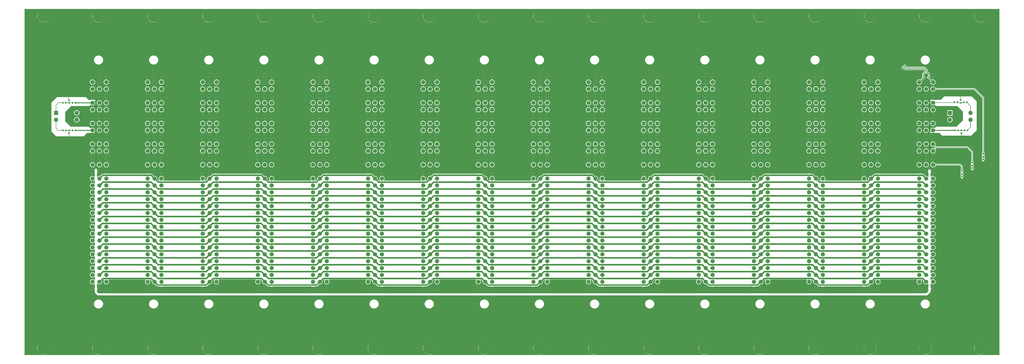
<source format=gbr>
%TF.GenerationSoftware,KiCad,Pcbnew,9.0.3*%
%TF.CreationDate,2025-10-05T23:38:32+02:00*%
%TF.ProjectId,ModuCard-System-ActiveBackplane,4d6f6475-4361-4726-942d-53797374656d,A*%
%TF.SameCoordinates,Original*%
%TF.FileFunction,Copper,L1,Top*%
%TF.FilePolarity,Positive*%
%FSLAX46Y46*%
G04 Gerber Fmt 4.6, Leading zero omitted, Abs format (unit mm)*
G04 Created by KiCad (PCBNEW 9.0.3) date 2025-10-05 23:38:32*
%MOMM*%
%LPD*%
G01*
G04 APERTURE LIST*
G04 Aperture macros list*
%AMRoundRect*
0 Rectangle with rounded corners*
0 $1 Rounding radius*
0 $2 $3 $4 $5 $6 $7 $8 $9 X,Y pos of 4 corners*
0 Add a 4 corners polygon primitive as box body*
4,1,4,$2,$3,$4,$5,$6,$7,$8,$9,$2,$3,0*
0 Add four circle primitives for the rounded corners*
1,1,$1+$1,$2,$3*
1,1,$1+$1,$4,$5*
1,1,$1+$1,$6,$7*
1,1,$1+$1,$8,$9*
0 Add four rect primitives between the rounded corners*
20,1,$1+$1,$2,$3,$4,$5,0*
20,1,$1+$1,$4,$5,$6,$7,0*
20,1,$1+$1,$6,$7,$8,$9,0*
20,1,$1+$1,$8,$9,$2,$3,0*%
G04 Aperture macros list end*
%TA.AperFunction,ComponentPad*%
%ADD10C,4.700000*%
%TD*%
%TA.AperFunction,SMDPad,CuDef*%
%ADD11RoundRect,0.140000X-0.170000X0.140000X-0.170000X-0.140000X0.170000X-0.140000X0.170000X0.140000X0*%
%TD*%
%TA.AperFunction,ComponentPad*%
%ADD12RoundRect,0.249999X-0.525001X-0.525001X0.525001X-0.525001X0.525001X0.525001X-0.525001X0.525001X0*%
%TD*%
%TA.AperFunction,ComponentPad*%
%ADD13C,1.550000*%
%TD*%
%TA.AperFunction,SMDPad,CuDef*%
%ADD14RoundRect,0.135000X-0.185000X0.135000X-0.185000X-0.135000X0.185000X-0.135000X0.185000X0.135000X0*%
%TD*%
%TA.AperFunction,ComponentPad*%
%ADD15R,1.600000X1.600000*%
%TD*%
%TA.AperFunction,ComponentPad*%
%ADD16O,1.600000X1.600000*%
%TD*%
%TA.AperFunction,SMDPad,CuDef*%
%ADD17RoundRect,0.135000X-0.135000X-0.185000X0.135000X-0.185000X0.135000X0.185000X-0.135000X0.185000X0*%
%TD*%
%TA.AperFunction,SMDPad,CuDef*%
%ADD18RoundRect,0.135000X0.135000X0.185000X-0.135000X0.185000X-0.135000X-0.185000X0.135000X-0.185000X0*%
%TD*%
%TA.AperFunction,SMDPad,CuDef*%
%ADD19RoundRect,0.140000X0.170000X-0.140000X0.170000X0.140000X-0.170000X0.140000X-0.170000X-0.140000X0*%
%TD*%
%TA.AperFunction,SMDPad,CuDef*%
%ADD20RoundRect,0.147500X0.172500X-0.147500X0.172500X0.147500X-0.172500X0.147500X-0.172500X-0.147500X0*%
%TD*%
%TA.AperFunction,ViaPad*%
%ADD21C,0.600000*%
%TD*%
%TA.AperFunction,Conductor*%
%ADD22C,0.254000*%
%TD*%
%TA.AperFunction,Conductor*%
%ADD23C,0.200000*%
%TD*%
%TA.AperFunction,Conductor*%
%ADD24C,0.300000*%
%TD*%
%TA.AperFunction,Conductor*%
%ADD25C,0.560000*%
%TD*%
%TA.AperFunction,Conductor*%
%ADD26C,0.500000*%
%TD*%
G04 APERTURE END LIST*
D10*
%TO.P,H20,1,1*%
%TO.N,GND*%
X457493745Y-260259000D03*
%TD*%
D11*
%TO.P,C24,1*%
%TO.N,Net-(C24-Pad1)*%
X450385245Y-179987000D03*
%TO.P,C24,2*%
%TO.N,GND*%
X450385245Y-180947000D03*
%TD*%
D12*
%TO.P,J2,a1,a1*%
%TO.N,GND*%
X150411245Y-159639000D03*
D13*
%TO.P,J2,a2,a2*%
%TO.N,/CH334R5/USB2.+*%
X150411245Y-162179000D03*
%TO.P,J2,a3,a3*%
%TO.N,+5v stdby*%
X150411245Y-164719000D03*
%TO.P,J2,a4,a4*%
%TO.N,GND*%
X150411245Y-167259000D03*
%TO.P,J2,a5,a5*%
%TO.N,/Can Split Terminators/CAN1.+*%
X150411245Y-169799000D03*
%TO.P,J2,a6,a6*%
%TO.N,/Can Split Terminators/CAN1.-*%
X150411245Y-172339000D03*
%TO.P,J2,a7,a7*%
%TO.N,GND*%
X150411245Y-174879000D03*
%TO.P,J2,a8,a8*%
%TO.N,/Can Split Terminators/CAN2.+*%
X150411245Y-177419000D03*
%TO.P,J2,a9,a9*%
%TO.N,/Can Split Terminators/CAN2.-*%
X150411245Y-179959000D03*
%TO.P,J2,a10,a10*%
%TO.N,GND*%
X150411245Y-182499000D03*
%TO.P,J2,a11,a11*%
%TO.N,+12V*%
X150411245Y-185039000D03*
%TO.P,J2,a12,a12*%
X150411245Y-187579000D03*
%TO.P,J2,a13,a13*%
%TO.N,GND*%
X150411245Y-190119000D03*
%TO.P,J2,a14,a14*%
%TO.N,+24v*%
X150411245Y-192659000D03*
%TO.P,J2,a15,a15*%
%TO.N,GND*%
X150411245Y-195199000D03*
%TO.P,J2,a16,a16*%
%TO.N,/Port1/GPIOR0*%
X150411245Y-197739000D03*
%TO.P,J2,a17,a17*%
%TO.N,/Port1/GPIOR1*%
X150411245Y-200279000D03*
%TO.P,J2,a18,a18*%
%TO.N,/Port1/GPIOR2*%
X150411245Y-202819000D03*
%TO.P,J2,a19,a19*%
%TO.N,/Port1/GPIOR3*%
X150411245Y-205359000D03*
%TO.P,J2,a20,a20*%
%TO.N,/Port1/GPIOR4*%
X150411245Y-207899000D03*
%TO.P,J2,a21,a21*%
%TO.N,/Port1/GPIOR5*%
X150411245Y-210439000D03*
%TO.P,J2,a22,a22*%
%TO.N,/Port1/GPIOR6*%
X150411245Y-212979000D03*
%TO.P,J2,a23,a23*%
%TO.N,/Port1/GPIOR7*%
X150411245Y-215519000D03*
%TO.P,J2,a24,a24*%
%TO.N,/Port1/GPIOR8*%
X150411245Y-218059000D03*
%TO.P,J2,a25,a25*%
%TO.N,/Port1/GPIOR9*%
X150411245Y-220599000D03*
%TO.P,J2,a26,a26*%
%TO.N,/Port1/GPIOR10*%
X150411245Y-223139000D03*
%TO.P,J2,a27,a27*%
%TO.N,/Port1/GPIOR11*%
X150411245Y-225679000D03*
%TO.P,J2,a28,a28*%
%TO.N,/Port1/GPIOR12*%
X150411245Y-228219000D03*
%TO.P,J2,a29,a29*%
%TO.N,/Port1/GPIOR13*%
X150411245Y-230759000D03*
%TO.P,J2,a30,a30*%
%TO.N,/Port1/GPIOR14*%
X150411245Y-233299000D03*
%TO.P,J2,a31,a31*%
%TO.N,/Port1/GPIOR15*%
X150411245Y-235839000D03*
%TO.P,J2,a32,a32*%
%TO.N,GND*%
X150411245Y-238379000D03*
%TO.P,J2,b1,b1*%
X152951245Y-159639000D03*
%TO.P,J2,b2,b2*%
X152951245Y-162179000D03*
%TO.P,J2,b3,b3*%
%TO.N,+5v stdby*%
X152951245Y-164719000D03*
%TO.P,J2,b4,b4*%
%TO.N,GND*%
X152951245Y-167259000D03*
%TO.P,J2,b5,b5*%
%TO.N,/Can Split Terminators/CAN1.+*%
X152951245Y-169799000D03*
%TO.P,J2,b6,b6*%
%TO.N,/Can Split Terminators/CAN1.-*%
X152951245Y-172339000D03*
%TO.P,J2,b7,b7*%
%TO.N,GND*%
X152951245Y-174879000D03*
%TO.P,J2,b8,b8*%
%TO.N,/Can Split Terminators/CAN2.+*%
X152951245Y-177419000D03*
%TO.P,J2,b9,b9*%
%TO.N,/Can Split Terminators/CAN2.-*%
X152951245Y-179959000D03*
%TO.P,J2,b10,b10*%
%TO.N,GND*%
X152951245Y-182499000D03*
%TO.P,J2,b11,b11*%
%TO.N,+12V*%
X152951245Y-185039000D03*
%TO.P,J2,b12,b12*%
X152951245Y-187579000D03*
%TO.P,J2,b13,b13*%
%TO.N,GND*%
X152951245Y-190119000D03*
%TO.P,J2,b14,b14*%
%TO.N,+24v*%
X152951245Y-192659000D03*
%TO.P,J2,b15,b15*%
%TO.N,GND*%
X152951245Y-195199000D03*
%TO.P,J2,b16,b16*%
%TO.N,/Port1/GPIOC0*%
X152951245Y-197739000D03*
%TO.P,J2,b17,b17*%
%TO.N,/Port1/GPIOC1*%
X152951245Y-200279000D03*
%TO.P,J2,b18,b18*%
%TO.N,/Port1/GPIOC2*%
X152951245Y-202819000D03*
%TO.P,J2,b19,b19*%
%TO.N,/Port1/GPIOC3*%
X152951245Y-205359000D03*
%TO.P,J2,b20,b20*%
%TO.N,/Port1/GPIOC4*%
X152951245Y-207899000D03*
%TO.P,J2,b21,b21*%
%TO.N,/Port1/GPIOC5*%
X152951245Y-210439000D03*
%TO.P,J2,b22,b22*%
%TO.N,/Port1/GPIOC6*%
X152951245Y-212979000D03*
%TO.P,J2,b23,b23*%
%TO.N,/Port1/GPIOC7*%
X152951245Y-215519000D03*
%TO.P,J2,b24,b24*%
%TO.N,/Port1/GPIOC8*%
X152951245Y-218059000D03*
%TO.P,J2,b25,b25*%
%TO.N,/Port1/GPIOC9*%
X152951245Y-220599000D03*
%TO.P,J2,b26,b26*%
%TO.N,/Port1/GPIOC10*%
X152951245Y-223139000D03*
%TO.P,J2,b27,b27*%
%TO.N,/Port1/GPIOC11*%
X152951245Y-225679000D03*
%TO.P,J2,b28,b28*%
%TO.N,/Port1/GPIOC12*%
X152951245Y-228219000D03*
%TO.P,J2,b29,b29*%
%TO.N,/Port1/GPIOC13*%
X152951245Y-230759000D03*
%TO.P,J2,b30,b30*%
%TO.N,/Port1/GPIOC14*%
X152951245Y-233299000D03*
%TO.P,J2,b31,b31*%
%TO.N,/Port1/GPIOC15*%
X152951245Y-235839000D03*
%TO.P,J2,b32,b32*%
%TO.N,GND*%
X152951245Y-238379000D03*
%TO.P,J2,c1,c1*%
X155491245Y-159639000D03*
%TO.P,J2,c2,c2*%
%TO.N,/CH334R5/USB2.-*%
X155491245Y-162179000D03*
%TO.P,J2,c3,c3*%
%TO.N,+5v stdby*%
X155491245Y-164719000D03*
%TO.P,J2,c4,c4*%
%TO.N,GND*%
X155491245Y-167259000D03*
%TO.P,J2,c5,c5*%
%TO.N,/Can Split Terminators/CAN1.+*%
X155491245Y-169799000D03*
%TO.P,J2,c6,c6*%
%TO.N,/Can Split Terminators/CAN1.-*%
X155491245Y-172339000D03*
%TO.P,J2,c7,c7*%
%TO.N,GND*%
X155491245Y-174879000D03*
%TO.P,J2,c8,c8*%
%TO.N,/Can Split Terminators/CAN2.+*%
X155491245Y-177419000D03*
%TO.P,J2,c9,c9*%
%TO.N,/Can Split Terminators/CAN2.-*%
X155491245Y-179959000D03*
%TO.P,J2,c10,c10*%
%TO.N,GND*%
X155491245Y-182499000D03*
%TO.P,J2,c11,c11*%
%TO.N,+12V*%
X155491245Y-185039000D03*
%TO.P,J2,c12,c12*%
X155491245Y-187579000D03*
%TO.P,J2,c13,c13*%
%TO.N,GND*%
X155491245Y-190119000D03*
%TO.P,J2,c14,c14*%
%TO.N,+24v*%
X155491245Y-192659000D03*
%TO.P,J2,c15,c15*%
%TO.N,GND*%
X155491245Y-195199000D03*
%TO.P,J2,c16,c16*%
%TO.N,/Port2/GPIOR0*%
X155491245Y-197739000D03*
%TO.P,J2,c17,c17*%
%TO.N,/Port2/GPIOR1*%
X155491245Y-200279000D03*
%TO.P,J2,c18,c18*%
%TO.N,/Port2/GPIOR2*%
X155491245Y-202819000D03*
%TO.P,J2,c19,c19*%
%TO.N,/Port2/GPIOR3*%
X155491245Y-205359000D03*
%TO.P,J2,c20,c20*%
%TO.N,/Port2/GPIOR4*%
X155491245Y-207899000D03*
%TO.P,J2,c21,c21*%
%TO.N,/Port2/GPIOR5*%
X155491245Y-210439000D03*
%TO.P,J2,c22,c22*%
%TO.N,/Port2/GPIOR6*%
X155491245Y-212979000D03*
%TO.P,J2,c23,c23*%
%TO.N,/Port2/GPIOR7*%
X155491245Y-215519000D03*
%TO.P,J2,c24,c24*%
%TO.N,/Port2/GPIOR8*%
X155491245Y-218059000D03*
%TO.P,J2,c25,c25*%
%TO.N,/Port2/GPIOR9*%
X155491245Y-220599000D03*
%TO.P,J2,c26,c26*%
%TO.N,/Port2/GPIOR10*%
X155491245Y-223139000D03*
%TO.P,J2,c27,c27*%
%TO.N,/Port2/GPIOR11*%
X155491245Y-225679000D03*
%TO.P,J2,c28,c28*%
%TO.N,/Port2/GPIOR12*%
X155491245Y-228219000D03*
%TO.P,J2,c29,c29*%
%TO.N,/Port2/GPIOR13*%
X155491245Y-230759000D03*
%TO.P,J2,c30,c30*%
%TO.N,/Port2/GPIOR14*%
X155491245Y-233299000D03*
%TO.P,J2,c31,c31*%
%TO.N,/Port2/GPIOR15*%
X155491245Y-235839000D03*
%TO.P,J2,c32,c32*%
%TO.N,GND*%
X155491245Y-238379000D03*
%TD*%
D10*
%TO.P,H29,1,1*%
%TO.N,GND*%
X254293745Y-260259000D03*
%TD*%
%TO.P,H24,1,1*%
%TO.N,GND*%
X152693745Y-260259000D03*
%TD*%
D14*
%TO.P,R1,1*%
%TO.N,+24v*%
X450639245Y-194943000D03*
%TO.P,R1,2*%
%TO.N,Net-(D1-A)*%
X450639245Y-195963000D03*
%TD*%
D10*
%TO.P,H36,1,1*%
%TO.N,GND*%
X396533745Y-260259000D03*
%TD*%
%TO.P,H23,1,1*%
%TO.N,GND*%
X132373745Y-260259000D03*
%TD*%
%TO.P,H3,1,1*%
%TO.N,GND*%
X152693745Y-137759000D03*
%TD*%
%TO.P,H17,1,1*%
%TO.N,GND*%
X437173745Y-137759000D03*
%TD*%
%TO.P,H4,1,1*%
%TO.N,GND*%
X173013745Y-137759000D03*
%TD*%
D15*
%TO.P,SW1,1*%
%TO.N,Net-(R5-Pad1)*%
X116671745Y-173517155D03*
D16*
%TO.P,SW1,2*%
%TO.N,Net-(R9-Pad1)*%
X116671745Y-176057155D03*
%TO.P,SW1,3*%
%TO.N,/Can Split Terminators/CAN2.+*%
X124291745Y-176057155D03*
%TO.P,SW1,4*%
%TO.N,/Can Split Terminators/CAN1.-*%
X124291745Y-173517155D03*
%TD*%
D10*
%TO.P,H35,1,1*%
%TO.N,GND*%
X376213745Y-260259000D03*
%TD*%
%TO.P,H32,1,1*%
%TO.N,GND*%
X315253745Y-260259000D03*
%TD*%
D14*
%TO.P,R3,1*%
%TO.N,+5v stdby*%
X458513245Y-188593000D03*
%TO.P,R3,2*%
%TO.N,Net-(D3-A)*%
X458513245Y-189613000D03*
%TD*%
D15*
%TO.P,SW2,1*%
%TO.N,/Can Split Terminators/CAN1.-*%
X446210245Y-173517155D03*
D16*
%TO.P,SW2,2*%
%TO.N,/Can Split Terminators/CAN2.+*%
X446210245Y-176057155D03*
%TO.P,SW2,3*%
%TO.N,/Can Split Terminators/CAN term 4*%
X453830245Y-176057155D03*
%TO.P,SW2,4*%
%TO.N,/Can Split Terminators/CAN term 3*%
X453830245Y-173517155D03*
%TD*%
D10*
%TO.P,H28,1,1*%
%TO.N,GND*%
X233973745Y-260259000D03*
%TD*%
D12*
%TO.P,J10,a1,a1*%
%TO.N,GND*%
X312971245Y-159639000D03*
D13*
%TO.P,J10,a2,a2*%
%TO.N,/CH334R2/USB3.+*%
X312971245Y-162179000D03*
%TO.P,J10,a3,a3*%
%TO.N,+5v stdby*%
X312971245Y-164719000D03*
%TO.P,J10,a4,a4*%
%TO.N,GND*%
X312971245Y-167259000D03*
%TO.P,J10,a5,a5*%
%TO.N,/Can Split Terminators/CAN1.+*%
X312971245Y-169799000D03*
%TO.P,J10,a6,a6*%
%TO.N,/Can Split Terminators/CAN1.-*%
X312971245Y-172339000D03*
%TO.P,J10,a7,a7*%
%TO.N,GND*%
X312971245Y-174879000D03*
%TO.P,J10,a8,a8*%
%TO.N,/Can Split Terminators/CAN2.+*%
X312971245Y-177419000D03*
%TO.P,J10,a9,a9*%
%TO.N,/Can Split Terminators/CAN2.-*%
X312971245Y-179959000D03*
%TO.P,J10,a10,a10*%
%TO.N,GND*%
X312971245Y-182499000D03*
%TO.P,J10,a11,a11*%
%TO.N,+12V*%
X312971245Y-185039000D03*
%TO.P,J10,a12,a12*%
X312971245Y-187579000D03*
%TO.P,J10,a13,a13*%
%TO.N,GND*%
X312971245Y-190119000D03*
%TO.P,J10,a14,a14*%
%TO.N,+24v*%
X312971245Y-192659000D03*
%TO.P,J10,a15,a15*%
%TO.N,GND*%
X312971245Y-195199000D03*
%TO.P,J10,a16,a16*%
%TO.N,/Port10/GPIOL0*%
X312971245Y-197739000D03*
%TO.P,J10,a17,a17*%
%TO.N,/Port10/GPIOL1*%
X312971245Y-200279000D03*
%TO.P,J10,a18,a18*%
%TO.N,/Port10/GPIOL2*%
X312971245Y-202819000D03*
%TO.P,J10,a19,a19*%
%TO.N,/Port10/GPIOL3*%
X312971245Y-205359000D03*
%TO.P,J10,a20,a20*%
%TO.N,/Port10/GPIOL4*%
X312971245Y-207899000D03*
%TO.P,J10,a21,a21*%
%TO.N,/Port10/GPIOL5*%
X312971245Y-210439000D03*
%TO.P,J10,a22,a22*%
%TO.N,/Port10/GPIOL6*%
X312971245Y-212979000D03*
%TO.P,J10,a23,a23*%
%TO.N,/Port10/GPIOL7*%
X312971245Y-215519000D03*
%TO.P,J10,a24,a24*%
%TO.N,/Port10/GPIOL8*%
X312971245Y-218059000D03*
%TO.P,J10,a25,a25*%
%TO.N,/Port10/GPIOL9*%
X312971245Y-220599000D03*
%TO.P,J10,a26,a26*%
%TO.N,/Port10/GPIOL10*%
X312971245Y-223139000D03*
%TO.P,J10,a27,a27*%
%TO.N,/Port10/GPIOL11*%
X312971245Y-225679000D03*
%TO.P,J10,a28,a28*%
%TO.N,/Port10/GPIOL12*%
X312971245Y-228219000D03*
%TO.P,J10,a29,a29*%
%TO.N,/Port10/GPIOL13*%
X312971245Y-230759000D03*
%TO.P,J10,a30,a30*%
%TO.N,/Port10/GPIOL14*%
X312971245Y-233299000D03*
%TO.P,J10,a31,a31*%
%TO.N,/Port10/GPIOL15*%
X312971245Y-235839000D03*
%TO.P,J10,a32,a32*%
%TO.N,GND*%
X312971245Y-238379000D03*
%TO.P,J10,b1,b1*%
X315511245Y-159639000D03*
%TO.P,J10,b2,b2*%
X315511245Y-162179000D03*
%TO.P,J10,b3,b3*%
%TO.N,+5v stdby*%
X315511245Y-164719000D03*
%TO.P,J10,b4,b4*%
%TO.N,GND*%
X315511245Y-167259000D03*
%TO.P,J10,b5,b5*%
%TO.N,/Can Split Terminators/CAN1.+*%
X315511245Y-169799000D03*
%TO.P,J10,b6,b6*%
%TO.N,/Can Split Terminators/CAN1.-*%
X315511245Y-172339000D03*
%TO.P,J10,b7,b7*%
%TO.N,GND*%
X315511245Y-174879000D03*
%TO.P,J10,b8,b8*%
%TO.N,/Can Split Terminators/CAN2.+*%
X315511245Y-177419000D03*
%TO.P,J10,b9,b9*%
%TO.N,/Can Split Terminators/CAN2.-*%
X315511245Y-179959000D03*
%TO.P,J10,b10,b10*%
%TO.N,GND*%
X315511245Y-182499000D03*
%TO.P,J10,b11,b11*%
%TO.N,+12V*%
X315511245Y-185039000D03*
%TO.P,J10,b12,b12*%
X315511245Y-187579000D03*
%TO.P,J10,b13,b13*%
%TO.N,GND*%
X315511245Y-190119000D03*
%TO.P,J10,b14,b14*%
%TO.N,+24v*%
X315511245Y-192659000D03*
%TO.P,J10,b15,b15*%
%TO.N,GND*%
X315511245Y-195199000D03*
%TO.P,J10,b16,b16*%
%TO.N,/Port1/GPIOC0*%
X315511245Y-197739000D03*
%TO.P,J10,b17,b17*%
%TO.N,/Port1/GPIOC1*%
X315511245Y-200279000D03*
%TO.P,J10,b18,b18*%
%TO.N,/Port1/GPIOC2*%
X315511245Y-202819000D03*
%TO.P,J10,b19,b19*%
%TO.N,/Port1/GPIOC3*%
X315511245Y-205359000D03*
%TO.P,J10,b20,b20*%
%TO.N,/Port1/GPIOC4*%
X315511245Y-207899000D03*
%TO.P,J10,b21,b21*%
%TO.N,/Port1/GPIOC5*%
X315511245Y-210439000D03*
%TO.P,J10,b22,b22*%
%TO.N,/Port1/GPIOC6*%
X315511245Y-212979000D03*
%TO.P,J10,b23,b23*%
%TO.N,/Port1/GPIOC7*%
X315511245Y-215519000D03*
%TO.P,J10,b24,b24*%
%TO.N,/Port1/GPIOC8*%
X315511245Y-218059000D03*
%TO.P,J10,b25,b25*%
%TO.N,/Port1/GPIOC9*%
X315511245Y-220599000D03*
%TO.P,J10,b26,b26*%
%TO.N,/Port1/GPIOC10*%
X315511245Y-223139000D03*
%TO.P,J10,b27,b27*%
%TO.N,/Port1/GPIOC11*%
X315511245Y-225679000D03*
%TO.P,J10,b28,b28*%
%TO.N,/Port1/GPIOC12*%
X315511245Y-228219000D03*
%TO.P,J10,b29,b29*%
%TO.N,/Port1/GPIOC13*%
X315511245Y-230759000D03*
%TO.P,J10,b30,b30*%
%TO.N,/Port1/GPIOC14*%
X315511245Y-233299000D03*
%TO.P,J10,b31,b31*%
%TO.N,/Port1/GPIOC15*%
X315511245Y-235839000D03*
%TO.P,J10,b32,b32*%
%TO.N,GND*%
X315511245Y-238379000D03*
%TO.P,J10,c1,c1*%
X318051245Y-159639000D03*
%TO.P,J10,c2,c2*%
%TO.N,/CH334R2/USB3.-*%
X318051245Y-162179000D03*
%TO.P,J10,c3,c3*%
%TO.N,+5v stdby*%
X318051245Y-164719000D03*
%TO.P,J10,c4,c4*%
%TO.N,GND*%
X318051245Y-167259000D03*
%TO.P,J10,c5,c5*%
%TO.N,/Can Split Terminators/CAN1.+*%
X318051245Y-169799000D03*
%TO.P,J10,c6,c6*%
%TO.N,/Can Split Terminators/CAN1.-*%
X318051245Y-172339000D03*
%TO.P,J10,c7,c7*%
%TO.N,GND*%
X318051245Y-174879000D03*
%TO.P,J10,c8,c8*%
%TO.N,/Can Split Terminators/CAN2.+*%
X318051245Y-177419000D03*
%TO.P,J10,c9,c9*%
%TO.N,/Can Split Terminators/CAN2.-*%
X318051245Y-179959000D03*
%TO.P,J10,c10,c10*%
%TO.N,GND*%
X318051245Y-182499000D03*
%TO.P,J10,c11,c11*%
%TO.N,+12V*%
X318051245Y-185039000D03*
%TO.P,J10,c12,c12*%
X318051245Y-187579000D03*
%TO.P,J10,c13,c13*%
%TO.N,GND*%
X318051245Y-190119000D03*
%TO.P,J10,c14,c14*%
%TO.N,+24v*%
X318051245Y-192659000D03*
%TO.P,J10,c15,c15*%
%TO.N,GND*%
X318051245Y-195199000D03*
%TO.P,J10,c16,c16*%
%TO.N,/Port10/GPIOR0*%
X318051245Y-197739000D03*
%TO.P,J10,c17,c17*%
%TO.N,/Port10/GPIOR1*%
X318051245Y-200279000D03*
%TO.P,J10,c18,c18*%
%TO.N,/Port10/GPIOR2*%
X318051245Y-202819000D03*
%TO.P,J10,c19,c19*%
%TO.N,/Port10/GPIOR3*%
X318051245Y-205359000D03*
%TO.P,J10,c20,c20*%
%TO.N,/Port10/GPIOR4*%
X318051245Y-207899000D03*
%TO.P,J10,c21,c21*%
%TO.N,/Port10/GPIOR5*%
X318051245Y-210439000D03*
%TO.P,J10,c22,c22*%
%TO.N,/Port10/GPIOR6*%
X318051245Y-212979000D03*
%TO.P,J10,c23,c23*%
%TO.N,/Port10/GPIOR7*%
X318051245Y-215519000D03*
%TO.P,J10,c24,c24*%
%TO.N,/Port10/GPIOR8*%
X318051245Y-218059000D03*
%TO.P,J10,c25,c25*%
%TO.N,/Port10/GPIOR9*%
X318051245Y-220599000D03*
%TO.P,J10,c26,c26*%
%TO.N,/Port10/GPIOR10*%
X318051245Y-223139000D03*
%TO.P,J10,c27,c27*%
%TO.N,/Port10/GPIOR11*%
X318051245Y-225679000D03*
%TO.P,J10,c28,c28*%
%TO.N,/Port10/GPIOR12*%
X318051245Y-228219000D03*
%TO.P,J10,c29,c29*%
%TO.N,/Port10/GPIOR13*%
X318051245Y-230759000D03*
%TO.P,J10,c30,c30*%
%TO.N,/Port10/GPIOR14*%
X318051245Y-233299000D03*
%TO.P,J10,c31,c31*%
%TO.N,/Port10/GPIOR15*%
X318051245Y-235839000D03*
%TO.P,J10,c32,c32*%
%TO.N,GND*%
X318051245Y-238379000D03*
%TD*%
D12*
%TO.P,J11,a1,a1*%
%TO.N,GND*%
X333291245Y-159639000D03*
D13*
%TO.P,J11,a2,a2*%
%TO.N,/CH334R2/USB2.+*%
X333291245Y-162179000D03*
%TO.P,J11,a3,a3*%
%TO.N,+5v stdby*%
X333291245Y-164719000D03*
%TO.P,J11,a4,a4*%
%TO.N,GND*%
X333291245Y-167259000D03*
%TO.P,J11,a5,a5*%
%TO.N,/Can Split Terminators/CAN1.+*%
X333291245Y-169799000D03*
%TO.P,J11,a6,a6*%
%TO.N,/Can Split Terminators/CAN1.-*%
X333291245Y-172339000D03*
%TO.P,J11,a7,a7*%
%TO.N,GND*%
X333291245Y-174879000D03*
%TO.P,J11,a8,a8*%
%TO.N,/Can Split Terminators/CAN2.+*%
X333291245Y-177419000D03*
%TO.P,J11,a9,a9*%
%TO.N,/Can Split Terminators/CAN2.-*%
X333291245Y-179959000D03*
%TO.P,J11,a10,a10*%
%TO.N,GND*%
X333291245Y-182499000D03*
%TO.P,J11,a11,a11*%
%TO.N,+12V*%
X333291245Y-185039000D03*
%TO.P,J11,a12,a12*%
X333291245Y-187579000D03*
%TO.P,J11,a13,a13*%
%TO.N,GND*%
X333291245Y-190119000D03*
%TO.P,J11,a14,a14*%
%TO.N,+24v*%
X333291245Y-192659000D03*
%TO.P,J11,a15,a15*%
%TO.N,GND*%
X333291245Y-195199000D03*
%TO.P,J11,a16,a16*%
%TO.N,/Port10/GPIOR0*%
X333291245Y-197739000D03*
%TO.P,J11,a17,a17*%
%TO.N,/Port10/GPIOR1*%
X333291245Y-200279000D03*
%TO.P,J11,a18,a18*%
%TO.N,/Port10/GPIOR2*%
X333291245Y-202819000D03*
%TO.P,J11,a19,a19*%
%TO.N,/Port10/GPIOR3*%
X333291245Y-205359000D03*
%TO.P,J11,a20,a20*%
%TO.N,/Port10/GPIOR4*%
X333291245Y-207899000D03*
%TO.P,J11,a21,a21*%
%TO.N,/Port10/GPIOR5*%
X333291245Y-210439000D03*
%TO.P,J11,a22,a22*%
%TO.N,/Port10/GPIOR6*%
X333291245Y-212979000D03*
%TO.P,J11,a23,a23*%
%TO.N,/Port10/GPIOR7*%
X333291245Y-215519000D03*
%TO.P,J11,a24,a24*%
%TO.N,/Port10/GPIOR8*%
X333291245Y-218059000D03*
%TO.P,J11,a25,a25*%
%TO.N,/Port10/GPIOR9*%
X333291245Y-220599000D03*
%TO.P,J11,a26,a26*%
%TO.N,/Port10/GPIOR10*%
X333291245Y-223139000D03*
%TO.P,J11,a27,a27*%
%TO.N,/Port10/GPIOR11*%
X333291245Y-225679000D03*
%TO.P,J11,a28,a28*%
%TO.N,/Port10/GPIOR12*%
X333291245Y-228219000D03*
%TO.P,J11,a29,a29*%
%TO.N,/Port10/GPIOR13*%
X333291245Y-230759000D03*
%TO.P,J11,a30,a30*%
%TO.N,/Port10/GPIOR14*%
X333291245Y-233299000D03*
%TO.P,J11,a31,a31*%
%TO.N,/Port10/GPIOR15*%
X333291245Y-235839000D03*
%TO.P,J11,a32,a32*%
%TO.N,GND*%
X333291245Y-238379000D03*
%TO.P,J11,b1,b1*%
X335831245Y-159639000D03*
%TO.P,J11,b2,b2*%
X335831245Y-162179000D03*
%TO.P,J11,b3,b3*%
%TO.N,+5v stdby*%
X335831245Y-164719000D03*
%TO.P,J11,b4,b4*%
%TO.N,GND*%
X335831245Y-167259000D03*
%TO.P,J11,b5,b5*%
%TO.N,/Can Split Terminators/CAN1.+*%
X335831245Y-169799000D03*
%TO.P,J11,b6,b6*%
%TO.N,/Can Split Terminators/CAN1.-*%
X335831245Y-172339000D03*
%TO.P,J11,b7,b7*%
%TO.N,GND*%
X335831245Y-174879000D03*
%TO.P,J11,b8,b8*%
%TO.N,/Can Split Terminators/CAN2.+*%
X335831245Y-177419000D03*
%TO.P,J11,b9,b9*%
%TO.N,/Can Split Terminators/CAN2.-*%
X335831245Y-179959000D03*
%TO.P,J11,b10,b10*%
%TO.N,GND*%
X335831245Y-182499000D03*
%TO.P,J11,b11,b11*%
%TO.N,+12V*%
X335831245Y-185039000D03*
%TO.P,J11,b12,b12*%
X335831245Y-187579000D03*
%TO.P,J11,b13,b13*%
%TO.N,GND*%
X335831245Y-190119000D03*
%TO.P,J11,b14,b14*%
%TO.N,+24v*%
X335831245Y-192659000D03*
%TO.P,J11,b15,b15*%
%TO.N,GND*%
X335831245Y-195199000D03*
%TO.P,J11,b16,b16*%
%TO.N,/Port1/GPIOC0*%
X335831245Y-197739000D03*
%TO.P,J11,b17,b17*%
%TO.N,/Port1/GPIOC1*%
X335831245Y-200279000D03*
%TO.P,J11,b18,b18*%
%TO.N,/Port1/GPIOC2*%
X335831245Y-202819000D03*
%TO.P,J11,b19,b19*%
%TO.N,/Port1/GPIOC3*%
X335831245Y-205359000D03*
%TO.P,J11,b20,b20*%
%TO.N,/Port1/GPIOC4*%
X335831245Y-207899000D03*
%TO.P,J11,b21,b21*%
%TO.N,/Port1/GPIOC5*%
X335831245Y-210439000D03*
%TO.P,J11,b22,b22*%
%TO.N,/Port1/GPIOC6*%
X335831245Y-212979000D03*
%TO.P,J11,b23,b23*%
%TO.N,/Port1/GPIOC7*%
X335831245Y-215519000D03*
%TO.P,J11,b24,b24*%
%TO.N,/Port1/GPIOC8*%
X335831245Y-218059000D03*
%TO.P,J11,b25,b25*%
%TO.N,/Port1/GPIOC9*%
X335831245Y-220599000D03*
%TO.P,J11,b26,b26*%
%TO.N,/Port1/GPIOC10*%
X335831245Y-223139000D03*
%TO.P,J11,b27,b27*%
%TO.N,/Port1/GPIOC11*%
X335831245Y-225679000D03*
%TO.P,J11,b28,b28*%
%TO.N,/Port1/GPIOC12*%
X335831245Y-228219000D03*
%TO.P,J11,b29,b29*%
%TO.N,/Port1/GPIOC13*%
X335831245Y-230759000D03*
%TO.P,J11,b30,b30*%
%TO.N,/Port1/GPIOC14*%
X335831245Y-233299000D03*
%TO.P,J11,b31,b31*%
%TO.N,/Port1/GPIOC15*%
X335831245Y-235839000D03*
%TO.P,J11,b32,b32*%
%TO.N,GND*%
X335831245Y-238379000D03*
%TO.P,J11,c1,c1*%
X338371245Y-159639000D03*
%TO.P,J11,c2,c2*%
%TO.N,/CH334R2/USB2.-*%
X338371245Y-162179000D03*
%TO.P,J11,c3,c3*%
%TO.N,+5v stdby*%
X338371245Y-164719000D03*
%TO.P,J11,c4,c4*%
%TO.N,GND*%
X338371245Y-167259000D03*
%TO.P,J11,c5,c5*%
%TO.N,/Can Split Terminators/CAN1.+*%
X338371245Y-169799000D03*
%TO.P,J11,c6,c6*%
%TO.N,/Can Split Terminators/CAN1.-*%
X338371245Y-172339000D03*
%TO.P,J11,c7,c7*%
%TO.N,GND*%
X338371245Y-174879000D03*
%TO.P,J11,c8,c8*%
%TO.N,/Can Split Terminators/CAN2.+*%
X338371245Y-177419000D03*
%TO.P,J11,c9,c9*%
%TO.N,/Can Split Terminators/CAN2.-*%
X338371245Y-179959000D03*
%TO.P,J11,c10,c10*%
%TO.N,GND*%
X338371245Y-182499000D03*
%TO.P,J11,c11,c11*%
%TO.N,+12V*%
X338371245Y-185039000D03*
%TO.P,J11,c12,c12*%
X338371245Y-187579000D03*
%TO.P,J11,c13,c13*%
%TO.N,GND*%
X338371245Y-190119000D03*
%TO.P,J11,c14,c14*%
%TO.N,+24v*%
X338371245Y-192659000D03*
%TO.P,J11,c15,c15*%
%TO.N,GND*%
X338371245Y-195199000D03*
%TO.P,J11,c16,c16*%
%TO.N,/Port11/GPIOR0*%
X338371245Y-197739000D03*
%TO.P,J11,c17,c17*%
%TO.N,/Port11/GPIOR1*%
X338371245Y-200279000D03*
%TO.P,J11,c18,c18*%
%TO.N,/Port11/GPIOR2*%
X338371245Y-202819000D03*
%TO.P,J11,c19,c19*%
%TO.N,/Port11/GPIOR3*%
X338371245Y-205359000D03*
%TO.P,J11,c20,c20*%
%TO.N,/Port11/GPIOR4*%
X338371245Y-207899000D03*
%TO.P,J11,c21,c21*%
%TO.N,/Port11/GPIOR5*%
X338371245Y-210439000D03*
%TO.P,J11,c22,c22*%
%TO.N,/Port11/GPIOR6*%
X338371245Y-212979000D03*
%TO.P,J11,c23,c23*%
%TO.N,/Port11/GPIOR7*%
X338371245Y-215519000D03*
%TO.P,J11,c24,c24*%
%TO.N,/Port11/GPIOR8*%
X338371245Y-218059000D03*
%TO.P,J11,c25,c25*%
%TO.N,/Port11/GPIOR9*%
X338371245Y-220599000D03*
%TO.P,J11,c26,c26*%
%TO.N,/Port11/GPIOR10*%
X338371245Y-223139000D03*
%TO.P,J11,c27,c27*%
%TO.N,/Port11/GPIOR11*%
X338371245Y-225679000D03*
%TO.P,J11,c28,c28*%
%TO.N,/Port11/GPIOR12*%
X338371245Y-228219000D03*
%TO.P,J11,c29,c29*%
%TO.N,/Port11/GPIOR13*%
X338371245Y-230759000D03*
%TO.P,J11,c30,c30*%
%TO.N,/Port11/GPIOR14*%
X338371245Y-233299000D03*
%TO.P,J11,c31,c31*%
%TO.N,/Port11/GPIOR15*%
X338371245Y-235839000D03*
%TO.P,J11,c32,c32*%
%TO.N,GND*%
X338371245Y-238379000D03*
%TD*%
D10*
%TO.P,H2,1,1*%
%TO.N,GND*%
X132373745Y-137759000D03*
%TD*%
%TO.P,H34,1,1*%
%TO.N,GND*%
X355893745Y-260259000D03*
%TD*%
%TO.P,H14,1,1*%
%TO.N,GND*%
X376213745Y-137759000D03*
%TD*%
D12*
%TO.P,J9,a1,a1*%
%TO.N,GND*%
X292651245Y-159639000D03*
D13*
%TO.P,J9,a2,a2*%
%TO.N,/CH334R3/USB1.+*%
X292651245Y-162179000D03*
%TO.P,J9,a3,a3*%
%TO.N,+5v stdby*%
X292651245Y-164719000D03*
%TO.P,J9,a4,a4*%
%TO.N,GND*%
X292651245Y-167259000D03*
%TO.P,J9,a5,a5*%
%TO.N,/Can Split Terminators/CAN1.+*%
X292651245Y-169799000D03*
%TO.P,J9,a6,a6*%
%TO.N,/Can Split Terminators/CAN1.-*%
X292651245Y-172339000D03*
%TO.P,J9,a7,a7*%
%TO.N,GND*%
X292651245Y-174879000D03*
%TO.P,J9,a8,a8*%
%TO.N,/Can Split Terminators/CAN2.+*%
X292651245Y-177419000D03*
%TO.P,J9,a9,a9*%
%TO.N,/Can Split Terminators/CAN2.-*%
X292651245Y-179959000D03*
%TO.P,J9,a10,a10*%
%TO.N,GND*%
X292651245Y-182499000D03*
%TO.P,J9,a11,a11*%
%TO.N,+12V*%
X292651245Y-185039000D03*
%TO.P,J9,a12,a12*%
X292651245Y-187579000D03*
%TO.P,J9,a13,a13*%
%TO.N,GND*%
X292651245Y-190119000D03*
%TO.P,J9,a14,a14*%
%TO.N,+24v*%
X292651245Y-192659000D03*
%TO.P,J9,a15,a15*%
%TO.N,GND*%
X292651245Y-195199000D03*
%TO.P,J9,a16,a16*%
%TO.N,/Port8/GPIOR0*%
X292651245Y-197739000D03*
%TO.P,J9,a17,a17*%
%TO.N,/Port8/GPIOR1*%
X292651245Y-200279000D03*
%TO.P,J9,a18,a18*%
%TO.N,/Port8/GPIOR2*%
X292651245Y-202819000D03*
%TO.P,J9,a19,a19*%
%TO.N,/Port8/GPIOR3*%
X292651245Y-205359000D03*
%TO.P,J9,a20,a20*%
%TO.N,/Port8/GPIOR4*%
X292651245Y-207899000D03*
%TO.P,J9,a21,a21*%
%TO.N,/Port8/GPIOR5*%
X292651245Y-210439000D03*
%TO.P,J9,a22,a22*%
%TO.N,/Port8/GPIOR6*%
X292651245Y-212979000D03*
%TO.P,J9,a23,a23*%
%TO.N,/Port8/GPIOR7*%
X292651245Y-215519000D03*
%TO.P,J9,a24,a24*%
%TO.N,/Port8/GPIOR8*%
X292651245Y-218059000D03*
%TO.P,J9,a25,a25*%
%TO.N,/Port8/GPIOR9*%
X292651245Y-220599000D03*
%TO.P,J9,a26,a26*%
%TO.N,/Port8/GPIOR10*%
X292651245Y-223139000D03*
%TO.P,J9,a27,a27*%
%TO.N,/Port8/GPIOR11*%
X292651245Y-225679000D03*
%TO.P,J9,a28,a28*%
%TO.N,/Port8/GPIOR12*%
X292651245Y-228219000D03*
%TO.P,J9,a29,a29*%
%TO.N,/Port8/GPIOR13*%
X292651245Y-230759000D03*
%TO.P,J9,a30,a30*%
%TO.N,/Port8/GPIOR14*%
X292651245Y-233299000D03*
%TO.P,J9,a31,a31*%
%TO.N,/Port8/GPIOR15*%
X292651245Y-235839000D03*
%TO.P,J9,a32,a32*%
%TO.N,GND*%
X292651245Y-238379000D03*
%TO.P,J9,b1,b1*%
X295191245Y-159639000D03*
%TO.P,J9,b2,b2*%
X295191245Y-162179000D03*
%TO.P,J9,b3,b3*%
%TO.N,+5v stdby*%
X295191245Y-164719000D03*
%TO.P,J9,b4,b4*%
%TO.N,GND*%
X295191245Y-167259000D03*
%TO.P,J9,b5,b5*%
%TO.N,/Can Split Terminators/CAN1.+*%
X295191245Y-169799000D03*
%TO.P,J9,b6,b6*%
%TO.N,/Can Split Terminators/CAN1.-*%
X295191245Y-172339000D03*
%TO.P,J9,b7,b7*%
%TO.N,GND*%
X295191245Y-174879000D03*
%TO.P,J9,b8,b8*%
%TO.N,/Can Split Terminators/CAN2.+*%
X295191245Y-177419000D03*
%TO.P,J9,b9,b9*%
%TO.N,/Can Split Terminators/CAN2.-*%
X295191245Y-179959000D03*
%TO.P,J9,b10,b10*%
%TO.N,GND*%
X295191245Y-182499000D03*
%TO.P,J9,b11,b11*%
%TO.N,+12V*%
X295191245Y-185039000D03*
%TO.P,J9,b12,b12*%
X295191245Y-187579000D03*
%TO.P,J9,b13,b13*%
%TO.N,GND*%
X295191245Y-190119000D03*
%TO.P,J9,b14,b14*%
%TO.N,+24v*%
X295191245Y-192659000D03*
%TO.P,J9,b15,b15*%
%TO.N,GND*%
X295191245Y-195199000D03*
%TO.P,J9,b16,b16*%
%TO.N,/Port1/GPIOC0*%
X295191245Y-197739000D03*
%TO.P,J9,b17,b17*%
%TO.N,/Port1/GPIOC1*%
X295191245Y-200279000D03*
%TO.P,J9,b18,b18*%
%TO.N,/Port1/GPIOC2*%
X295191245Y-202819000D03*
%TO.P,J9,b19,b19*%
%TO.N,/Port1/GPIOC3*%
X295191245Y-205359000D03*
%TO.P,J9,b20,b20*%
%TO.N,/Port1/GPIOC4*%
X295191245Y-207899000D03*
%TO.P,J9,b21,b21*%
%TO.N,/Port1/GPIOC5*%
X295191245Y-210439000D03*
%TO.P,J9,b22,b22*%
%TO.N,/Port1/GPIOC6*%
X295191245Y-212979000D03*
%TO.P,J9,b23,b23*%
%TO.N,/Port1/GPIOC7*%
X295191245Y-215519000D03*
%TO.P,J9,b24,b24*%
%TO.N,/Port1/GPIOC8*%
X295191245Y-218059000D03*
%TO.P,J9,b25,b25*%
%TO.N,/Port1/GPIOC9*%
X295191245Y-220599000D03*
%TO.P,J9,b26,b26*%
%TO.N,/Port1/GPIOC10*%
X295191245Y-223139000D03*
%TO.P,J9,b27,b27*%
%TO.N,/Port1/GPIOC11*%
X295191245Y-225679000D03*
%TO.P,J9,b28,b28*%
%TO.N,/Port1/GPIOC12*%
X295191245Y-228219000D03*
%TO.P,J9,b29,b29*%
%TO.N,/Port1/GPIOC13*%
X295191245Y-230759000D03*
%TO.P,J9,b30,b30*%
%TO.N,/Port1/GPIOC14*%
X295191245Y-233299000D03*
%TO.P,J9,b31,b31*%
%TO.N,/Port1/GPIOC15*%
X295191245Y-235839000D03*
%TO.P,J9,b32,b32*%
%TO.N,GND*%
X295191245Y-238379000D03*
%TO.P,J9,c1,c1*%
X297731245Y-159639000D03*
%TO.P,J9,c2,c2*%
%TO.N,/CH334R3/USB1.-*%
X297731245Y-162179000D03*
%TO.P,J9,c3,c3*%
%TO.N,+5v stdby*%
X297731245Y-164719000D03*
%TO.P,J9,c4,c4*%
%TO.N,GND*%
X297731245Y-167259000D03*
%TO.P,J9,c5,c5*%
%TO.N,/Can Split Terminators/CAN1.+*%
X297731245Y-169799000D03*
%TO.P,J9,c6,c6*%
%TO.N,/Can Split Terminators/CAN1.-*%
X297731245Y-172339000D03*
%TO.P,J9,c7,c7*%
%TO.N,GND*%
X297731245Y-174879000D03*
%TO.P,J9,c8,c8*%
%TO.N,/Can Split Terminators/CAN2.+*%
X297731245Y-177419000D03*
%TO.P,J9,c9,c9*%
%TO.N,/Can Split Terminators/CAN2.-*%
X297731245Y-179959000D03*
%TO.P,J9,c10,c10*%
%TO.N,GND*%
X297731245Y-182499000D03*
%TO.P,J9,c11,c11*%
%TO.N,+12V*%
X297731245Y-185039000D03*
%TO.P,J9,c12,c12*%
X297731245Y-187579000D03*
%TO.P,J9,c13,c13*%
%TO.N,GND*%
X297731245Y-190119000D03*
%TO.P,J9,c14,c14*%
%TO.N,+24v*%
X297731245Y-192659000D03*
%TO.P,J9,c15,c15*%
%TO.N,GND*%
X297731245Y-195199000D03*
%TO.P,J9,c16,c16*%
%TO.N,/Port10/GPIOL0*%
X297731245Y-197739000D03*
%TO.P,J9,c17,c17*%
%TO.N,/Port10/GPIOL1*%
X297731245Y-200279000D03*
%TO.P,J9,c18,c18*%
%TO.N,/Port10/GPIOL2*%
X297731245Y-202819000D03*
%TO.P,J9,c19,c19*%
%TO.N,/Port10/GPIOL3*%
X297731245Y-205359000D03*
%TO.P,J9,c20,c20*%
%TO.N,/Port10/GPIOL4*%
X297731245Y-207899000D03*
%TO.P,J9,c21,c21*%
%TO.N,/Port10/GPIOL5*%
X297731245Y-210439000D03*
%TO.P,J9,c22,c22*%
%TO.N,/Port10/GPIOL6*%
X297731245Y-212979000D03*
%TO.P,J9,c23,c23*%
%TO.N,/Port10/GPIOL7*%
X297731245Y-215519000D03*
%TO.P,J9,c24,c24*%
%TO.N,/Port10/GPIOL8*%
X297731245Y-218059000D03*
%TO.P,J9,c25,c25*%
%TO.N,/Port10/GPIOL9*%
X297731245Y-220599000D03*
%TO.P,J9,c26,c26*%
%TO.N,/Port10/GPIOL10*%
X297731245Y-223139000D03*
%TO.P,J9,c27,c27*%
%TO.N,/Port10/GPIOL11*%
X297731245Y-225679000D03*
%TO.P,J9,c28,c28*%
%TO.N,/Port10/GPIOL12*%
X297731245Y-228219000D03*
%TO.P,J9,c29,c29*%
%TO.N,/Port10/GPIOL13*%
X297731245Y-230759000D03*
%TO.P,J9,c30,c30*%
%TO.N,/Port10/GPIOL14*%
X297731245Y-233299000D03*
%TO.P,J9,c31,c31*%
%TO.N,/Port10/GPIOL15*%
X297731245Y-235839000D03*
%TO.P,J9,c32,c32*%
%TO.N,GND*%
X297731245Y-238379000D03*
%TD*%
D10*
%TO.P,H15,1,1*%
%TO.N,GND*%
X416811245Y-260259000D03*
%TD*%
D12*
%TO.P,J6,a1,a1*%
%TO.N,GND*%
X231691245Y-159639000D03*
D13*
%TO.P,J6,a2,a2*%
%TO.N,/CH334R4/USB1.+*%
X231691245Y-162179000D03*
%TO.P,J6,a3,a3*%
%TO.N,+5v stdby*%
X231691245Y-164719000D03*
%TO.P,J6,a4,a4*%
%TO.N,GND*%
X231691245Y-167259000D03*
%TO.P,J6,a5,a5*%
%TO.N,/Can Split Terminators/CAN1.+*%
X231691245Y-169799000D03*
%TO.P,J6,a6,a6*%
%TO.N,/Can Split Terminators/CAN1.-*%
X231691245Y-172339000D03*
%TO.P,J6,a7,a7*%
%TO.N,GND*%
X231691245Y-174879000D03*
%TO.P,J6,a8,a8*%
%TO.N,/Can Split Terminators/CAN2.+*%
X231691245Y-177419000D03*
%TO.P,J6,a9,a9*%
%TO.N,/Can Split Terminators/CAN2.-*%
X231691245Y-179959000D03*
%TO.P,J6,a10,a10*%
%TO.N,GND*%
X231691245Y-182499000D03*
%TO.P,J6,a11,a11*%
%TO.N,+12V*%
X231691245Y-185039000D03*
%TO.P,J6,a12,a12*%
X231691245Y-187579000D03*
%TO.P,J6,a13,a13*%
%TO.N,GND*%
X231691245Y-190119000D03*
%TO.P,J6,a14,a14*%
%TO.N,+24v*%
X231691245Y-192659000D03*
%TO.P,J6,a15,a15*%
%TO.N,GND*%
X231691245Y-195199000D03*
%TO.P,J6,a16,a16*%
%TO.N,/Port5/GPIOR0*%
X231691245Y-197739000D03*
%TO.P,J6,a17,a17*%
%TO.N,/Port5/GPIOR1*%
X231691245Y-200279000D03*
%TO.P,J6,a18,a18*%
%TO.N,/Port5/GPIOR2*%
X231691245Y-202819000D03*
%TO.P,J6,a19,a19*%
%TO.N,/Port5/GPIOR3*%
X231691245Y-205359000D03*
%TO.P,J6,a20,a20*%
%TO.N,/Port5/GPIOR4*%
X231691245Y-207899000D03*
%TO.P,J6,a21,a21*%
%TO.N,/Port5/GPIOR5*%
X231691245Y-210439000D03*
%TO.P,J6,a22,a22*%
%TO.N,/Port5/GPIOR6*%
X231691245Y-212979000D03*
%TO.P,J6,a23,a23*%
%TO.N,/Port5/GPIOR7*%
X231691245Y-215519000D03*
%TO.P,J6,a24,a24*%
%TO.N,/Port5/GPIOR8*%
X231691245Y-218059000D03*
%TO.P,J6,a25,a25*%
%TO.N,/Port5/GPIOR9*%
X231691245Y-220599000D03*
%TO.P,J6,a26,a26*%
%TO.N,/Port5/GPIOR10*%
X231691245Y-223139000D03*
%TO.P,J6,a27,a27*%
%TO.N,/Port5/GPIOR11*%
X231691245Y-225679000D03*
%TO.P,J6,a28,a28*%
%TO.N,/Port5/GPIOR12*%
X231691245Y-228219000D03*
%TO.P,J6,a29,a29*%
%TO.N,/Port5/GPIOR13*%
X231691245Y-230759000D03*
%TO.P,J6,a30,a30*%
%TO.N,/Port5/GPIOR14*%
X231691245Y-233299000D03*
%TO.P,J6,a31,a31*%
%TO.N,/Port5/GPIOR15*%
X231691245Y-235839000D03*
%TO.P,J6,a32,a32*%
%TO.N,GND*%
X231691245Y-238379000D03*
%TO.P,J6,b1,b1*%
X234231245Y-159639000D03*
%TO.P,J6,b2,b2*%
X234231245Y-162179000D03*
%TO.P,J6,b3,b3*%
%TO.N,+5v stdby*%
X234231245Y-164719000D03*
%TO.P,J6,b4,b4*%
%TO.N,GND*%
X234231245Y-167259000D03*
%TO.P,J6,b5,b5*%
%TO.N,/Can Split Terminators/CAN1.+*%
X234231245Y-169799000D03*
%TO.P,J6,b6,b6*%
%TO.N,/Can Split Terminators/CAN1.-*%
X234231245Y-172339000D03*
%TO.P,J6,b7,b7*%
%TO.N,GND*%
X234231245Y-174879000D03*
%TO.P,J6,b8,b8*%
%TO.N,/Can Split Terminators/CAN2.+*%
X234231245Y-177419000D03*
%TO.P,J6,b9,b9*%
%TO.N,/Can Split Terminators/CAN2.-*%
X234231245Y-179959000D03*
%TO.P,J6,b10,b10*%
%TO.N,GND*%
X234231245Y-182499000D03*
%TO.P,J6,b11,b11*%
%TO.N,+12V*%
X234231245Y-185039000D03*
%TO.P,J6,b12,b12*%
X234231245Y-187579000D03*
%TO.P,J6,b13,b13*%
%TO.N,GND*%
X234231245Y-190119000D03*
%TO.P,J6,b14,b14*%
%TO.N,+24v*%
X234231245Y-192659000D03*
%TO.P,J6,b15,b15*%
%TO.N,GND*%
X234231245Y-195199000D03*
%TO.P,J6,b16,b16*%
%TO.N,/Port1/GPIOC0*%
X234231245Y-197739000D03*
%TO.P,J6,b17,b17*%
%TO.N,/Port1/GPIOC1*%
X234231245Y-200279000D03*
%TO.P,J6,b18,b18*%
%TO.N,/Port1/GPIOC2*%
X234231245Y-202819000D03*
%TO.P,J6,b19,b19*%
%TO.N,/Port1/GPIOC3*%
X234231245Y-205359000D03*
%TO.P,J6,b20,b20*%
%TO.N,/Port1/GPIOC4*%
X234231245Y-207899000D03*
%TO.P,J6,b21,b21*%
%TO.N,/Port1/GPIOC5*%
X234231245Y-210439000D03*
%TO.P,J6,b22,b22*%
%TO.N,/Port1/GPIOC6*%
X234231245Y-212979000D03*
%TO.P,J6,b23,b23*%
%TO.N,/Port1/GPIOC7*%
X234231245Y-215519000D03*
%TO.P,J6,b24,b24*%
%TO.N,/Port1/GPIOC8*%
X234231245Y-218059000D03*
%TO.P,J6,b25,b25*%
%TO.N,/Port1/GPIOC9*%
X234231245Y-220599000D03*
%TO.P,J6,b26,b26*%
%TO.N,/Port1/GPIOC10*%
X234231245Y-223139000D03*
%TO.P,J6,b27,b27*%
%TO.N,/Port1/GPIOC11*%
X234231245Y-225679000D03*
%TO.P,J6,b28,b28*%
%TO.N,/Port1/GPIOC12*%
X234231245Y-228219000D03*
%TO.P,J6,b29,b29*%
%TO.N,/Port1/GPIOC13*%
X234231245Y-230759000D03*
%TO.P,J6,b30,b30*%
%TO.N,/Port1/GPIOC14*%
X234231245Y-233299000D03*
%TO.P,J6,b31,b31*%
%TO.N,/Port1/GPIOC15*%
X234231245Y-235839000D03*
%TO.P,J6,b32,b32*%
%TO.N,GND*%
X234231245Y-238379000D03*
%TO.P,J6,c1,c1*%
X236771245Y-159639000D03*
%TO.P,J6,c2,c2*%
%TO.N,/CH334R4/USB1.-*%
X236771245Y-162179000D03*
%TO.P,J6,c3,c3*%
%TO.N,+5v stdby*%
X236771245Y-164719000D03*
%TO.P,J6,c4,c4*%
%TO.N,GND*%
X236771245Y-167259000D03*
%TO.P,J6,c5,c5*%
%TO.N,/Can Split Terminators/CAN1.+*%
X236771245Y-169799000D03*
%TO.P,J6,c6,c6*%
%TO.N,/Can Split Terminators/CAN1.-*%
X236771245Y-172339000D03*
%TO.P,J6,c7,c7*%
%TO.N,GND*%
X236771245Y-174879000D03*
%TO.P,J6,c8,c8*%
%TO.N,/Can Split Terminators/CAN2.+*%
X236771245Y-177419000D03*
%TO.P,J6,c9,c9*%
%TO.N,/Can Split Terminators/CAN2.-*%
X236771245Y-179959000D03*
%TO.P,J6,c10,c10*%
%TO.N,GND*%
X236771245Y-182499000D03*
%TO.P,J6,c11,c11*%
%TO.N,+12V*%
X236771245Y-185039000D03*
%TO.P,J6,c12,c12*%
X236771245Y-187579000D03*
%TO.P,J6,c13,c13*%
%TO.N,GND*%
X236771245Y-190119000D03*
%TO.P,J6,c14,c14*%
%TO.N,+24v*%
X236771245Y-192659000D03*
%TO.P,J6,c15,c15*%
%TO.N,GND*%
X236771245Y-195199000D03*
%TO.P,J6,c16,c16*%
%TO.N,/Port6/GPIOR0*%
X236771245Y-197739000D03*
%TO.P,J6,c17,c17*%
%TO.N,/Port6/GPIOR1*%
X236771245Y-200279000D03*
%TO.P,J6,c18,c18*%
%TO.N,/Port6/GPIOR2*%
X236771245Y-202819000D03*
%TO.P,J6,c19,c19*%
%TO.N,/Port6/GPIOR3*%
X236771245Y-205359000D03*
%TO.P,J6,c20,c20*%
%TO.N,/Port6/GPIOR4*%
X236771245Y-207899000D03*
%TO.P,J6,c21,c21*%
%TO.N,/Port6/GPIOR5*%
X236771245Y-210439000D03*
%TO.P,J6,c22,c22*%
%TO.N,/Port6/GPIOR6*%
X236771245Y-212979000D03*
%TO.P,J6,c23,c23*%
%TO.N,/Port6/GPIOR7*%
X236771245Y-215519000D03*
%TO.P,J6,c24,c24*%
%TO.N,/Port6/GPIOR8*%
X236771245Y-218059000D03*
%TO.P,J6,c25,c25*%
%TO.N,/Port6/GPIOR9*%
X236771245Y-220599000D03*
%TO.P,J6,c26,c26*%
%TO.N,/Port6/GPIOR10*%
X236771245Y-223139000D03*
%TO.P,J6,c27,c27*%
%TO.N,/Port6/GPIOR11*%
X236771245Y-225679000D03*
%TO.P,J6,c28,c28*%
%TO.N,/Port6/GPIOR12*%
X236771245Y-228219000D03*
%TO.P,J6,c29,c29*%
%TO.N,/Port6/GPIOR13*%
X236771245Y-230759000D03*
%TO.P,J6,c30,c30*%
%TO.N,/Port6/GPIOR14*%
X236771245Y-233299000D03*
%TO.P,J6,c31,c31*%
%TO.N,/Port6/GPIOR15*%
X236771245Y-235839000D03*
%TO.P,J6,c32,c32*%
%TO.N,GND*%
X236771245Y-238379000D03*
%TD*%
D10*
%TO.P,H8,1,1*%
%TO.N,GND*%
X254293745Y-137759000D03*
%TD*%
D12*
%TO.P,J3,a1,a1*%
%TO.N,GND*%
X170731245Y-159639000D03*
D13*
%TO.P,J3,a2,a2*%
%TO.N,/CH334R5/USB1.+*%
X170731245Y-162179000D03*
%TO.P,J3,a3,a3*%
%TO.N,+5v stdby*%
X170731245Y-164719000D03*
%TO.P,J3,a4,a4*%
%TO.N,GND*%
X170731245Y-167259000D03*
%TO.P,J3,a5,a5*%
%TO.N,/Can Split Terminators/CAN1.+*%
X170731245Y-169799000D03*
%TO.P,J3,a6,a6*%
%TO.N,/Can Split Terminators/CAN1.-*%
X170731245Y-172339000D03*
%TO.P,J3,a7,a7*%
%TO.N,GND*%
X170731245Y-174879000D03*
%TO.P,J3,a8,a8*%
%TO.N,/Can Split Terminators/CAN2.+*%
X170731245Y-177419000D03*
%TO.P,J3,a9,a9*%
%TO.N,/Can Split Terminators/CAN2.-*%
X170731245Y-179959000D03*
%TO.P,J3,a10,a10*%
%TO.N,GND*%
X170731245Y-182499000D03*
%TO.P,J3,a11,a11*%
%TO.N,+12V*%
X170731245Y-185039000D03*
%TO.P,J3,a12,a12*%
X170731245Y-187579000D03*
%TO.P,J3,a13,a13*%
%TO.N,GND*%
X170731245Y-190119000D03*
%TO.P,J3,a14,a14*%
%TO.N,+24v*%
X170731245Y-192659000D03*
%TO.P,J3,a15,a15*%
%TO.N,GND*%
X170731245Y-195199000D03*
%TO.P,J3,a16,a16*%
%TO.N,/Port2/GPIOR0*%
X170731245Y-197739000D03*
%TO.P,J3,a17,a17*%
%TO.N,/Port2/GPIOR1*%
X170731245Y-200279000D03*
%TO.P,J3,a18,a18*%
%TO.N,/Port2/GPIOR2*%
X170731245Y-202819000D03*
%TO.P,J3,a19,a19*%
%TO.N,/Port2/GPIOR3*%
X170731245Y-205359000D03*
%TO.P,J3,a20,a20*%
%TO.N,/Port2/GPIOR4*%
X170731245Y-207899000D03*
%TO.P,J3,a21,a21*%
%TO.N,/Port2/GPIOR5*%
X170731245Y-210439000D03*
%TO.P,J3,a22,a22*%
%TO.N,/Port2/GPIOR6*%
X170731245Y-212979000D03*
%TO.P,J3,a23,a23*%
%TO.N,/Port2/GPIOR7*%
X170731245Y-215519000D03*
%TO.P,J3,a24,a24*%
%TO.N,/Port2/GPIOR8*%
X170731245Y-218059000D03*
%TO.P,J3,a25,a25*%
%TO.N,/Port2/GPIOR9*%
X170731245Y-220599000D03*
%TO.P,J3,a26,a26*%
%TO.N,/Port2/GPIOR10*%
X170731245Y-223139000D03*
%TO.P,J3,a27,a27*%
%TO.N,/Port2/GPIOR11*%
X170731245Y-225679000D03*
%TO.P,J3,a28,a28*%
%TO.N,/Port2/GPIOR12*%
X170731245Y-228219000D03*
%TO.P,J3,a29,a29*%
%TO.N,/Port2/GPIOR13*%
X170731245Y-230759000D03*
%TO.P,J3,a30,a30*%
%TO.N,/Port2/GPIOR14*%
X170731245Y-233299000D03*
%TO.P,J3,a31,a31*%
%TO.N,/Port2/GPIOR15*%
X170731245Y-235839000D03*
%TO.P,J3,a32,a32*%
%TO.N,GND*%
X170731245Y-238379000D03*
%TO.P,J3,b1,b1*%
X173271245Y-159639000D03*
%TO.P,J3,b2,b2*%
X173271245Y-162179000D03*
%TO.P,J3,b3,b3*%
%TO.N,+5v stdby*%
X173271245Y-164719000D03*
%TO.P,J3,b4,b4*%
%TO.N,GND*%
X173271245Y-167259000D03*
%TO.P,J3,b5,b5*%
%TO.N,/Can Split Terminators/CAN1.+*%
X173271245Y-169799000D03*
%TO.P,J3,b6,b6*%
%TO.N,/Can Split Terminators/CAN1.-*%
X173271245Y-172339000D03*
%TO.P,J3,b7,b7*%
%TO.N,GND*%
X173271245Y-174879000D03*
%TO.P,J3,b8,b8*%
%TO.N,/Can Split Terminators/CAN2.+*%
X173271245Y-177419000D03*
%TO.P,J3,b9,b9*%
%TO.N,/Can Split Terminators/CAN2.-*%
X173271245Y-179959000D03*
%TO.P,J3,b10,b10*%
%TO.N,GND*%
X173271245Y-182499000D03*
%TO.P,J3,b11,b11*%
%TO.N,+12V*%
X173271245Y-185039000D03*
%TO.P,J3,b12,b12*%
X173271245Y-187579000D03*
%TO.P,J3,b13,b13*%
%TO.N,GND*%
X173271245Y-190119000D03*
%TO.P,J3,b14,b14*%
%TO.N,+24v*%
X173271245Y-192659000D03*
%TO.P,J3,b15,b15*%
%TO.N,GND*%
X173271245Y-195199000D03*
%TO.P,J3,b16,b16*%
%TO.N,/Port1/GPIOC0*%
X173271245Y-197739000D03*
%TO.P,J3,b17,b17*%
%TO.N,/Port1/GPIOC1*%
X173271245Y-200279000D03*
%TO.P,J3,b18,b18*%
%TO.N,/Port1/GPIOC2*%
X173271245Y-202819000D03*
%TO.P,J3,b19,b19*%
%TO.N,/Port1/GPIOC3*%
X173271245Y-205359000D03*
%TO.P,J3,b20,b20*%
%TO.N,/Port1/GPIOC4*%
X173271245Y-207899000D03*
%TO.P,J3,b21,b21*%
%TO.N,/Port1/GPIOC5*%
X173271245Y-210439000D03*
%TO.P,J3,b22,b22*%
%TO.N,/Port1/GPIOC6*%
X173271245Y-212979000D03*
%TO.P,J3,b23,b23*%
%TO.N,/Port1/GPIOC7*%
X173271245Y-215519000D03*
%TO.P,J3,b24,b24*%
%TO.N,/Port1/GPIOC8*%
X173271245Y-218059000D03*
%TO.P,J3,b25,b25*%
%TO.N,/Port1/GPIOC9*%
X173271245Y-220599000D03*
%TO.P,J3,b26,b26*%
%TO.N,/Port1/GPIOC10*%
X173271245Y-223139000D03*
%TO.P,J3,b27,b27*%
%TO.N,/Port1/GPIOC11*%
X173271245Y-225679000D03*
%TO.P,J3,b28,b28*%
%TO.N,/Port1/GPIOC12*%
X173271245Y-228219000D03*
%TO.P,J3,b29,b29*%
%TO.N,/Port1/GPIOC13*%
X173271245Y-230759000D03*
%TO.P,J3,b30,b30*%
%TO.N,/Port1/GPIOC14*%
X173271245Y-233299000D03*
%TO.P,J3,b31,b31*%
%TO.N,/Port1/GPIOC15*%
X173271245Y-235839000D03*
%TO.P,J3,b32,b32*%
%TO.N,GND*%
X173271245Y-238379000D03*
%TO.P,J3,c1,c1*%
X175811245Y-159639000D03*
%TO.P,J3,c2,c2*%
%TO.N,/CH334R5/USB1.-*%
X175811245Y-162179000D03*
%TO.P,J3,c3,c3*%
%TO.N,+5v stdby*%
X175811245Y-164719000D03*
%TO.P,J3,c4,c4*%
%TO.N,GND*%
X175811245Y-167259000D03*
%TO.P,J3,c5,c5*%
%TO.N,/Can Split Terminators/CAN1.+*%
X175811245Y-169799000D03*
%TO.P,J3,c6,c6*%
%TO.N,/Can Split Terminators/CAN1.-*%
X175811245Y-172339000D03*
%TO.P,J3,c7,c7*%
%TO.N,GND*%
X175811245Y-174879000D03*
%TO.P,J3,c8,c8*%
%TO.N,/Can Split Terminators/CAN2.+*%
X175811245Y-177419000D03*
%TO.P,J3,c9,c9*%
%TO.N,/Can Split Terminators/CAN2.-*%
X175811245Y-179959000D03*
%TO.P,J3,c10,c10*%
%TO.N,GND*%
X175811245Y-182499000D03*
%TO.P,J3,c11,c11*%
%TO.N,+12V*%
X175811245Y-185039000D03*
%TO.P,J3,c12,c12*%
X175811245Y-187579000D03*
%TO.P,J3,c13,c13*%
%TO.N,GND*%
X175811245Y-190119000D03*
%TO.P,J3,c14,c14*%
%TO.N,+24v*%
X175811245Y-192659000D03*
%TO.P,J3,c15,c15*%
%TO.N,GND*%
X175811245Y-195199000D03*
%TO.P,J3,c16,c16*%
%TO.N,/Port3/GPIOR0*%
X175811245Y-197739000D03*
%TO.P,J3,c17,c17*%
%TO.N,/Port3/GPIOR1*%
X175811245Y-200279000D03*
%TO.P,J3,c18,c18*%
%TO.N,/Port3/GPIOR2*%
X175811245Y-202819000D03*
%TO.P,J3,c19,c19*%
%TO.N,/Port3/GPIOR3*%
X175811245Y-205359000D03*
%TO.P,J3,c20,c20*%
%TO.N,/Port3/GPIOR4*%
X175811245Y-207899000D03*
%TO.P,J3,c21,c21*%
%TO.N,/Port3/GPIOR5*%
X175811245Y-210439000D03*
%TO.P,J3,c22,c22*%
%TO.N,/Port3/GPIOR6*%
X175811245Y-212979000D03*
%TO.P,J3,c23,c23*%
%TO.N,/Port3/GPIOR7*%
X175811245Y-215519000D03*
%TO.P,J3,c24,c24*%
%TO.N,/Port3/GPIOR8*%
X175811245Y-218059000D03*
%TO.P,J3,c25,c25*%
%TO.N,/Port3/GPIOR9*%
X175811245Y-220599000D03*
%TO.P,J3,c26,c26*%
%TO.N,/Port3/GPIOR10*%
X175811245Y-223139000D03*
%TO.P,J3,c27,c27*%
%TO.N,/Port3/GPIOR11*%
X175811245Y-225679000D03*
%TO.P,J3,c28,c28*%
%TO.N,/Port3/GPIOR12*%
X175811245Y-228219000D03*
%TO.P,J3,c29,c29*%
%TO.N,/Port3/GPIOR13*%
X175811245Y-230759000D03*
%TO.P,J3,c30,c30*%
%TO.N,/Port3/GPIOR14*%
X175811245Y-233299000D03*
%TO.P,J3,c31,c31*%
%TO.N,/Port3/GPIOR15*%
X175811245Y-235839000D03*
%TO.P,J3,c32,c32*%
%TO.N,GND*%
X175811245Y-238379000D03*
%TD*%
D17*
%TO.P,R9,1*%
%TO.N,Net-(R9-Pad1)*%
X119167245Y-179959000D03*
%TO.P,R9,2*%
%TO.N,Net-(C23-Pad1)*%
X120187245Y-179959000D03*
%TD*%
D10*
%TO.P,H11,1,1*%
%TO.N,GND*%
X315253745Y-137759000D03*
%TD*%
D18*
%TO.P,R7,1*%
%TO.N,Net-(C22-Pad1)*%
X448863245Y-169545000D03*
%TO.P,R7,2*%
%TO.N,/Can Split Terminators/CAN1.+*%
X447843245Y-169545000D03*
%TD*%
D10*
%TO.P,H12,1,1*%
%TO.N,GND*%
X335573745Y-137759000D03*
%TD*%
D17*
%TO.P,R4,1*%
%TO.N,Net-(C21-Pad1)*%
X122723245Y-169799000D03*
%TO.P,R4,2*%
%TO.N,/Can Split Terminators/CAN1.+*%
X123743245Y-169799000D03*
%TD*%
D19*
%TO.P,C21,1*%
%TO.N,Net-(C21-Pad1)*%
X121455245Y-169799000D03*
%TO.P,C21,2*%
%TO.N,GND*%
X121455245Y-168839000D03*
%TD*%
D18*
%TO.P,R6,1*%
%TO.N,/Can Split Terminators/CAN term 3*%
X452419245Y-169545000D03*
%TO.P,R6,2*%
%TO.N,Net-(C22-Pad1)*%
X451399245Y-169545000D03*
%TD*%
D10*
%TO.P,H22,1,1*%
%TO.N,GND*%
X112053745Y-260259000D03*
%TD*%
D18*
%TO.P,R10,1*%
%TO.N,/Can Split Terminators/CAN term 4*%
X452673245Y-179959000D03*
%TO.P,R10,2*%
%TO.N,Net-(C24-Pad1)*%
X451653245Y-179959000D03*
%TD*%
D10*
%TO.P,H10,1,1*%
%TO.N,GND*%
X294933745Y-137759000D03*
%TD*%
%TO.P,H21,1,1*%
%TO.N,GND*%
X396533745Y-137759000D03*
%TD*%
D12*
%TO.P,J7,a1,a1*%
%TO.N,GND*%
X252011245Y-159639000D03*
D13*
%TO.P,J7,a2,a2*%
%TO.N,/CH334R3/USB3.+*%
X252011245Y-162179000D03*
%TO.P,J7,a3,a3*%
%TO.N,+5v stdby*%
X252011245Y-164719000D03*
%TO.P,J7,a4,a4*%
%TO.N,GND*%
X252011245Y-167259000D03*
%TO.P,J7,a5,a5*%
%TO.N,/Can Split Terminators/CAN1.+*%
X252011245Y-169799000D03*
%TO.P,J7,a6,a6*%
%TO.N,/Can Split Terminators/CAN1.-*%
X252011245Y-172339000D03*
%TO.P,J7,a7,a7*%
%TO.N,GND*%
X252011245Y-174879000D03*
%TO.P,J7,a8,a8*%
%TO.N,/Can Split Terminators/CAN2.+*%
X252011245Y-177419000D03*
%TO.P,J7,a9,a9*%
%TO.N,/Can Split Terminators/CAN2.-*%
X252011245Y-179959000D03*
%TO.P,J7,a10,a10*%
%TO.N,GND*%
X252011245Y-182499000D03*
%TO.P,J7,a11,a11*%
%TO.N,+12V*%
X252011245Y-185039000D03*
%TO.P,J7,a12,a12*%
X252011245Y-187579000D03*
%TO.P,J7,a13,a13*%
%TO.N,GND*%
X252011245Y-190119000D03*
%TO.P,J7,a14,a14*%
%TO.N,+24v*%
X252011245Y-192659000D03*
%TO.P,J7,a15,a15*%
%TO.N,GND*%
X252011245Y-195199000D03*
%TO.P,J7,a16,a16*%
%TO.N,/Port6/GPIOR0*%
X252011245Y-197739000D03*
%TO.P,J7,a17,a17*%
%TO.N,/Port6/GPIOR1*%
X252011245Y-200279000D03*
%TO.P,J7,a18,a18*%
%TO.N,/Port6/GPIOR2*%
X252011245Y-202819000D03*
%TO.P,J7,a19,a19*%
%TO.N,/Port6/GPIOR3*%
X252011245Y-205359000D03*
%TO.P,J7,a20,a20*%
%TO.N,/Port6/GPIOR4*%
X252011245Y-207899000D03*
%TO.P,J7,a21,a21*%
%TO.N,/Port6/GPIOR5*%
X252011245Y-210439000D03*
%TO.P,J7,a22,a22*%
%TO.N,/Port6/GPIOR6*%
X252011245Y-212979000D03*
%TO.P,J7,a23,a23*%
%TO.N,/Port6/GPIOR7*%
X252011245Y-215519000D03*
%TO.P,J7,a24,a24*%
%TO.N,/Port6/GPIOR8*%
X252011245Y-218059000D03*
%TO.P,J7,a25,a25*%
%TO.N,/Port6/GPIOR9*%
X252011245Y-220599000D03*
%TO.P,J7,a26,a26*%
%TO.N,/Port6/GPIOR10*%
X252011245Y-223139000D03*
%TO.P,J7,a27,a27*%
%TO.N,/Port6/GPIOR11*%
X252011245Y-225679000D03*
%TO.P,J7,a28,a28*%
%TO.N,/Port6/GPIOR12*%
X252011245Y-228219000D03*
%TO.P,J7,a29,a29*%
%TO.N,/Port6/GPIOR13*%
X252011245Y-230759000D03*
%TO.P,J7,a30,a30*%
%TO.N,/Port6/GPIOR14*%
X252011245Y-233299000D03*
%TO.P,J7,a31,a31*%
%TO.N,/Port6/GPIOR15*%
X252011245Y-235839000D03*
%TO.P,J7,a32,a32*%
%TO.N,GND*%
X252011245Y-238379000D03*
%TO.P,J7,b1,b1*%
X254551245Y-159639000D03*
%TO.P,J7,b2,b2*%
X254551245Y-162179000D03*
%TO.P,J7,b3,b3*%
%TO.N,+5v stdby*%
X254551245Y-164719000D03*
%TO.P,J7,b4,b4*%
%TO.N,GND*%
X254551245Y-167259000D03*
%TO.P,J7,b5,b5*%
%TO.N,/Can Split Terminators/CAN1.+*%
X254551245Y-169799000D03*
%TO.P,J7,b6,b6*%
%TO.N,/Can Split Terminators/CAN1.-*%
X254551245Y-172339000D03*
%TO.P,J7,b7,b7*%
%TO.N,GND*%
X254551245Y-174879000D03*
%TO.P,J7,b8,b8*%
%TO.N,/Can Split Terminators/CAN2.+*%
X254551245Y-177419000D03*
%TO.P,J7,b9,b9*%
%TO.N,/Can Split Terminators/CAN2.-*%
X254551245Y-179959000D03*
%TO.P,J7,b10,b10*%
%TO.N,GND*%
X254551245Y-182499000D03*
%TO.P,J7,b11,b11*%
%TO.N,+12V*%
X254551245Y-185039000D03*
%TO.P,J7,b12,b12*%
X254551245Y-187579000D03*
%TO.P,J7,b13,b13*%
%TO.N,GND*%
X254551245Y-190119000D03*
%TO.P,J7,b14,b14*%
%TO.N,+24v*%
X254551245Y-192659000D03*
%TO.P,J7,b15,b15*%
%TO.N,GND*%
X254551245Y-195199000D03*
%TO.P,J7,b16,b16*%
%TO.N,/Port1/GPIOC0*%
X254551245Y-197739000D03*
%TO.P,J7,b17,b17*%
%TO.N,/Port1/GPIOC1*%
X254551245Y-200279000D03*
%TO.P,J7,b18,b18*%
%TO.N,/Port1/GPIOC2*%
X254551245Y-202819000D03*
%TO.P,J7,b19,b19*%
%TO.N,/Port1/GPIOC3*%
X254551245Y-205359000D03*
%TO.P,J7,b20,b20*%
%TO.N,/Port1/GPIOC4*%
X254551245Y-207899000D03*
%TO.P,J7,b21,b21*%
%TO.N,/Port1/GPIOC5*%
X254551245Y-210439000D03*
%TO.P,J7,b22,b22*%
%TO.N,/Port1/GPIOC6*%
X254551245Y-212979000D03*
%TO.P,J7,b23,b23*%
%TO.N,/Port1/GPIOC7*%
X254551245Y-215519000D03*
%TO.P,J7,b24,b24*%
%TO.N,/Port1/GPIOC8*%
X254551245Y-218059000D03*
%TO.P,J7,b25,b25*%
%TO.N,/Port1/GPIOC9*%
X254551245Y-220599000D03*
%TO.P,J7,b26,b26*%
%TO.N,/Port1/GPIOC10*%
X254551245Y-223139000D03*
%TO.P,J7,b27,b27*%
%TO.N,/Port1/GPIOC11*%
X254551245Y-225679000D03*
%TO.P,J7,b28,b28*%
%TO.N,/Port1/GPIOC12*%
X254551245Y-228219000D03*
%TO.P,J7,b29,b29*%
%TO.N,/Port1/GPIOC13*%
X254551245Y-230759000D03*
%TO.P,J7,b30,b30*%
%TO.N,/Port1/GPIOC14*%
X254551245Y-233299000D03*
%TO.P,J7,b31,b31*%
%TO.N,/Port1/GPIOC15*%
X254551245Y-235839000D03*
%TO.P,J7,b32,b32*%
%TO.N,GND*%
X254551245Y-238379000D03*
%TO.P,J7,c1,c1*%
X257091245Y-159639000D03*
%TO.P,J7,c2,c2*%
%TO.N,/CH334R3/USB3.-*%
X257091245Y-162179000D03*
%TO.P,J7,c3,c3*%
%TO.N,+5v stdby*%
X257091245Y-164719000D03*
%TO.P,J7,c4,c4*%
%TO.N,GND*%
X257091245Y-167259000D03*
%TO.P,J7,c5,c5*%
%TO.N,/Can Split Terminators/CAN1.+*%
X257091245Y-169799000D03*
%TO.P,J7,c6,c6*%
%TO.N,/Can Split Terminators/CAN1.-*%
X257091245Y-172339000D03*
%TO.P,J7,c7,c7*%
%TO.N,GND*%
X257091245Y-174879000D03*
%TO.P,J7,c8,c8*%
%TO.N,/Can Split Terminators/CAN2.+*%
X257091245Y-177419000D03*
%TO.P,J7,c9,c9*%
%TO.N,/Can Split Terminators/CAN2.-*%
X257091245Y-179959000D03*
%TO.P,J7,c10,c10*%
%TO.N,GND*%
X257091245Y-182499000D03*
%TO.P,J7,c11,c11*%
%TO.N,+12V*%
X257091245Y-185039000D03*
%TO.P,J7,c12,c12*%
X257091245Y-187579000D03*
%TO.P,J7,c13,c13*%
%TO.N,GND*%
X257091245Y-190119000D03*
%TO.P,J7,c14,c14*%
%TO.N,+24v*%
X257091245Y-192659000D03*
%TO.P,J7,c15,c15*%
%TO.N,GND*%
X257091245Y-195199000D03*
%TO.P,J7,c16,c16*%
%TO.N,/Port7/GPIOR0*%
X257091245Y-197739000D03*
%TO.P,J7,c17,c17*%
%TO.N,/Port7/GPIOR1*%
X257091245Y-200279000D03*
%TO.P,J7,c18,c18*%
%TO.N,/Port7/GPIOR2*%
X257091245Y-202819000D03*
%TO.P,J7,c19,c19*%
%TO.N,/Port7/GPIOR3*%
X257091245Y-205359000D03*
%TO.P,J7,c20,c20*%
%TO.N,/Port7/GPIOR4*%
X257091245Y-207899000D03*
%TO.P,J7,c21,c21*%
%TO.N,/Port7/GPIOR5*%
X257091245Y-210439000D03*
%TO.P,J7,c22,c22*%
%TO.N,/Port7/GPIOR6*%
X257091245Y-212979000D03*
%TO.P,J7,c23,c23*%
%TO.N,/Port7/GPIOR7*%
X257091245Y-215519000D03*
%TO.P,J7,c24,c24*%
%TO.N,/Port7/GPIOR8*%
X257091245Y-218059000D03*
%TO.P,J7,c25,c25*%
%TO.N,/Port7/GPIOR9*%
X257091245Y-220599000D03*
%TO.P,J7,c26,c26*%
%TO.N,/Port7/GPIOR10*%
X257091245Y-223139000D03*
%TO.P,J7,c27,c27*%
%TO.N,/Port7/GPIOR11*%
X257091245Y-225679000D03*
%TO.P,J7,c28,c28*%
%TO.N,/Port7/GPIOR12*%
X257091245Y-228219000D03*
%TO.P,J7,c29,c29*%
%TO.N,/Port7/GPIOR13*%
X257091245Y-230759000D03*
%TO.P,J7,c30,c30*%
%TO.N,/Port7/GPIOR14*%
X257091245Y-233299000D03*
%TO.P,J7,c31,c31*%
%TO.N,/Port7/GPIOR15*%
X257091245Y-235839000D03*
%TO.P,J7,c32,c32*%
%TO.N,GND*%
X257091245Y-238379000D03*
%TD*%
D18*
%TO.P,R11,1*%
%TO.N,Net-(C24-Pad1)*%
X449117245Y-179959000D03*
%TO.P,R11,2*%
%TO.N,/Can Split Terminators/CAN2.-*%
X448097245Y-179959000D03*
%TD*%
D12*
%TO.P,J4,a1,a1*%
%TO.N,GND*%
X191051245Y-159639000D03*
D13*
%TO.P,J4,a2,a2*%
%TO.N,/CH334R4/USB3.+*%
X191051245Y-162179000D03*
%TO.P,J4,a3,a3*%
%TO.N,+5v stdby*%
X191051245Y-164719000D03*
%TO.P,J4,a4,a4*%
%TO.N,GND*%
X191051245Y-167259000D03*
%TO.P,J4,a5,a5*%
%TO.N,/Can Split Terminators/CAN1.+*%
X191051245Y-169799000D03*
%TO.P,J4,a6,a6*%
%TO.N,/Can Split Terminators/CAN1.-*%
X191051245Y-172339000D03*
%TO.P,J4,a7,a7*%
%TO.N,GND*%
X191051245Y-174879000D03*
%TO.P,J4,a8,a8*%
%TO.N,/Can Split Terminators/CAN2.+*%
X191051245Y-177419000D03*
%TO.P,J4,a9,a9*%
%TO.N,/Can Split Terminators/CAN2.-*%
X191051245Y-179959000D03*
%TO.P,J4,a10,a10*%
%TO.N,GND*%
X191051245Y-182499000D03*
%TO.P,J4,a11,a11*%
%TO.N,+12V*%
X191051245Y-185039000D03*
%TO.P,J4,a12,a12*%
X191051245Y-187579000D03*
%TO.P,J4,a13,a13*%
%TO.N,GND*%
X191051245Y-190119000D03*
%TO.P,J4,a14,a14*%
%TO.N,+24v*%
X191051245Y-192659000D03*
%TO.P,J4,a15,a15*%
%TO.N,GND*%
X191051245Y-195199000D03*
%TO.P,J4,a16,a16*%
%TO.N,/Port3/GPIOR0*%
X191051245Y-197739000D03*
%TO.P,J4,a17,a17*%
%TO.N,/Port3/GPIOR1*%
X191051245Y-200279000D03*
%TO.P,J4,a18,a18*%
%TO.N,/Port3/GPIOR2*%
X191051245Y-202819000D03*
%TO.P,J4,a19,a19*%
%TO.N,/Port3/GPIOR3*%
X191051245Y-205359000D03*
%TO.P,J4,a20,a20*%
%TO.N,/Port3/GPIOR4*%
X191051245Y-207899000D03*
%TO.P,J4,a21,a21*%
%TO.N,/Port3/GPIOR5*%
X191051245Y-210439000D03*
%TO.P,J4,a22,a22*%
%TO.N,/Port3/GPIOR6*%
X191051245Y-212979000D03*
%TO.P,J4,a23,a23*%
%TO.N,/Port3/GPIOR7*%
X191051245Y-215519000D03*
%TO.P,J4,a24,a24*%
%TO.N,/Port3/GPIOR8*%
X191051245Y-218059000D03*
%TO.P,J4,a25,a25*%
%TO.N,/Port3/GPIOR9*%
X191051245Y-220599000D03*
%TO.P,J4,a26,a26*%
%TO.N,/Port3/GPIOR10*%
X191051245Y-223139000D03*
%TO.P,J4,a27,a27*%
%TO.N,/Port3/GPIOR11*%
X191051245Y-225679000D03*
%TO.P,J4,a28,a28*%
%TO.N,/Port3/GPIOR12*%
X191051245Y-228219000D03*
%TO.P,J4,a29,a29*%
%TO.N,/Port3/GPIOR13*%
X191051245Y-230759000D03*
%TO.P,J4,a30,a30*%
%TO.N,/Port3/GPIOR14*%
X191051245Y-233299000D03*
%TO.P,J4,a31,a31*%
%TO.N,/Port3/GPIOR15*%
X191051245Y-235839000D03*
%TO.P,J4,a32,a32*%
%TO.N,GND*%
X191051245Y-238379000D03*
%TO.P,J4,b1,b1*%
X193591245Y-159639000D03*
%TO.P,J4,b2,b2*%
X193591245Y-162179000D03*
%TO.P,J4,b3,b3*%
%TO.N,+5v stdby*%
X193591245Y-164719000D03*
%TO.P,J4,b4,b4*%
%TO.N,GND*%
X193591245Y-167259000D03*
%TO.P,J4,b5,b5*%
%TO.N,/Can Split Terminators/CAN1.+*%
X193591245Y-169799000D03*
%TO.P,J4,b6,b6*%
%TO.N,/Can Split Terminators/CAN1.-*%
X193591245Y-172339000D03*
%TO.P,J4,b7,b7*%
%TO.N,GND*%
X193591245Y-174879000D03*
%TO.P,J4,b8,b8*%
%TO.N,/Can Split Terminators/CAN2.+*%
X193591245Y-177419000D03*
%TO.P,J4,b9,b9*%
%TO.N,/Can Split Terminators/CAN2.-*%
X193591245Y-179959000D03*
%TO.P,J4,b10,b10*%
%TO.N,GND*%
X193591245Y-182499000D03*
%TO.P,J4,b11,b11*%
%TO.N,+12V*%
X193591245Y-185039000D03*
%TO.P,J4,b12,b12*%
X193591245Y-187579000D03*
%TO.P,J4,b13,b13*%
%TO.N,GND*%
X193591245Y-190119000D03*
%TO.P,J4,b14,b14*%
%TO.N,+24v*%
X193591245Y-192659000D03*
%TO.P,J4,b15,b15*%
%TO.N,GND*%
X193591245Y-195199000D03*
%TO.P,J4,b16,b16*%
%TO.N,/Port1/GPIOC0*%
X193591245Y-197739000D03*
%TO.P,J4,b17,b17*%
%TO.N,/Port1/GPIOC1*%
X193591245Y-200279000D03*
%TO.P,J4,b18,b18*%
%TO.N,/Port1/GPIOC2*%
X193591245Y-202819000D03*
%TO.P,J4,b19,b19*%
%TO.N,/Port1/GPIOC3*%
X193591245Y-205359000D03*
%TO.P,J4,b20,b20*%
%TO.N,/Port1/GPIOC4*%
X193591245Y-207899000D03*
%TO.P,J4,b21,b21*%
%TO.N,/Port1/GPIOC5*%
X193591245Y-210439000D03*
%TO.P,J4,b22,b22*%
%TO.N,/Port1/GPIOC6*%
X193591245Y-212979000D03*
%TO.P,J4,b23,b23*%
%TO.N,/Port1/GPIOC7*%
X193591245Y-215519000D03*
%TO.P,J4,b24,b24*%
%TO.N,/Port1/GPIOC8*%
X193591245Y-218059000D03*
%TO.P,J4,b25,b25*%
%TO.N,/Port1/GPIOC9*%
X193591245Y-220599000D03*
%TO.P,J4,b26,b26*%
%TO.N,/Port1/GPIOC10*%
X193591245Y-223139000D03*
%TO.P,J4,b27,b27*%
%TO.N,/Port1/GPIOC11*%
X193591245Y-225679000D03*
%TO.P,J4,b28,b28*%
%TO.N,/Port1/GPIOC12*%
X193591245Y-228219000D03*
%TO.P,J4,b29,b29*%
%TO.N,/Port1/GPIOC13*%
X193591245Y-230759000D03*
%TO.P,J4,b30,b30*%
%TO.N,/Port1/GPIOC14*%
X193591245Y-233299000D03*
%TO.P,J4,b31,b31*%
%TO.N,/Port1/GPIOC15*%
X193591245Y-235839000D03*
%TO.P,J4,b32,b32*%
%TO.N,GND*%
X193591245Y-238379000D03*
%TO.P,J4,c1,c1*%
X196131245Y-159639000D03*
%TO.P,J4,c2,c2*%
%TO.N,/CH334R4/USB3.-*%
X196131245Y-162179000D03*
%TO.P,J4,c3,c3*%
%TO.N,+5v stdby*%
X196131245Y-164719000D03*
%TO.P,J4,c4,c4*%
%TO.N,GND*%
X196131245Y-167259000D03*
%TO.P,J4,c5,c5*%
%TO.N,/Can Split Terminators/CAN1.+*%
X196131245Y-169799000D03*
%TO.P,J4,c6,c6*%
%TO.N,/Can Split Terminators/CAN1.-*%
X196131245Y-172339000D03*
%TO.P,J4,c7,c7*%
%TO.N,GND*%
X196131245Y-174879000D03*
%TO.P,J4,c8,c8*%
%TO.N,/Can Split Terminators/CAN2.+*%
X196131245Y-177419000D03*
%TO.P,J4,c9,c9*%
%TO.N,/Can Split Terminators/CAN2.-*%
X196131245Y-179959000D03*
%TO.P,J4,c10,c10*%
%TO.N,GND*%
X196131245Y-182499000D03*
%TO.P,J4,c11,c11*%
%TO.N,+12V*%
X196131245Y-185039000D03*
%TO.P,J4,c12,c12*%
X196131245Y-187579000D03*
%TO.P,J4,c13,c13*%
%TO.N,GND*%
X196131245Y-190119000D03*
%TO.P,J4,c14,c14*%
%TO.N,+24v*%
X196131245Y-192659000D03*
%TO.P,J4,c15,c15*%
%TO.N,GND*%
X196131245Y-195199000D03*
%TO.P,J4,c16,c16*%
%TO.N,/Port4/GPIOR0*%
X196131245Y-197739000D03*
%TO.P,J4,c17,c17*%
%TO.N,/Port4/GPIOR1*%
X196131245Y-200279000D03*
%TO.P,J4,c18,c18*%
%TO.N,/Port4/GPIOR2*%
X196131245Y-202819000D03*
%TO.P,J4,c19,c19*%
%TO.N,/Port4/GPIOR3*%
X196131245Y-205359000D03*
%TO.P,J4,c20,c20*%
%TO.N,/Port4/GPIOR4*%
X196131245Y-207899000D03*
%TO.P,J4,c21,c21*%
%TO.N,/Port4/GPIOR5*%
X196131245Y-210439000D03*
%TO.P,J4,c22,c22*%
%TO.N,/Port4/GPIOR6*%
X196131245Y-212979000D03*
%TO.P,J4,c23,c23*%
%TO.N,/Port4/GPIOR7*%
X196131245Y-215519000D03*
%TO.P,J4,c24,c24*%
%TO.N,/Port4/GPIOR8*%
X196131245Y-218059000D03*
%TO.P,J4,c25,c25*%
%TO.N,/Port4/GPIOR9*%
X196131245Y-220599000D03*
%TO.P,J4,c26,c26*%
%TO.N,/Port4/GPIOR10*%
X196131245Y-223139000D03*
%TO.P,J4,c27,c27*%
%TO.N,/Port4/GPIOR11*%
X196131245Y-225679000D03*
%TO.P,J4,c28,c28*%
%TO.N,/Port4/GPIOR12*%
X196131245Y-228219000D03*
%TO.P,J4,c29,c29*%
%TO.N,/Port4/GPIOR13*%
X196131245Y-230759000D03*
%TO.P,J4,c30,c30*%
%TO.N,/Port4/GPIOR14*%
X196131245Y-233299000D03*
%TO.P,J4,c31,c31*%
%TO.N,/Port4/GPIOR15*%
X196131245Y-235839000D03*
%TO.P,J4,c32,c32*%
%TO.N,GND*%
X196131245Y-238379000D03*
%TD*%
D12*
%TO.P,J13,a1,a1*%
%TO.N,GND*%
X373931245Y-159639000D03*
D13*
%TO.P,J13,a2,a2*%
%TO.N,/CH334R1/USB3.+*%
X373931245Y-162179000D03*
%TO.P,J13,a3,a3*%
%TO.N,+5v stdby*%
X373931245Y-164719000D03*
%TO.P,J13,a4,a4*%
%TO.N,GND*%
X373931245Y-167259000D03*
%TO.P,J13,a5,a5*%
%TO.N,/Can Split Terminators/CAN1.+*%
X373931245Y-169799000D03*
%TO.P,J13,a6,a6*%
%TO.N,/Can Split Terminators/CAN1.-*%
X373931245Y-172339000D03*
%TO.P,J13,a7,a7*%
%TO.N,GND*%
X373931245Y-174879000D03*
%TO.P,J13,a8,a8*%
%TO.N,/Can Split Terminators/CAN2.+*%
X373931245Y-177419000D03*
%TO.P,J13,a9,a9*%
%TO.N,/Can Split Terminators/CAN2.-*%
X373931245Y-179959000D03*
%TO.P,J13,a10,a10*%
%TO.N,GND*%
X373931245Y-182499000D03*
%TO.P,J13,a11,a11*%
%TO.N,+12V*%
X373931245Y-185039000D03*
%TO.P,J13,a12,a12*%
X373931245Y-187579000D03*
%TO.P,J13,a13,a13*%
%TO.N,GND*%
X373931245Y-190119000D03*
%TO.P,J13,a14,a14*%
%TO.N,+24v*%
X373931245Y-192659000D03*
%TO.P,J13,a15,a15*%
%TO.N,GND*%
X373931245Y-195199000D03*
%TO.P,J13,a16,a16*%
%TO.N,/Port12/GPIOR0*%
X373931245Y-197739000D03*
%TO.P,J13,a17,a17*%
%TO.N,/Port12/GPIOR1*%
X373931245Y-200279000D03*
%TO.P,J13,a18,a18*%
%TO.N,/Port12/GPIOR2*%
X373931245Y-202819000D03*
%TO.P,J13,a19,a19*%
%TO.N,/Port12/GPIOR3*%
X373931245Y-205359000D03*
%TO.P,J13,a20,a20*%
%TO.N,/Port12/GPIOR4*%
X373931245Y-207899000D03*
%TO.P,J13,a21,a21*%
%TO.N,/Port12/GPIOR5*%
X373931245Y-210439000D03*
%TO.P,J13,a22,a22*%
%TO.N,/Port12/GPIOR6*%
X373931245Y-212979000D03*
%TO.P,J13,a23,a23*%
%TO.N,/Port12/GPIOR7*%
X373931245Y-215519000D03*
%TO.P,J13,a24,a24*%
%TO.N,/Port12/GPIOR8*%
X373931245Y-218059000D03*
%TO.P,J13,a25,a25*%
%TO.N,/Port12/GPIOR9*%
X373931245Y-220599000D03*
%TO.P,J13,a26,a26*%
%TO.N,/Port12/GPIOR10*%
X373931245Y-223139000D03*
%TO.P,J13,a27,a27*%
%TO.N,/Port12/GPIOR11*%
X373931245Y-225679000D03*
%TO.P,J13,a28,a28*%
%TO.N,/Port12/GPIOR12*%
X373931245Y-228219000D03*
%TO.P,J13,a29,a29*%
%TO.N,/Port12/GPIOR13*%
X373931245Y-230759000D03*
%TO.P,J13,a30,a30*%
%TO.N,/Port12/GPIOR14*%
X373931245Y-233299000D03*
%TO.P,J13,a31,a31*%
%TO.N,/Port12/GPIOR15*%
X373931245Y-235839000D03*
%TO.P,J13,a32,a32*%
%TO.N,GND*%
X373931245Y-238379000D03*
%TO.P,J13,b1,b1*%
X376471245Y-159639000D03*
%TO.P,J13,b2,b2*%
X376471245Y-162179000D03*
%TO.P,J13,b3,b3*%
%TO.N,+5v stdby*%
X376471245Y-164719000D03*
%TO.P,J13,b4,b4*%
%TO.N,GND*%
X376471245Y-167259000D03*
%TO.P,J13,b5,b5*%
%TO.N,/Can Split Terminators/CAN1.+*%
X376471245Y-169799000D03*
%TO.P,J13,b6,b6*%
%TO.N,/Can Split Terminators/CAN1.-*%
X376471245Y-172339000D03*
%TO.P,J13,b7,b7*%
%TO.N,GND*%
X376471245Y-174879000D03*
%TO.P,J13,b8,b8*%
%TO.N,/Can Split Terminators/CAN2.+*%
X376471245Y-177419000D03*
%TO.P,J13,b9,b9*%
%TO.N,/Can Split Terminators/CAN2.-*%
X376471245Y-179959000D03*
%TO.P,J13,b10,b10*%
%TO.N,GND*%
X376471245Y-182499000D03*
%TO.P,J13,b11,b11*%
%TO.N,+12V*%
X376471245Y-185039000D03*
%TO.P,J13,b12,b12*%
X376471245Y-187579000D03*
%TO.P,J13,b13,b13*%
%TO.N,GND*%
X376471245Y-190119000D03*
%TO.P,J13,b14,b14*%
%TO.N,+24v*%
X376471245Y-192659000D03*
%TO.P,J13,b15,b15*%
%TO.N,GND*%
X376471245Y-195199000D03*
%TO.P,J13,b16,b16*%
%TO.N,/Port1/GPIOC0*%
X376471245Y-197739000D03*
%TO.P,J13,b17,b17*%
%TO.N,/Port1/GPIOC1*%
X376471245Y-200279000D03*
%TO.P,J13,b18,b18*%
%TO.N,/Port1/GPIOC2*%
X376471245Y-202819000D03*
%TO.P,J13,b19,b19*%
%TO.N,/Port1/GPIOC3*%
X376471245Y-205359000D03*
%TO.P,J13,b20,b20*%
%TO.N,/Port1/GPIOC4*%
X376471245Y-207899000D03*
%TO.P,J13,b21,b21*%
%TO.N,/Port1/GPIOC5*%
X376471245Y-210439000D03*
%TO.P,J13,b22,b22*%
%TO.N,/Port1/GPIOC6*%
X376471245Y-212979000D03*
%TO.P,J13,b23,b23*%
%TO.N,/Port1/GPIOC7*%
X376471245Y-215519000D03*
%TO.P,J13,b24,b24*%
%TO.N,/Port1/GPIOC8*%
X376471245Y-218059000D03*
%TO.P,J13,b25,b25*%
%TO.N,/Port1/GPIOC9*%
X376471245Y-220599000D03*
%TO.P,J13,b26,b26*%
%TO.N,/Port1/GPIOC10*%
X376471245Y-223139000D03*
%TO.P,J13,b27,b27*%
%TO.N,/Port1/GPIOC11*%
X376471245Y-225679000D03*
%TO.P,J13,b28,b28*%
%TO.N,/Port1/GPIOC12*%
X376471245Y-228219000D03*
%TO.P,J13,b29,b29*%
%TO.N,/Port1/GPIOC13*%
X376471245Y-230759000D03*
%TO.P,J13,b30,b30*%
%TO.N,/Port1/GPIOC14*%
X376471245Y-233299000D03*
%TO.P,J13,b31,b31*%
%TO.N,/Port1/GPIOC15*%
X376471245Y-235839000D03*
%TO.P,J13,b32,b32*%
%TO.N,GND*%
X376471245Y-238379000D03*
%TO.P,J13,c1,c1*%
X379011245Y-159639000D03*
%TO.P,J13,c2,c2*%
%TO.N,/CH334R1/USB3.-*%
X379011245Y-162179000D03*
%TO.P,J13,c3,c3*%
%TO.N,+5v stdby*%
X379011245Y-164719000D03*
%TO.P,J13,c4,c4*%
%TO.N,GND*%
X379011245Y-167259000D03*
%TO.P,J13,c5,c5*%
%TO.N,/Can Split Terminators/CAN1.+*%
X379011245Y-169799000D03*
%TO.P,J13,c6,c6*%
%TO.N,/Can Split Terminators/CAN1.-*%
X379011245Y-172339000D03*
%TO.P,J13,c7,c7*%
%TO.N,GND*%
X379011245Y-174879000D03*
%TO.P,J13,c8,c8*%
%TO.N,/Can Split Terminators/CAN2.+*%
X379011245Y-177419000D03*
%TO.P,J13,c9,c9*%
%TO.N,/Can Split Terminators/CAN2.-*%
X379011245Y-179959000D03*
%TO.P,J13,c10,c10*%
%TO.N,GND*%
X379011245Y-182499000D03*
%TO.P,J13,c11,c11*%
%TO.N,+12V*%
X379011245Y-185039000D03*
%TO.P,J13,c12,c12*%
X379011245Y-187579000D03*
%TO.P,J13,c13,c13*%
%TO.N,GND*%
X379011245Y-190119000D03*
%TO.P,J13,c14,c14*%
%TO.N,+24v*%
X379011245Y-192659000D03*
%TO.P,J13,c15,c15*%
%TO.N,GND*%
X379011245Y-195199000D03*
%TO.P,J13,c16,c16*%
%TO.N,/Port13/GPIOR0*%
X379011245Y-197739000D03*
%TO.P,J13,c17,c17*%
%TO.N,/Port13/GPIOR1*%
X379011245Y-200279000D03*
%TO.P,J13,c18,c18*%
%TO.N,/Port13/GPIOR2*%
X379011245Y-202819000D03*
%TO.P,J13,c19,c19*%
%TO.N,/Port13/GPIOR3*%
X379011245Y-205359000D03*
%TO.P,J13,c20,c20*%
%TO.N,/Port13/GPIOR4*%
X379011245Y-207899000D03*
%TO.P,J13,c21,c21*%
%TO.N,/Port13/GPIOR5*%
X379011245Y-210439000D03*
%TO.P,J13,c22,c22*%
%TO.N,/Port13/GPIOR6*%
X379011245Y-212979000D03*
%TO.P,J13,c23,c23*%
%TO.N,/Port13/GPIOR7*%
X379011245Y-215519000D03*
%TO.P,J13,c24,c24*%
%TO.N,/Port13/GPIOR8*%
X379011245Y-218059000D03*
%TO.P,J13,c25,c25*%
%TO.N,/Port13/GPIOR9*%
X379011245Y-220599000D03*
%TO.P,J13,c26,c26*%
%TO.N,/Port13/GPIOR10*%
X379011245Y-223139000D03*
%TO.P,J13,c27,c27*%
%TO.N,/Port13/GPIOR11*%
X379011245Y-225679000D03*
%TO.P,J13,c28,c28*%
%TO.N,/Port13/GPIOR12*%
X379011245Y-228219000D03*
%TO.P,J13,c29,c29*%
%TO.N,/Port13/GPIOR13*%
X379011245Y-230759000D03*
%TO.P,J13,c30,c30*%
%TO.N,/Port13/GPIOR14*%
X379011245Y-233299000D03*
%TO.P,J13,c31,c31*%
%TO.N,/Port13/GPIOR15*%
X379011245Y-235839000D03*
%TO.P,J13,c32,c32*%
%TO.N,GND*%
X379011245Y-238379000D03*
%TD*%
D12*
%TO.P,J8,a1,a1*%
%TO.N,GND*%
X272331245Y-159639000D03*
D13*
%TO.P,J8,a2,a2*%
%TO.N,/CH334R3/USB2.+*%
X272331245Y-162179000D03*
%TO.P,J8,a3,a3*%
%TO.N,+5v stdby*%
X272331245Y-164719000D03*
%TO.P,J8,a4,a4*%
%TO.N,GND*%
X272331245Y-167259000D03*
%TO.P,J8,a5,a5*%
%TO.N,/Can Split Terminators/CAN1.+*%
X272331245Y-169799000D03*
%TO.P,J8,a6,a6*%
%TO.N,/Can Split Terminators/CAN1.-*%
X272331245Y-172339000D03*
%TO.P,J8,a7,a7*%
%TO.N,GND*%
X272331245Y-174879000D03*
%TO.P,J8,a8,a8*%
%TO.N,/Can Split Terminators/CAN2.+*%
X272331245Y-177419000D03*
%TO.P,J8,a9,a9*%
%TO.N,/Can Split Terminators/CAN2.-*%
X272331245Y-179959000D03*
%TO.P,J8,a10,a10*%
%TO.N,GND*%
X272331245Y-182499000D03*
%TO.P,J8,a11,a11*%
%TO.N,+12V*%
X272331245Y-185039000D03*
%TO.P,J8,a12,a12*%
X272331245Y-187579000D03*
%TO.P,J8,a13,a13*%
%TO.N,GND*%
X272331245Y-190119000D03*
%TO.P,J8,a14,a14*%
%TO.N,+24v*%
X272331245Y-192659000D03*
%TO.P,J8,a15,a15*%
%TO.N,GND*%
X272331245Y-195199000D03*
%TO.P,J8,a16,a16*%
%TO.N,/Port7/GPIOR0*%
X272331245Y-197739000D03*
%TO.P,J8,a17,a17*%
%TO.N,/Port7/GPIOR1*%
X272331245Y-200279000D03*
%TO.P,J8,a18,a18*%
%TO.N,/Port7/GPIOR2*%
X272331245Y-202819000D03*
%TO.P,J8,a19,a19*%
%TO.N,/Port7/GPIOR3*%
X272331245Y-205359000D03*
%TO.P,J8,a20,a20*%
%TO.N,/Port7/GPIOR4*%
X272331245Y-207899000D03*
%TO.P,J8,a21,a21*%
%TO.N,/Port7/GPIOR5*%
X272331245Y-210439000D03*
%TO.P,J8,a22,a22*%
%TO.N,/Port7/GPIOR6*%
X272331245Y-212979000D03*
%TO.P,J8,a23,a23*%
%TO.N,/Port7/GPIOR7*%
X272331245Y-215519000D03*
%TO.P,J8,a24,a24*%
%TO.N,/Port7/GPIOR8*%
X272331245Y-218059000D03*
%TO.P,J8,a25,a25*%
%TO.N,/Port7/GPIOR9*%
X272331245Y-220599000D03*
%TO.P,J8,a26,a26*%
%TO.N,/Port7/GPIOR10*%
X272331245Y-223139000D03*
%TO.P,J8,a27,a27*%
%TO.N,/Port7/GPIOR11*%
X272331245Y-225679000D03*
%TO.P,J8,a28,a28*%
%TO.N,/Port7/GPIOR12*%
X272331245Y-228219000D03*
%TO.P,J8,a29,a29*%
%TO.N,/Port7/GPIOR13*%
X272331245Y-230759000D03*
%TO.P,J8,a30,a30*%
%TO.N,/Port7/GPIOR14*%
X272331245Y-233299000D03*
%TO.P,J8,a31,a31*%
%TO.N,/Port7/GPIOR15*%
X272331245Y-235839000D03*
%TO.P,J8,a32,a32*%
%TO.N,GND*%
X272331245Y-238379000D03*
%TO.P,J8,b1,b1*%
X274871245Y-159639000D03*
%TO.P,J8,b2,b2*%
X274871245Y-162179000D03*
%TO.P,J8,b3,b3*%
%TO.N,+5v stdby*%
X274871245Y-164719000D03*
%TO.P,J8,b4,b4*%
%TO.N,GND*%
X274871245Y-167259000D03*
%TO.P,J8,b5,b5*%
%TO.N,/Can Split Terminators/CAN1.+*%
X274871245Y-169799000D03*
%TO.P,J8,b6,b6*%
%TO.N,/Can Split Terminators/CAN1.-*%
X274871245Y-172339000D03*
%TO.P,J8,b7,b7*%
%TO.N,GND*%
X274871245Y-174879000D03*
%TO.P,J8,b8,b8*%
%TO.N,/Can Split Terminators/CAN2.+*%
X274871245Y-177419000D03*
%TO.P,J8,b9,b9*%
%TO.N,/Can Split Terminators/CAN2.-*%
X274871245Y-179959000D03*
%TO.P,J8,b10,b10*%
%TO.N,GND*%
X274871245Y-182499000D03*
%TO.P,J8,b11,b11*%
%TO.N,+12V*%
X274871245Y-185039000D03*
%TO.P,J8,b12,b12*%
X274871245Y-187579000D03*
%TO.P,J8,b13,b13*%
%TO.N,GND*%
X274871245Y-190119000D03*
%TO.P,J8,b14,b14*%
%TO.N,+24v*%
X274871245Y-192659000D03*
%TO.P,J8,b15,b15*%
%TO.N,GND*%
X274871245Y-195199000D03*
%TO.P,J8,b16,b16*%
%TO.N,/Port1/GPIOC0*%
X274871245Y-197739000D03*
%TO.P,J8,b17,b17*%
%TO.N,/Port1/GPIOC1*%
X274871245Y-200279000D03*
%TO.P,J8,b18,b18*%
%TO.N,/Port1/GPIOC2*%
X274871245Y-202819000D03*
%TO.P,J8,b19,b19*%
%TO.N,/Port1/GPIOC3*%
X274871245Y-205359000D03*
%TO.P,J8,b20,b20*%
%TO.N,/Port1/GPIOC4*%
X274871245Y-207899000D03*
%TO.P,J8,b21,b21*%
%TO.N,/Port1/GPIOC5*%
X274871245Y-210439000D03*
%TO.P,J8,b22,b22*%
%TO.N,/Port1/GPIOC6*%
X274871245Y-212979000D03*
%TO.P,J8,b23,b23*%
%TO.N,/Port1/GPIOC7*%
X274871245Y-215519000D03*
%TO.P,J8,b24,b24*%
%TO.N,/Port1/GPIOC8*%
X274871245Y-218059000D03*
%TO.P,J8,b25,b25*%
%TO.N,/Port1/GPIOC9*%
X274871245Y-220599000D03*
%TO.P,J8,b26,b26*%
%TO.N,/Port1/GPIOC10*%
X274871245Y-223139000D03*
%TO.P,J8,b27,b27*%
%TO.N,/Port1/GPIOC11*%
X274871245Y-225679000D03*
%TO.P,J8,b28,b28*%
%TO.N,/Port1/GPIOC12*%
X274871245Y-228219000D03*
%TO.P,J8,b29,b29*%
%TO.N,/Port1/GPIOC13*%
X274871245Y-230759000D03*
%TO.P,J8,b30,b30*%
%TO.N,/Port1/GPIOC14*%
X274871245Y-233299000D03*
%TO.P,J8,b31,b31*%
%TO.N,/Port1/GPIOC15*%
X274871245Y-235839000D03*
%TO.P,J8,b32,b32*%
%TO.N,GND*%
X274871245Y-238379000D03*
%TO.P,J8,c1,c1*%
X277411245Y-159639000D03*
%TO.P,J8,c2,c2*%
%TO.N,/CH334R3/USB2.-*%
X277411245Y-162179000D03*
%TO.P,J8,c3,c3*%
%TO.N,+5v stdby*%
X277411245Y-164719000D03*
%TO.P,J8,c4,c4*%
%TO.N,GND*%
X277411245Y-167259000D03*
%TO.P,J8,c5,c5*%
%TO.N,/Can Split Terminators/CAN1.+*%
X277411245Y-169799000D03*
%TO.P,J8,c6,c6*%
%TO.N,/Can Split Terminators/CAN1.-*%
X277411245Y-172339000D03*
%TO.P,J8,c7,c7*%
%TO.N,GND*%
X277411245Y-174879000D03*
%TO.P,J8,c8,c8*%
%TO.N,/Can Split Terminators/CAN2.+*%
X277411245Y-177419000D03*
%TO.P,J8,c9,c9*%
%TO.N,/Can Split Terminators/CAN2.-*%
X277411245Y-179959000D03*
%TO.P,J8,c10,c10*%
%TO.N,GND*%
X277411245Y-182499000D03*
%TO.P,J8,c11,c11*%
%TO.N,+12V*%
X277411245Y-185039000D03*
%TO.P,J8,c12,c12*%
X277411245Y-187579000D03*
%TO.P,J8,c13,c13*%
%TO.N,GND*%
X277411245Y-190119000D03*
%TO.P,J8,c14,c14*%
%TO.N,+24v*%
X277411245Y-192659000D03*
%TO.P,J8,c15,c15*%
%TO.N,GND*%
X277411245Y-195199000D03*
%TO.P,J8,c16,c16*%
%TO.N,/Port8/GPIOR0*%
X277411245Y-197739000D03*
%TO.P,J8,c17,c17*%
%TO.N,/Port8/GPIOR1*%
X277411245Y-200279000D03*
%TO.P,J8,c18,c18*%
%TO.N,/Port8/GPIOR2*%
X277411245Y-202819000D03*
%TO.P,J8,c19,c19*%
%TO.N,/Port8/GPIOR3*%
X277411245Y-205359000D03*
%TO.P,J8,c20,c20*%
%TO.N,/Port8/GPIOR4*%
X277411245Y-207899000D03*
%TO.P,J8,c21,c21*%
%TO.N,/Port8/GPIOR5*%
X277411245Y-210439000D03*
%TO.P,J8,c22,c22*%
%TO.N,/Port8/GPIOR6*%
X277411245Y-212979000D03*
%TO.P,J8,c23,c23*%
%TO.N,/Port8/GPIOR7*%
X277411245Y-215519000D03*
%TO.P,J8,c24,c24*%
%TO.N,/Port8/GPIOR8*%
X277411245Y-218059000D03*
%TO.P,J8,c25,c25*%
%TO.N,/Port8/GPIOR9*%
X277411245Y-220599000D03*
%TO.P,J8,c26,c26*%
%TO.N,/Port8/GPIOR10*%
X277411245Y-223139000D03*
%TO.P,J8,c27,c27*%
%TO.N,/Port8/GPIOR11*%
X277411245Y-225679000D03*
%TO.P,J8,c28,c28*%
%TO.N,/Port8/GPIOR12*%
X277411245Y-228219000D03*
%TO.P,J8,c29,c29*%
%TO.N,/Port8/GPIOR13*%
X277411245Y-230759000D03*
%TO.P,J8,c30,c30*%
%TO.N,/Port8/GPIOR14*%
X277411245Y-233299000D03*
%TO.P,J8,c31,c31*%
%TO.N,/Port8/GPIOR15*%
X277411245Y-235839000D03*
%TO.P,J8,c32,c32*%
%TO.N,GND*%
X277411245Y-238379000D03*
%TD*%
D10*
%TO.P,H18,1,1*%
%TO.N,GND*%
X457493745Y-137759000D03*
%TD*%
D11*
%TO.P,C23,1*%
%TO.N,Net-(C23-Pad1)*%
X121455245Y-179959000D03*
%TO.P,C23,2*%
%TO.N,GND*%
X121455245Y-180919000D03*
%TD*%
D12*
%TO.P,J5,a1,a1*%
%TO.N,GND*%
X211371245Y-159639000D03*
D13*
%TO.P,J5,a2,a2*%
%TO.N,/CH334R4/USB2.+*%
X211371245Y-162179000D03*
%TO.P,J5,a3,a3*%
%TO.N,+5v stdby*%
X211371245Y-164719000D03*
%TO.P,J5,a4,a4*%
%TO.N,GND*%
X211371245Y-167259000D03*
%TO.P,J5,a5,a5*%
%TO.N,/Can Split Terminators/CAN1.+*%
X211371245Y-169799000D03*
%TO.P,J5,a6,a6*%
%TO.N,/Can Split Terminators/CAN1.-*%
X211371245Y-172339000D03*
%TO.P,J5,a7,a7*%
%TO.N,GND*%
X211371245Y-174879000D03*
%TO.P,J5,a8,a8*%
%TO.N,/Can Split Terminators/CAN2.+*%
X211371245Y-177419000D03*
%TO.P,J5,a9,a9*%
%TO.N,/Can Split Terminators/CAN2.-*%
X211371245Y-179959000D03*
%TO.P,J5,a10,a10*%
%TO.N,GND*%
X211371245Y-182499000D03*
%TO.P,J5,a11,a11*%
%TO.N,+12V*%
X211371245Y-185039000D03*
%TO.P,J5,a12,a12*%
X211371245Y-187579000D03*
%TO.P,J5,a13,a13*%
%TO.N,GND*%
X211371245Y-190119000D03*
%TO.P,J5,a14,a14*%
%TO.N,+24v*%
X211371245Y-192659000D03*
%TO.P,J5,a15,a15*%
%TO.N,GND*%
X211371245Y-195199000D03*
%TO.P,J5,a16,a16*%
%TO.N,/Port4/GPIOR0*%
X211371245Y-197739000D03*
%TO.P,J5,a17,a17*%
%TO.N,/Port4/GPIOR1*%
X211371245Y-200279000D03*
%TO.P,J5,a18,a18*%
%TO.N,/Port4/GPIOR2*%
X211371245Y-202819000D03*
%TO.P,J5,a19,a19*%
%TO.N,/Port4/GPIOR3*%
X211371245Y-205359000D03*
%TO.P,J5,a20,a20*%
%TO.N,/Port4/GPIOR4*%
X211371245Y-207899000D03*
%TO.P,J5,a21,a21*%
%TO.N,/Port4/GPIOR5*%
X211371245Y-210439000D03*
%TO.P,J5,a22,a22*%
%TO.N,/Port4/GPIOR6*%
X211371245Y-212979000D03*
%TO.P,J5,a23,a23*%
%TO.N,/Port4/GPIOR7*%
X211371245Y-215519000D03*
%TO.P,J5,a24,a24*%
%TO.N,/Port4/GPIOR8*%
X211371245Y-218059000D03*
%TO.P,J5,a25,a25*%
%TO.N,/Port4/GPIOR9*%
X211371245Y-220599000D03*
%TO.P,J5,a26,a26*%
%TO.N,/Port4/GPIOR10*%
X211371245Y-223139000D03*
%TO.P,J5,a27,a27*%
%TO.N,/Port4/GPIOR11*%
X211371245Y-225679000D03*
%TO.P,J5,a28,a28*%
%TO.N,/Port4/GPIOR12*%
X211371245Y-228219000D03*
%TO.P,J5,a29,a29*%
%TO.N,/Port4/GPIOR13*%
X211371245Y-230759000D03*
%TO.P,J5,a30,a30*%
%TO.N,/Port4/GPIOR14*%
X211371245Y-233299000D03*
%TO.P,J5,a31,a31*%
%TO.N,/Port4/GPIOR15*%
X211371245Y-235839000D03*
%TO.P,J5,a32,a32*%
%TO.N,GND*%
X211371245Y-238379000D03*
%TO.P,J5,b1,b1*%
X213911245Y-159639000D03*
%TO.P,J5,b2,b2*%
X213911245Y-162179000D03*
%TO.P,J5,b3,b3*%
%TO.N,+5v stdby*%
X213911245Y-164719000D03*
%TO.P,J5,b4,b4*%
%TO.N,GND*%
X213911245Y-167259000D03*
%TO.P,J5,b5,b5*%
%TO.N,/Can Split Terminators/CAN1.+*%
X213911245Y-169799000D03*
%TO.P,J5,b6,b6*%
%TO.N,/Can Split Terminators/CAN1.-*%
X213911245Y-172339000D03*
%TO.P,J5,b7,b7*%
%TO.N,GND*%
X213911245Y-174879000D03*
%TO.P,J5,b8,b8*%
%TO.N,/Can Split Terminators/CAN2.+*%
X213911245Y-177419000D03*
%TO.P,J5,b9,b9*%
%TO.N,/Can Split Terminators/CAN2.-*%
X213911245Y-179959000D03*
%TO.P,J5,b10,b10*%
%TO.N,GND*%
X213911245Y-182499000D03*
%TO.P,J5,b11,b11*%
%TO.N,+12V*%
X213911245Y-185039000D03*
%TO.P,J5,b12,b12*%
X213911245Y-187579000D03*
%TO.P,J5,b13,b13*%
%TO.N,GND*%
X213911245Y-190119000D03*
%TO.P,J5,b14,b14*%
%TO.N,+24v*%
X213911245Y-192659000D03*
%TO.P,J5,b15,b15*%
%TO.N,GND*%
X213911245Y-195199000D03*
%TO.P,J5,b16,b16*%
%TO.N,/Port1/GPIOC0*%
X213911245Y-197739000D03*
%TO.P,J5,b17,b17*%
%TO.N,/Port1/GPIOC1*%
X213911245Y-200279000D03*
%TO.P,J5,b18,b18*%
%TO.N,/Port1/GPIOC2*%
X213911245Y-202819000D03*
%TO.P,J5,b19,b19*%
%TO.N,/Port1/GPIOC3*%
X213911245Y-205359000D03*
%TO.P,J5,b20,b20*%
%TO.N,/Port1/GPIOC4*%
X213911245Y-207899000D03*
%TO.P,J5,b21,b21*%
%TO.N,/Port1/GPIOC5*%
X213911245Y-210439000D03*
%TO.P,J5,b22,b22*%
%TO.N,/Port1/GPIOC6*%
X213911245Y-212979000D03*
%TO.P,J5,b23,b23*%
%TO.N,/Port1/GPIOC7*%
X213911245Y-215519000D03*
%TO.P,J5,b24,b24*%
%TO.N,/Port1/GPIOC8*%
X213911245Y-218059000D03*
%TO.P,J5,b25,b25*%
%TO.N,/Port1/GPIOC9*%
X213911245Y-220599000D03*
%TO.P,J5,b26,b26*%
%TO.N,/Port1/GPIOC10*%
X213911245Y-223139000D03*
%TO.P,J5,b27,b27*%
%TO.N,/Port1/GPIOC11*%
X213911245Y-225679000D03*
%TO.P,J5,b28,b28*%
%TO.N,/Port1/GPIOC12*%
X213911245Y-228219000D03*
%TO.P,J5,b29,b29*%
%TO.N,/Port1/GPIOC13*%
X213911245Y-230759000D03*
%TO.P,J5,b30,b30*%
%TO.N,/Port1/GPIOC14*%
X213911245Y-233299000D03*
%TO.P,J5,b31,b31*%
%TO.N,/Port1/GPIOC15*%
X213911245Y-235839000D03*
%TO.P,J5,b32,b32*%
%TO.N,GND*%
X213911245Y-238379000D03*
%TO.P,J5,c1,c1*%
X216451245Y-159639000D03*
%TO.P,J5,c2,c2*%
%TO.N,/CH334R4/USB2.-*%
X216451245Y-162179000D03*
%TO.P,J5,c3,c3*%
%TO.N,+5v stdby*%
X216451245Y-164719000D03*
%TO.P,J5,c4,c4*%
%TO.N,GND*%
X216451245Y-167259000D03*
%TO.P,J5,c5,c5*%
%TO.N,/Can Split Terminators/CAN1.+*%
X216451245Y-169799000D03*
%TO.P,J5,c6,c6*%
%TO.N,/Can Split Terminators/CAN1.-*%
X216451245Y-172339000D03*
%TO.P,J5,c7,c7*%
%TO.N,GND*%
X216451245Y-174879000D03*
%TO.P,J5,c8,c8*%
%TO.N,/Can Split Terminators/CAN2.+*%
X216451245Y-177419000D03*
%TO.P,J5,c9,c9*%
%TO.N,/Can Split Terminators/CAN2.-*%
X216451245Y-179959000D03*
%TO.P,J5,c10,c10*%
%TO.N,GND*%
X216451245Y-182499000D03*
%TO.P,J5,c11,c11*%
%TO.N,+12V*%
X216451245Y-185039000D03*
%TO.P,J5,c12,c12*%
X216451245Y-187579000D03*
%TO.P,J5,c13,c13*%
%TO.N,GND*%
X216451245Y-190119000D03*
%TO.P,J5,c14,c14*%
%TO.N,+24v*%
X216451245Y-192659000D03*
%TO.P,J5,c15,c15*%
%TO.N,GND*%
X216451245Y-195199000D03*
%TO.P,J5,c16,c16*%
%TO.N,/Port5/GPIOR0*%
X216451245Y-197739000D03*
%TO.P,J5,c17,c17*%
%TO.N,/Port5/GPIOR1*%
X216451245Y-200279000D03*
%TO.P,J5,c18,c18*%
%TO.N,/Port5/GPIOR2*%
X216451245Y-202819000D03*
%TO.P,J5,c19,c19*%
%TO.N,/Port5/GPIOR3*%
X216451245Y-205359000D03*
%TO.P,J5,c20,c20*%
%TO.N,/Port5/GPIOR4*%
X216451245Y-207899000D03*
%TO.P,J5,c21,c21*%
%TO.N,/Port5/GPIOR5*%
X216451245Y-210439000D03*
%TO.P,J5,c22,c22*%
%TO.N,/Port5/GPIOR6*%
X216451245Y-212979000D03*
%TO.P,J5,c23,c23*%
%TO.N,/Port5/GPIOR7*%
X216451245Y-215519000D03*
%TO.P,J5,c24,c24*%
%TO.N,/Port5/GPIOR8*%
X216451245Y-218059000D03*
%TO.P,J5,c25,c25*%
%TO.N,/Port5/GPIOR9*%
X216451245Y-220599000D03*
%TO.P,J5,c26,c26*%
%TO.N,/Port5/GPIOR10*%
X216451245Y-223139000D03*
%TO.P,J5,c27,c27*%
%TO.N,/Port5/GPIOR11*%
X216451245Y-225679000D03*
%TO.P,J5,c28,c28*%
%TO.N,/Port5/GPIOR12*%
X216451245Y-228219000D03*
%TO.P,J5,c29,c29*%
%TO.N,/Port5/GPIOR13*%
X216451245Y-230759000D03*
%TO.P,J5,c30,c30*%
%TO.N,/Port5/GPIOR14*%
X216451245Y-233299000D03*
%TO.P,J5,c31,c31*%
%TO.N,/Port5/GPIOR15*%
X216451245Y-235839000D03*
%TO.P,J5,c32,c32*%
%TO.N,GND*%
X216451245Y-238379000D03*
%TD*%
D10*
%TO.P,H30,1,1*%
%TO.N,GND*%
X274613745Y-260259000D03*
%TD*%
D12*
%TO.P,J15,a1,a1*%
%TO.N,GND*%
X414571245Y-159639000D03*
D13*
%TO.P,J15,a2,a2*%
%TO.N,/CH334R1/USB1.+*%
X414571245Y-162179000D03*
%TO.P,J15,a3,a3*%
%TO.N,+5v stdby*%
X414571245Y-164719000D03*
%TO.P,J15,a4,a4*%
%TO.N,GND*%
X414571245Y-167259000D03*
%TO.P,J15,a5,a5*%
%TO.N,/Can Split Terminators/CAN1.+*%
X414571245Y-169799000D03*
%TO.P,J15,a6,a6*%
%TO.N,/Can Split Terminators/CAN1.-*%
X414571245Y-172339000D03*
%TO.P,J15,a7,a7*%
%TO.N,GND*%
X414571245Y-174879000D03*
%TO.P,J15,a8,a8*%
%TO.N,/Can Split Terminators/CAN2.+*%
X414571245Y-177419000D03*
%TO.P,J15,a9,a9*%
%TO.N,/Can Split Terminators/CAN2.-*%
X414571245Y-179959000D03*
%TO.P,J15,a10,a10*%
%TO.N,GND*%
X414571245Y-182499000D03*
%TO.P,J15,a11,a11*%
%TO.N,+12V*%
X414571245Y-185039000D03*
%TO.P,J15,a12,a12*%
X414571245Y-187579000D03*
%TO.P,J15,a13,a13*%
%TO.N,GND*%
X414571245Y-190119000D03*
%TO.P,J15,a14,a14*%
%TO.N,+24v*%
X414571245Y-192659000D03*
%TO.P,J15,a15,a15*%
%TO.N,GND*%
X414571245Y-195199000D03*
%TO.P,J15,a16,a16*%
%TO.N,/Port14/GPIOR0*%
X414571245Y-197739000D03*
%TO.P,J15,a17,a17*%
%TO.N,/Port14/GPIOR1*%
X414571245Y-200279000D03*
%TO.P,J15,a18,a18*%
%TO.N,/Port14/GPIOR2*%
X414571245Y-202819000D03*
%TO.P,J15,a19,a19*%
%TO.N,/Port14/GPIOR3*%
X414571245Y-205359000D03*
%TO.P,J15,a20,a20*%
%TO.N,/Port14/GPIOR4*%
X414571245Y-207899000D03*
%TO.P,J15,a21,a21*%
%TO.N,/Port14/GPIOR5*%
X414571245Y-210439000D03*
%TO.P,J15,a22,a22*%
%TO.N,/Port14/GPIOR6*%
X414571245Y-212979000D03*
%TO.P,J15,a23,a23*%
%TO.N,/Port14/GPIOR7*%
X414571245Y-215519000D03*
%TO.P,J15,a24,a24*%
%TO.N,/Port14/GPIOR8*%
X414571245Y-218059000D03*
%TO.P,J15,a25,a25*%
%TO.N,/Port14/GPIOR9*%
X414571245Y-220599000D03*
%TO.P,J15,a26,a26*%
%TO.N,/Port14/GPIOR10*%
X414571245Y-223139000D03*
%TO.P,J15,a27,a27*%
%TO.N,/Port14/GPIOR11*%
X414571245Y-225679000D03*
%TO.P,J15,a28,a28*%
%TO.N,/Port14/GPIOR12*%
X414571245Y-228219000D03*
%TO.P,J15,a29,a29*%
%TO.N,/Port14/GPIOR13*%
X414571245Y-230759000D03*
%TO.P,J15,a30,a30*%
%TO.N,/Port14/GPIOR14*%
X414571245Y-233299000D03*
%TO.P,J15,a31,a31*%
%TO.N,/Port14/GPIOR15*%
X414571245Y-235839000D03*
%TO.P,J15,a32,a32*%
%TO.N,GND*%
X414571245Y-238379000D03*
%TO.P,J15,b1,b1*%
X417111245Y-159639000D03*
%TO.P,J15,b2,b2*%
X417111245Y-162179000D03*
%TO.P,J15,b3,b3*%
%TO.N,+5v stdby*%
X417111245Y-164719000D03*
%TO.P,J15,b4,b4*%
%TO.N,GND*%
X417111245Y-167259000D03*
%TO.P,J15,b5,b5*%
%TO.N,/Can Split Terminators/CAN1.+*%
X417111245Y-169799000D03*
%TO.P,J15,b6,b6*%
%TO.N,/Can Split Terminators/CAN1.-*%
X417111245Y-172339000D03*
%TO.P,J15,b7,b7*%
%TO.N,GND*%
X417111245Y-174879000D03*
%TO.P,J15,b8,b8*%
%TO.N,/Can Split Terminators/CAN2.+*%
X417111245Y-177419000D03*
%TO.P,J15,b9,b9*%
%TO.N,/Can Split Terminators/CAN2.-*%
X417111245Y-179959000D03*
%TO.P,J15,b10,b10*%
%TO.N,GND*%
X417111245Y-182499000D03*
%TO.P,J15,b11,b11*%
%TO.N,+12V*%
X417111245Y-185039000D03*
%TO.P,J15,b12,b12*%
X417111245Y-187579000D03*
%TO.P,J15,b13,b13*%
%TO.N,GND*%
X417111245Y-190119000D03*
%TO.P,J15,b14,b14*%
%TO.N,+24v*%
X417111245Y-192659000D03*
%TO.P,J15,b15,b15*%
%TO.N,GND*%
X417111245Y-195199000D03*
%TO.P,J15,b16,b16*%
%TO.N,/Port1/GPIOC0*%
X417111245Y-197739000D03*
%TO.P,J15,b17,b17*%
%TO.N,/Port1/GPIOC1*%
X417111245Y-200279000D03*
%TO.P,J15,b18,b18*%
%TO.N,/Port1/GPIOC2*%
X417111245Y-202819000D03*
%TO.P,J15,b19,b19*%
%TO.N,/Port1/GPIOC3*%
X417111245Y-205359000D03*
%TO.P,J15,b20,b20*%
%TO.N,/Port1/GPIOC4*%
X417111245Y-207899000D03*
%TO.P,J15,b21,b21*%
%TO.N,/Port1/GPIOC5*%
X417111245Y-210439000D03*
%TO.P,J15,b22,b22*%
%TO.N,/Port1/GPIOC6*%
X417111245Y-212979000D03*
%TO.P,J15,b23,b23*%
%TO.N,/Port1/GPIOC7*%
X417111245Y-215519000D03*
%TO.P,J15,b24,b24*%
%TO.N,/Port1/GPIOC8*%
X417111245Y-218059000D03*
%TO.P,J15,b25,b25*%
%TO.N,/Port1/GPIOC9*%
X417111245Y-220599000D03*
%TO.P,J15,b26,b26*%
%TO.N,/Port1/GPIOC10*%
X417111245Y-223139000D03*
%TO.P,J15,b27,b27*%
%TO.N,/Port1/GPIOC11*%
X417111245Y-225679000D03*
%TO.P,J15,b28,b28*%
%TO.N,/Port1/GPIOC12*%
X417111245Y-228219000D03*
%TO.P,J15,b29,b29*%
%TO.N,/Port1/GPIOC13*%
X417111245Y-230759000D03*
%TO.P,J15,b30,b30*%
%TO.N,/Port1/GPIOC14*%
X417111245Y-233299000D03*
%TO.P,J15,b31,b31*%
%TO.N,/Port1/GPIOC15*%
X417111245Y-235839000D03*
%TO.P,J15,b32,b32*%
%TO.N,GND*%
X417111245Y-238379000D03*
%TO.P,J15,c1,c1*%
X419651245Y-159639000D03*
%TO.P,J15,c2,c2*%
%TO.N,/CH334R1/USB1.-*%
X419651245Y-162179000D03*
%TO.P,J15,c3,c3*%
%TO.N,+5v stdby*%
X419651245Y-164719000D03*
%TO.P,J15,c4,c4*%
%TO.N,GND*%
X419651245Y-167259000D03*
%TO.P,J15,c5,c5*%
%TO.N,/Can Split Terminators/CAN1.+*%
X419651245Y-169799000D03*
%TO.P,J15,c6,c6*%
%TO.N,/Can Split Terminators/CAN1.-*%
X419651245Y-172339000D03*
%TO.P,J15,c7,c7*%
%TO.N,GND*%
X419651245Y-174879000D03*
%TO.P,J15,c8,c8*%
%TO.N,/Can Split Terminators/CAN2.+*%
X419651245Y-177419000D03*
%TO.P,J15,c9,c9*%
%TO.N,/Can Split Terminators/CAN2.-*%
X419651245Y-179959000D03*
%TO.P,J15,c10,c10*%
%TO.N,GND*%
X419651245Y-182499000D03*
%TO.P,J15,c11,c11*%
%TO.N,+12V*%
X419651245Y-185039000D03*
%TO.P,J15,c12,c12*%
X419651245Y-187579000D03*
%TO.P,J15,c13,c13*%
%TO.N,GND*%
X419651245Y-190119000D03*
%TO.P,J15,c14,c14*%
%TO.N,+24v*%
X419651245Y-192659000D03*
%TO.P,J15,c15,c15*%
%TO.N,GND*%
X419651245Y-195199000D03*
%TO.P,J15,c16,c16*%
%TO.N,/Port15/GPIOR0*%
X419651245Y-197739000D03*
%TO.P,J15,c17,c17*%
%TO.N,/Port15/GPIOR1*%
X419651245Y-200279000D03*
%TO.P,J15,c18,c18*%
%TO.N,/Port15/GPIOR2*%
X419651245Y-202819000D03*
%TO.P,J15,c19,c19*%
%TO.N,/Port15/GPIOR3*%
X419651245Y-205359000D03*
%TO.P,J15,c20,c20*%
%TO.N,/Port15/GPIOR4*%
X419651245Y-207899000D03*
%TO.P,J15,c21,c21*%
%TO.N,/Port15/GPIOR5*%
X419651245Y-210439000D03*
%TO.P,J15,c22,c22*%
%TO.N,/Port15/GPIOR6*%
X419651245Y-212979000D03*
%TO.P,J15,c23,c23*%
%TO.N,/Port15/GPIOR7*%
X419651245Y-215519000D03*
%TO.P,J15,c24,c24*%
%TO.N,/Port15/GPIOR8*%
X419651245Y-218059000D03*
%TO.P,J15,c25,c25*%
%TO.N,/Port15/GPIOR9*%
X419651245Y-220599000D03*
%TO.P,J15,c26,c26*%
%TO.N,/Port15/GPIOR10*%
X419651245Y-223139000D03*
%TO.P,J15,c27,c27*%
%TO.N,/Port15/GPIOR11*%
X419651245Y-225679000D03*
%TO.P,J15,c28,c28*%
%TO.N,/Port15/GPIOR12*%
X419651245Y-228219000D03*
%TO.P,J15,c29,c29*%
%TO.N,/Port15/GPIOR13*%
X419651245Y-230759000D03*
%TO.P,J15,c30,c30*%
%TO.N,/Port15/GPIOR14*%
X419651245Y-233299000D03*
%TO.P,J15,c31,c31*%
%TO.N,/Port15/GPIOR15*%
X419651245Y-235839000D03*
%TO.P,J15,c32,c32*%
%TO.N,GND*%
X419651245Y-238379000D03*
%TD*%
D20*
%TO.P,D2,1,K*%
%TO.N,GND*%
X454449245Y-194918000D03*
%TO.P,D2,2,A*%
%TO.N,Net-(D2-A)*%
X454449245Y-193948000D03*
%TD*%
D10*
%TO.P,H5,1,1*%
%TO.N,GND*%
X193333745Y-137759000D03*
%TD*%
%TO.P,H25,1,1*%
%TO.N,GND*%
X173013745Y-260259000D03*
%TD*%
%TO.P,H7,1,1*%
%TO.N,GND*%
X233973745Y-137759000D03*
%TD*%
%TO.P,H26,1,1*%
%TO.N,GND*%
X193333745Y-260259000D03*
%TD*%
%TO.P,H16,1,1*%
%TO.N,GND*%
X416853745Y-137759000D03*
%TD*%
D19*
%TO.P,C22,1*%
%TO.N,Net-(C22-Pad1)*%
X450131245Y-169771000D03*
%TO.P,C22,2*%
%TO.N,GND*%
X450131245Y-168811000D03*
%TD*%
D10*
%TO.P,H13,1,1*%
%TO.N,GND*%
X355893745Y-137759000D03*
%TD*%
%TO.P,H27,1,1*%
%TO.N,GND*%
X213653745Y-260259000D03*
%TD*%
D17*
%TO.P,R5,1*%
%TO.N,Net-(R5-Pad1)*%
X119167245Y-169799000D03*
%TO.P,R5,2*%
%TO.N,Net-(C21-Pad1)*%
X120187245Y-169799000D03*
%TD*%
D20*
%TO.P,D3,1,K*%
%TO.N,GND*%
X458513245Y-191620000D03*
%TO.P,D3,2,A*%
%TO.N,Net-(D3-A)*%
X458513245Y-190650000D03*
%TD*%
D10*
%TO.P,H31,1,1*%
%TO.N,GND*%
X294933745Y-260259000D03*
%TD*%
%TO.P,H6,1,1*%
%TO.N,GND*%
X213653745Y-137759000D03*
%TD*%
D17*
%TO.P,R8,1*%
%TO.N,Net-(C23-Pad1)*%
X122723245Y-179959000D03*
%TO.P,R8,2*%
%TO.N,/Can Split Terminators/CAN2.-*%
X123743245Y-179959000D03*
%TD*%
D12*
%TO.P,J16,a1,a1*%
%TO.N,GND*%
X434891245Y-159639000D03*
D13*
%TO.P,J16,a2,a2*%
%TO.N,/CH334R1/USBIN.+*%
X434891245Y-162179000D03*
%TO.P,J16,a3,a3*%
%TO.N,+5v stdby*%
X434891245Y-164719000D03*
%TO.P,J16,a4,a4*%
%TO.N,GND*%
X434891245Y-167259000D03*
%TO.P,J16,a5,a5*%
%TO.N,/Can Split Terminators/CAN1.+*%
X434891245Y-169799000D03*
%TO.P,J16,a6,a6*%
%TO.N,/Can Split Terminators/CAN1.-*%
X434891245Y-172339000D03*
%TO.P,J16,a7,a7*%
%TO.N,GND*%
X434891245Y-174879000D03*
%TO.P,J16,a8,a8*%
%TO.N,/Can Split Terminators/CAN2.+*%
X434891245Y-177419000D03*
%TO.P,J16,a9,a9*%
%TO.N,/Can Split Terminators/CAN2.-*%
X434891245Y-179959000D03*
%TO.P,J16,a10,a10*%
%TO.N,GND*%
X434891245Y-182499000D03*
%TO.P,J16,a11,a11*%
%TO.N,+12V*%
X434891245Y-185039000D03*
%TO.P,J16,a12,a12*%
X434891245Y-187579000D03*
%TO.P,J16,a13,a13*%
%TO.N,GND*%
X434891245Y-190119000D03*
%TO.P,J16,a14,a14*%
%TO.N,+24v*%
X434891245Y-192659000D03*
%TO.P,J16,a15,a15*%
%TO.N,GND*%
X434891245Y-195199000D03*
%TO.P,J16,a16,a16*%
%TO.N,/Port15/GPIOR0*%
X434891245Y-197739000D03*
%TO.P,J16,a17,a17*%
%TO.N,/Port15/GPIOR1*%
X434891245Y-200279000D03*
%TO.P,J16,a18,a18*%
%TO.N,/Port15/GPIOR2*%
X434891245Y-202819000D03*
%TO.P,J16,a19,a19*%
%TO.N,/Port15/GPIOR3*%
X434891245Y-205359000D03*
%TO.P,J16,a20,a20*%
%TO.N,/Port15/GPIOR4*%
X434891245Y-207899000D03*
%TO.P,J16,a21,a21*%
%TO.N,/Port15/GPIOR5*%
X434891245Y-210439000D03*
%TO.P,J16,a22,a22*%
%TO.N,/Port15/GPIOR6*%
X434891245Y-212979000D03*
%TO.P,J16,a23,a23*%
%TO.N,/Port15/GPIOR7*%
X434891245Y-215519000D03*
%TO.P,J16,a24,a24*%
%TO.N,/Port15/GPIOR8*%
X434891245Y-218059000D03*
%TO.P,J16,a25,a25*%
%TO.N,/Port15/GPIOR9*%
X434891245Y-220599000D03*
%TO.P,J16,a26,a26*%
%TO.N,/Port15/GPIOR10*%
X434891245Y-223139000D03*
%TO.P,J16,a27,a27*%
%TO.N,/Port15/GPIOR11*%
X434891245Y-225679000D03*
%TO.P,J16,a28,a28*%
%TO.N,/Port15/GPIOR12*%
X434891245Y-228219000D03*
%TO.P,J16,a29,a29*%
%TO.N,/Port15/GPIOR13*%
X434891245Y-230759000D03*
%TO.P,J16,a30,a30*%
%TO.N,/Port15/GPIOR14*%
X434891245Y-233299000D03*
%TO.P,J16,a31,a31*%
%TO.N,/Port15/GPIOR15*%
X434891245Y-235839000D03*
%TO.P,J16,a32,a32*%
%TO.N,GND*%
X434891245Y-238379000D03*
%TO.P,J16,b1,b1*%
X437431245Y-159639000D03*
%TO.P,J16,b2,b2*%
X437431245Y-162179000D03*
%TO.P,J16,b3,b3*%
%TO.N,+5v stdby*%
X437431245Y-164719000D03*
%TO.P,J16,b4,b4*%
%TO.N,GND*%
X437431245Y-167259000D03*
%TO.P,J16,b5,b5*%
%TO.N,/Can Split Terminators/CAN1.+*%
X437431245Y-169799000D03*
%TO.P,J16,b6,b6*%
%TO.N,/Can Split Terminators/CAN1.-*%
X437431245Y-172339000D03*
%TO.P,J16,b7,b7*%
%TO.N,GND*%
X437431245Y-174879000D03*
%TO.P,J16,b8,b8*%
%TO.N,/Can Split Terminators/CAN2.+*%
X437431245Y-177419000D03*
%TO.P,J16,b9,b9*%
%TO.N,/Can Split Terminators/CAN2.-*%
X437431245Y-179959000D03*
%TO.P,J16,b10,b10*%
%TO.N,GND*%
X437431245Y-182499000D03*
%TO.P,J16,b11,b11*%
%TO.N,+12V*%
X437431245Y-185039000D03*
%TO.P,J16,b12,b12*%
X437431245Y-187579000D03*
%TO.P,J16,b13,b13*%
%TO.N,GND*%
X437431245Y-190119000D03*
%TO.P,J16,b14,b14*%
%TO.N,+24v*%
X437431245Y-192659000D03*
%TO.P,J16,b15,b15*%
%TO.N,GND*%
X437431245Y-195199000D03*
%TO.P,J16,b16,b16*%
%TO.N,/Port1/GPIOC0*%
X437431245Y-197739000D03*
%TO.P,J16,b17,b17*%
%TO.N,/Port1/GPIOC1*%
X437431245Y-200279000D03*
%TO.P,J16,b18,b18*%
%TO.N,/Port1/GPIOC2*%
X437431245Y-202819000D03*
%TO.P,J16,b19,b19*%
%TO.N,/Port1/GPIOC3*%
X437431245Y-205359000D03*
%TO.P,J16,b20,b20*%
%TO.N,/Port1/GPIOC4*%
X437431245Y-207899000D03*
%TO.P,J16,b21,b21*%
%TO.N,/Port1/GPIOC5*%
X437431245Y-210439000D03*
%TO.P,J16,b22,b22*%
%TO.N,/Port1/GPIOC6*%
X437431245Y-212979000D03*
%TO.P,J16,b23,b23*%
%TO.N,/Port1/GPIOC7*%
X437431245Y-215519000D03*
%TO.P,J16,b24,b24*%
%TO.N,/Port1/GPIOC8*%
X437431245Y-218059000D03*
%TO.P,J16,b25,b25*%
%TO.N,/Port1/GPIOC9*%
X437431245Y-220599000D03*
%TO.P,J16,b26,b26*%
%TO.N,/Port1/GPIOC10*%
X437431245Y-223139000D03*
%TO.P,J16,b27,b27*%
%TO.N,/Port1/GPIOC11*%
X437431245Y-225679000D03*
%TO.P,J16,b28,b28*%
%TO.N,/Port1/GPIOC12*%
X437431245Y-228219000D03*
%TO.P,J16,b29,b29*%
%TO.N,/Port1/GPIOC13*%
X437431245Y-230759000D03*
%TO.P,J16,b30,b30*%
%TO.N,/Port1/GPIOC14*%
X437431245Y-233299000D03*
%TO.P,J16,b31,b31*%
%TO.N,/Port1/GPIOC15*%
X437431245Y-235839000D03*
%TO.P,J16,b32,b32*%
%TO.N,GND*%
X437431245Y-238379000D03*
%TO.P,J16,c1,c1*%
X439971245Y-159639000D03*
%TO.P,J16,c2,c2*%
%TO.N,/CH334R1/USBIN.-*%
X439971245Y-162179000D03*
%TO.P,J16,c3,c3*%
%TO.N,+5v stdby*%
X439971245Y-164719000D03*
%TO.P,J16,c4,c4*%
%TO.N,GND*%
X439971245Y-167259000D03*
%TO.P,J16,c5,c5*%
%TO.N,/Can Split Terminators/CAN1.+*%
X439971245Y-169799000D03*
%TO.P,J16,c6,c6*%
%TO.N,/Can Split Terminators/CAN1.-*%
X439971245Y-172339000D03*
%TO.P,J16,c7,c7*%
%TO.N,GND*%
X439971245Y-174879000D03*
%TO.P,J16,c8,c8*%
%TO.N,/Can Split Terminators/CAN2.+*%
X439971245Y-177419000D03*
%TO.P,J16,c9,c9*%
%TO.N,/Can Split Terminators/CAN2.-*%
X439971245Y-179959000D03*
%TO.P,J16,c10,c10*%
%TO.N,GND*%
X439971245Y-182499000D03*
%TO.P,J16,c11,c11*%
%TO.N,+12V*%
X439971245Y-185039000D03*
%TO.P,J16,c12,c12*%
X439971245Y-187579000D03*
%TO.P,J16,c13,c13*%
%TO.N,GND*%
X439971245Y-190119000D03*
%TO.P,J16,c14,c14*%
%TO.N,+24v*%
X439971245Y-192659000D03*
%TO.P,J16,c15,c15*%
%TO.N,GND*%
X439971245Y-195199000D03*
%TO.P,J16,c16,c16*%
%TO.N,/GPIOR0*%
X439971245Y-197739000D03*
%TO.P,J16,c17,c17*%
%TO.N,/GPIOR1*%
X439971245Y-200279000D03*
%TO.P,J16,c18,c18*%
%TO.N,/GPIOR2*%
X439971245Y-202819000D03*
%TO.P,J16,c19,c19*%
%TO.N,/GPIOR3*%
X439971245Y-205359000D03*
%TO.P,J16,c20,c20*%
%TO.N,/GPIOR4*%
X439971245Y-207899000D03*
%TO.P,J16,c21,c21*%
%TO.N,/GPIOR5*%
X439971245Y-210439000D03*
%TO.P,J16,c22,c22*%
%TO.N,/GPIOR6*%
X439971245Y-212979000D03*
%TO.P,J16,c23,c23*%
%TO.N,/GPIOR7*%
X439971245Y-215519000D03*
%TO.P,J16,c24,c24*%
%TO.N,/GPIOR8*%
X439971245Y-218059000D03*
%TO.P,J16,c25,c25*%
%TO.N,/GPIOR9*%
X439971245Y-220599000D03*
%TO.P,J16,c26,c26*%
%TO.N,/GPIOR10*%
X439971245Y-223139000D03*
%TO.P,J16,c27,c27*%
%TO.N,/GPIOR11*%
X439971245Y-225679000D03*
%TO.P,J16,c28,c28*%
%TO.N,/GPIOR12*%
X439971245Y-228219000D03*
%TO.P,J16,c29,c29*%
%TO.N,/GPIOR13*%
X439971245Y-230759000D03*
%TO.P,J16,c30,c30*%
%TO.N,/GPIOR14*%
X439971245Y-233299000D03*
%TO.P,J16,c31,c31*%
%TO.N,/GPIOR15*%
X439971245Y-235839000D03*
%TO.P,J16,c32,c32*%
%TO.N,GND*%
X439971245Y-238379000D03*
%TD*%
D12*
%TO.P,J12,a1,a1*%
%TO.N,GND*%
X353611245Y-159639000D03*
D13*
%TO.P,J12,a2,a2*%
%TO.N,/CH334R2/USB1.+*%
X353611245Y-162179000D03*
%TO.P,J12,a3,a3*%
%TO.N,+5v stdby*%
X353611245Y-164719000D03*
%TO.P,J12,a4,a4*%
%TO.N,GND*%
X353611245Y-167259000D03*
%TO.P,J12,a5,a5*%
%TO.N,/Can Split Terminators/CAN1.+*%
X353611245Y-169799000D03*
%TO.P,J12,a6,a6*%
%TO.N,/Can Split Terminators/CAN1.-*%
X353611245Y-172339000D03*
%TO.P,J12,a7,a7*%
%TO.N,GND*%
X353611245Y-174879000D03*
%TO.P,J12,a8,a8*%
%TO.N,/Can Split Terminators/CAN2.+*%
X353611245Y-177419000D03*
%TO.P,J12,a9,a9*%
%TO.N,/Can Split Terminators/CAN2.-*%
X353611245Y-179959000D03*
%TO.P,J12,a10,a10*%
%TO.N,GND*%
X353611245Y-182499000D03*
%TO.P,J12,a11,a11*%
%TO.N,+12V*%
X353611245Y-185039000D03*
%TO.P,J12,a12,a12*%
X353611245Y-187579000D03*
%TO.P,J12,a13,a13*%
%TO.N,GND*%
X353611245Y-190119000D03*
%TO.P,J12,a14,a14*%
%TO.N,+24v*%
X353611245Y-192659000D03*
%TO.P,J12,a15,a15*%
%TO.N,GND*%
X353611245Y-195199000D03*
%TO.P,J12,a16,a16*%
%TO.N,/Port11/GPIOR0*%
X353611245Y-197739000D03*
%TO.P,J12,a17,a17*%
%TO.N,/Port11/GPIOR1*%
X353611245Y-200279000D03*
%TO.P,J12,a18,a18*%
%TO.N,/Port11/GPIOR2*%
X353611245Y-202819000D03*
%TO.P,J12,a19,a19*%
%TO.N,/Port11/GPIOR3*%
X353611245Y-205359000D03*
%TO.P,J12,a20,a20*%
%TO.N,/Port11/GPIOR4*%
X353611245Y-207899000D03*
%TO.P,J12,a21,a21*%
%TO.N,/Port11/GPIOR5*%
X353611245Y-210439000D03*
%TO.P,J12,a22,a22*%
%TO.N,/Port11/GPIOR6*%
X353611245Y-212979000D03*
%TO.P,J12,a23,a23*%
%TO.N,/Port11/GPIOR7*%
X353611245Y-215519000D03*
%TO.P,J12,a24,a24*%
%TO.N,/Port11/GPIOR8*%
X353611245Y-218059000D03*
%TO.P,J12,a25,a25*%
%TO.N,/Port11/GPIOR9*%
X353611245Y-220599000D03*
%TO.P,J12,a26,a26*%
%TO.N,/Port11/GPIOR10*%
X353611245Y-223139000D03*
%TO.P,J12,a27,a27*%
%TO.N,/Port11/GPIOR11*%
X353611245Y-225679000D03*
%TO.P,J12,a28,a28*%
%TO.N,/Port11/GPIOR12*%
X353611245Y-228219000D03*
%TO.P,J12,a29,a29*%
%TO.N,/Port11/GPIOR13*%
X353611245Y-230759000D03*
%TO.P,J12,a30,a30*%
%TO.N,/Port11/GPIOR14*%
X353611245Y-233299000D03*
%TO.P,J12,a31,a31*%
%TO.N,/Port11/GPIOR15*%
X353611245Y-235839000D03*
%TO.P,J12,a32,a32*%
%TO.N,GND*%
X353611245Y-238379000D03*
%TO.P,J12,b1,b1*%
X356151245Y-159639000D03*
%TO.P,J12,b2,b2*%
X356151245Y-162179000D03*
%TO.P,J12,b3,b3*%
%TO.N,+5v stdby*%
X356151245Y-164719000D03*
%TO.P,J12,b4,b4*%
%TO.N,GND*%
X356151245Y-167259000D03*
%TO.P,J12,b5,b5*%
%TO.N,/Can Split Terminators/CAN1.+*%
X356151245Y-169799000D03*
%TO.P,J12,b6,b6*%
%TO.N,/Can Split Terminators/CAN1.-*%
X356151245Y-172339000D03*
%TO.P,J12,b7,b7*%
%TO.N,GND*%
X356151245Y-174879000D03*
%TO.P,J12,b8,b8*%
%TO.N,/Can Split Terminators/CAN2.+*%
X356151245Y-177419000D03*
%TO.P,J12,b9,b9*%
%TO.N,/Can Split Terminators/CAN2.-*%
X356151245Y-179959000D03*
%TO.P,J12,b10,b10*%
%TO.N,GND*%
X356151245Y-182499000D03*
%TO.P,J12,b11,b11*%
%TO.N,+12V*%
X356151245Y-185039000D03*
%TO.P,J12,b12,b12*%
X356151245Y-187579000D03*
%TO.P,J12,b13,b13*%
%TO.N,GND*%
X356151245Y-190119000D03*
%TO.P,J12,b14,b14*%
%TO.N,+24v*%
X356151245Y-192659000D03*
%TO.P,J12,b15,b15*%
%TO.N,GND*%
X356151245Y-195199000D03*
%TO.P,J12,b16,b16*%
%TO.N,/Port1/GPIOC0*%
X356151245Y-197739000D03*
%TO.P,J12,b17,b17*%
%TO.N,/Port1/GPIOC1*%
X356151245Y-200279000D03*
%TO.P,J12,b18,b18*%
%TO.N,/Port1/GPIOC2*%
X356151245Y-202819000D03*
%TO.P,J12,b19,b19*%
%TO.N,/Port1/GPIOC3*%
X356151245Y-205359000D03*
%TO.P,J12,b20,b20*%
%TO.N,/Port1/GPIOC4*%
X356151245Y-207899000D03*
%TO.P,J12,b21,b21*%
%TO.N,/Port1/GPIOC5*%
X356151245Y-210439000D03*
%TO.P,J12,b22,b22*%
%TO.N,/Port1/GPIOC6*%
X356151245Y-212979000D03*
%TO.P,J12,b23,b23*%
%TO.N,/Port1/GPIOC7*%
X356151245Y-215519000D03*
%TO.P,J12,b24,b24*%
%TO.N,/Port1/GPIOC8*%
X356151245Y-218059000D03*
%TO.P,J12,b25,b25*%
%TO.N,/Port1/GPIOC9*%
X356151245Y-220599000D03*
%TO.P,J12,b26,b26*%
%TO.N,/Port1/GPIOC10*%
X356151245Y-223139000D03*
%TO.P,J12,b27,b27*%
%TO.N,/Port1/GPIOC11*%
X356151245Y-225679000D03*
%TO.P,J12,b28,b28*%
%TO.N,/Port1/GPIOC12*%
X356151245Y-228219000D03*
%TO.P,J12,b29,b29*%
%TO.N,/Port1/GPIOC13*%
X356151245Y-230759000D03*
%TO.P,J12,b30,b30*%
%TO.N,/Port1/GPIOC14*%
X356151245Y-233299000D03*
%TO.P,J12,b31,b31*%
%TO.N,/Port1/GPIOC15*%
X356151245Y-235839000D03*
%TO.P,J12,b32,b32*%
%TO.N,GND*%
X356151245Y-238379000D03*
%TO.P,J12,c1,c1*%
X358691245Y-159639000D03*
%TO.P,J12,c2,c2*%
%TO.N,/CH334R2/USB1.-*%
X358691245Y-162179000D03*
%TO.P,J12,c3,c3*%
%TO.N,+5v stdby*%
X358691245Y-164719000D03*
%TO.P,J12,c4,c4*%
%TO.N,GND*%
X358691245Y-167259000D03*
%TO.P,J12,c5,c5*%
%TO.N,/Can Split Terminators/CAN1.+*%
X358691245Y-169799000D03*
%TO.P,J12,c6,c6*%
%TO.N,/Can Split Terminators/CAN1.-*%
X358691245Y-172339000D03*
%TO.P,J12,c7,c7*%
%TO.N,GND*%
X358691245Y-174879000D03*
%TO.P,J12,c8,c8*%
%TO.N,/Can Split Terminators/CAN2.+*%
X358691245Y-177419000D03*
%TO.P,J12,c9,c9*%
%TO.N,/Can Split Terminators/CAN2.-*%
X358691245Y-179959000D03*
%TO.P,J12,c10,c10*%
%TO.N,GND*%
X358691245Y-182499000D03*
%TO.P,J12,c11,c11*%
%TO.N,+12V*%
X358691245Y-185039000D03*
%TO.P,J12,c12,c12*%
X358691245Y-187579000D03*
%TO.P,J12,c13,c13*%
%TO.N,GND*%
X358691245Y-190119000D03*
%TO.P,J12,c14,c14*%
%TO.N,+24v*%
X358691245Y-192659000D03*
%TO.P,J12,c15,c15*%
%TO.N,GND*%
X358691245Y-195199000D03*
%TO.P,J12,c16,c16*%
%TO.N,/Port12/GPIOR0*%
X358691245Y-197739000D03*
%TO.P,J12,c17,c17*%
%TO.N,/Port12/GPIOR1*%
X358691245Y-200279000D03*
%TO.P,J12,c18,c18*%
%TO.N,/Port12/GPIOR2*%
X358691245Y-202819000D03*
%TO.P,J12,c19,c19*%
%TO.N,/Port12/GPIOR3*%
X358691245Y-205359000D03*
%TO.P,J12,c20,c20*%
%TO.N,/Port12/GPIOR4*%
X358691245Y-207899000D03*
%TO.P,J12,c21,c21*%
%TO.N,/Port12/GPIOR5*%
X358691245Y-210439000D03*
%TO.P,J12,c22,c22*%
%TO.N,/Port12/GPIOR6*%
X358691245Y-212979000D03*
%TO.P,J12,c23,c23*%
%TO.N,/Port12/GPIOR7*%
X358691245Y-215519000D03*
%TO.P,J12,c24,c24*%
%TO.N,/Port12/GPIOR8*%
X358691245Y-218059000D03*
%TO.P,J12,c25,c25*%
%TO.N,/Port12/GPIOR9*%
X358691245Y-220599000D03*
%TO.P,J12,c26,c26*%
%TO.N,/Port12/GPIOR10*%
X358691245Y-223139000D03*
%TO.P,J12,c27,c27*%
%TO.N,/Port12/GPIOR11*%
X358691245Y-225679000D03*
%TO.P,J12,c28,c28*%
%TO.N,/Port12/GPIOR12*%
X358691245Y-228219000D03*
%TO.P,J12,c29,c29*%
%TO.N,/Port12/GPIOR13*%
X358691245Y-230759000D03*
%TO.P,J12,c30,c30*%
%TO.N,/Port12/GPIOR14*%
X358691245Y-233299000D03*
%TO.P,J12,c31,c31*%
%TO.N,/Port12/GPIOR15*%
X358691245Y-235839000D03*
%TO.P,J12,c32,c32*%
%TO.N,GND*%
X358691245Y-238379000D03*
%TD*%
D10*
%TO.P,H1,1,1*%
%TO.N,GND*%
X112053745Y-137759000D03*
%TD*%
D12*
%TO.P,J1,a1,a1*%
%TO.N,GND*%
X130091245Y-159639000D03*
D13*
%TO.P,J1,a2,a2*%
%TO.N,/CH334R5/USB3.+*%
X130091245Y-162179000D03*
%TO.P,J1,a3,a3*%
%TO.N,+5v stdby*%
X130091245Y-164719000D03*
%TO.P,J1,a4,a4*%
%TO.N,GND*%
X130091245Y-167259000D03*
%TO.P,J1,a5,a5*%
%TO.N,/Can Split Terminators/CAN1.+*%
X130091245Y-169799000D03*
%TO.P,J1,a6,a6*%
%TO.N,/Can Split Terminators/CAN1.-*%
X130091245Y-172339000D03*
%TO.P,J1,a7,a7*%
%TO.N,GND*%
X130091245Y-174879000D03*
%TO.P,J1,a8,a8*%
%TO.N,/Can Split Terminators/CAN2.+*%
X130091245Y-177419000D03*
%TO.P,J1,a9,a9*%
%TO.N,/Can Split Terminators/CAN2.-*%
X130091245Y-179959000D03*
%TO.P,J1,a10,a10*%
%TO.N,GND*%
X130091245Y-182499000D03*
%TO.P,J1,a11,a11*%
%TO.N,+12V*%
X130091245Y-185039000D03*
%TO.P,J1,a12,a12*%
X130091245Y-187579000D03*
%TO.P,J1,a13,a13*%
%TO.N,GND*%
X130091245Y-190119000D03*
%TO.P,J1,a14,a14*%
%TO.N,+24v*%
X130091245Y-192659000D03*
%TO.P,J1,a15,a15*%
%TO.N,GND*%
X130091245Y-195199000D03*
%TO.P,J1,a16,a16*%
%TO.N,/GPIOL0*%
X130091245Y-197739000D03*
%TO.P,J1,a17,a17*%
%TO.N,/GPIOL1*%
X130091245Y-200279000D03*
%TO.P,J1,a18,a18*%
%TO.N,/GPIOL2*%
X130091245Y-202819000D03*
%TO.P,J1,a19,a19*%
%TO.N,/GPIOL3*%
X130091245Y-205359000D03*
%TO.P,J1,a20,a20*%
%TO.N,/GPIOL4*%
X130091245Y-207899000D03*
%TO.P,J1,a21,a21*%
%TO.N,/GPIOL5*%
X130091245Y-210439000D03*
%TO.P,J1,a22,a22*%
%TO.N,/GPIOL6*%
X130091245Y-212979000D03*
%TO.P,J1,a23,a23*%
%TO.N,/GPIOL7*%
X130091245Y-215519000D03*
%TO.P,J1,a24,a24*%
%TO.N,/GPIOL8*%
X130091245Y-218059000D03*
%TO.P,J1,a25,a25*%
%TO.N,/GPIOL9*%
X130091245Y-220599000D03*
%TO.P,J1,a26,a26*%
%TO.N,/GPIOL10*%
X130091245Y-223139000D03*
%TO.P,J1,a27,a27*%
%TO.N,/GPIOL11*%
X130091245Y-225679000D03*
%TO.P,J1,a28,a28*%
%TO.N,/GPIOL12*%
X130091245Y-228219000D03*
%TO.P,J1,a29,a29*%
%TO.N,/GPIOL13*%
X130091245Y-230759000D03*
%TO.P,J1,a30,a30*%
%TO.N,/GPIOL14*%
X130091245Y-233299000D03*
%TO.P,J1,a31,a31*%
%TO.N,/GPIOL15*%
X130091245Y-235839000D03*
%TO.P,J1,a32,a32*%
%TO.N,GND*%
X130091245Y-238379000D03*
%TO.P,J1,b1,b1*%
X132631245Y-159639000D03*
%TO.P,J1,b2,b2*%
X132631245Y-162179000D03*
%TO.P,J1,b3,b3*%
%TO.N,+5v stdby*%
X132631245Y-164719000D03*
%TO.P,J1,b4,b4*%
%TO.N,GND*%
X132631245Y-167259000D03*
%TO.P,J1,b5,b5*%
%TO.N,/Can Split Terminators/CAN1.+*%
X132631245Y-169799000D03*
%TO.P,J1,b6,b6*%
%TO.N,/Can Split Terminators/CAN1.-*%
X132631245Y-172339000D03*
%TO.P,J1,b7,b7*%
%TO.N,GND*%
X132631245Y-174879000D03*
%TO.P,J1,b8,b8*%
%TO.N,/Can Split Terminators/CAN2.+*%
X132631245Y-177419000D03*
%TO.P,J1,b9,b9*%
%TO.N,/Can Split Terminators/CAN2.-*%
X132631245Y-179959000D03*
%TO.P,J1,b10,b10*%
%TO.N,GND*%
X132631245Y-182499000D03*
%TO.P,J1,b11,b11*%
%TO.N,+12V*%
X132631245Y-185039000D03*
%TO.P,J1,b12,b12*%
X132631245Y-187579000D03*
%TO.P,J1,b13,b13*%
%TO.N,GND*%
X132631245Y-190119000D03*
%TO.P,J1,b14,b14*%
%TO.N,+24v*%
X132631245Y-192659000D03*
%TO.P,J1,b15,b15*%
%TO.N,GND*%
X132631245Y-195199000D03*
%TO.P,J1,b16,b16*%
%TO.N,/Port1/GPIOC0*%
X132631245Y-197739000D03*
%TO.P,J1,b17,b17*%
%TO.N,/Port1/GPIOC1*%
X132631245Y-200279000D03*
%TO.P,J1,b18,b18*%
%TO.N,/Port1/GPIOC2*%
X132631245Y-202819000D03*
%TO.P,J1,b19,b19*%
%TO.N,/Port1/GPIOC3*%
X132631245Y-205359000D03*
%TO.P,J1,b20,b20*%
%TO.N,/Port1/GPIOC4*%
X132631245Y-207899000D03*
%TO.P,J1,b21,b21*%
%TO.N,/Port1/GPIOC5*%
X132631245Y-210439000D03*
%TO.P,J1,b22,b22*%
%TO.N,/Port1/GPIOC6*%
X132631245Y-212979000D03*
%TO.P,J1,b23,b23*%
%TO.N,/Port1/GPIOC7*%
X132631245Y-215519000D03*
%TO.P,J1,b24,b24*%
%TO.N,/Port1/GPIOC8*%
X132631245Y-218059000D03*
%TO.P,J1,b25,b25*%
%TO.N,/Port1/GPIOC9*%
X132631245Y-220599000D03*
%TO.P,J1,b26,b26*%
%TO.N,/Port1/GPIOC10*%
X132631245Y-223139000D03*
%TO.P,J1,b27,b27*%
%TO.N,/Port1/GPIOC11*%
X132631245Y-225679000D03*
%TO.P,J1,b28,b28*%
%TO.N,/Port1/GPIOC12*%
X132631245Y-228219000D03*
%TO.P,J1,b29,b29*%
%TO.N,/Port1/GPIOC13*%
X132631245Y-230759000D03*
%TO.P,J1,b30,b30*%
%TO.N,/Port1/GPIOC14*%
X132631245Y-233299000D03*
%TO.P,J1,b31,b31*%
%TO.N,/Port1/GPIOC15*%
X132631245Y-235839000D03*
%TO.P,J1,b32,b32*%
%TO.N,GND*%
X132631245Y-238379000D03*
%TO.P,J1,c1,c1*%
X135171245Y-159639000D03*
%TO.P,J1,c2,c2*%
%TO.N,/CH334R5/USB3.-*%
X135171245Y-162179000D03*
%TO.P,J1,c3,c3*%
%TO.N,+5v stdby*%
X135171245Y-164719000D03*
%TO.P,J1,c4,c4*%
%TO.N,GND*%
X135171245Y-167259000D03*
%TO.P,J1,c5,c5*%
%TO.N,/Can Split Terminators/CAN1.+*%
X135171245Y-169799000D03*
%TO.P,J1,c6,c6*%
%TO.N,/Can Split Terminators/CAN1.-*%
X135171245Y-172339000D03*
%TO.P,J1,c7,c7*%
%TO.N,GND*%
X135171245Y-174879000D03*
%TO.P,J1,c8,c8*%
%TO.N,/Can Split Terminators/CAN2.+*%
X135171245Y-177419000D03*
%TO.P,J1,c9,c9*%
%TO.N,/Can Split Terminators/CAN2.-*%
X135171245Y-179959000D03*
%TO.P,J1,c10,c10*%
%TO.N,GND*%
X135171245Y-182499000D03*
%TO.P,J1,c11,c11*%
%TO.N,+12V*%
X135171245Y-185039000D03*
%TO.P,J1,c12,c12*%
X135171245Y-187579000D03*
%TO.P,J1,c13,c13*%
%TO.N,GND*%
X135171245Y-190119000D03*
%TO.P,J1,c14,c14*%
%TO.N,+24v*%
X135171245Y-192659000D03*
%TO.P,J1,c15,c15*%
%TO.N,GND*%
X135171245Y-195199000D03*
%TO.P,J1,c16,c16*%
%TO.N,/Port1/GPIOR0*%
X135171245Y-197739000D03*
%TO.P,J1,c17,c17*%
%TO.N,/Port1/GPIOR1*%
X135171245Y-200279000D03*
%TO.P,J1,c18,c18*%
%TO.N,/Port1/GPIOR2*%
X135171245Y-202819000D03*
%TO.P,J1,c19,c19*%
%TO.N,/Port1/GPIOR3*%
X135171245Y-205359000D03*
%TO.P,J1,c20,c20*%
%TO.N,/Port1/GPIOR4*%
X135171245Y-207899000D03*
%TO.P,J1,c21,c21*%
%TO.N,/Port1/GPIOR5*%
X135171245Y-210439000D03*
%TO.P,J1,c22,c22*%
%TO.N,/Port1/GPIOR6*%
X135171245Y-212979000D03*
%TO.P,J1,c23,c23*%
%TO.N,/Port1/GPIOR7*%
X135171245Y-215519000D03*
%TO.P,J1,c24,c24*%
%TO.N,/Port1/GPIOR8*%
X135171245Y-218059000D03*
%TO.P,J1,c25,c25*%
%TO.N,/Port1/GPIOR9*%
X135171245Y-220599000D03*
%TO.P,J1,c26,c26*%
%TO.N,/Port1/GPIOR10*%
X135171245Y-223139000D03*
%TO.P,J1,c27,c27*%
%TO.N,/Port1/GPIOR11*%
X135171245Y-225679000D03*
%TO.P,J1,c28,c28*%
%TO.N,/Port1/GPIOR12*%
X135171245Y-228219000D03*
%TO.P,J1,c29,c29*%
%TO.N,/Port1/GPIOR13*%
X135171245Y-230759000D03*
%TO.P,J1,c30,c30*%
%TO.N,/Port1/GPIOR14*%
X135171245Y-233299000D03*
%TO.P,J1,c31,c31*%
%TO.N,/Port1/GPIOR15*%
X135171245Y-235839000D03*
%TO.P,J1,c32,c32*%
%TO.N,GND*%
X135171245Y-238379000D03*
%TD*%
D14*
%TO.P,R2,1*%
%TO.N,+12V*%
X454449245Y-191895000D03*
%TO.P,R2,2*%
%TO.N,Net-(D2-A)*%
X454449245Y-192915000D03*
%TD*%
D12*
%TO.P,J14,a1,a1*%
%TO.N,GND*%
X394251245Y-159639000D03*
D13*
%TO.P,J14,a2,a2*%
%TO.N,/CH334R1/USB2.+*%
X394251245Y-162179000D03*
%TO.P,J14,a3,a3*%
%TO.N,+5v stdby*%
X394251245Y-164719000D03*
%TO.P,J14,a4,a4*%
%TO.N,GND*%
X394251245Y-167259000D03*
%TO.P,J14,a5,a5*%
%TO.N,/Can Split Terminators/CAN1.+*%
X394251245Y-169799000D03*
%TO.P,J14,a6,a6*%
%TO.N,/Can Split Terminators/CAN1.-*%
X394251245Y-172339000D03*
%TO.P,J14,a7,a7*%
%TO.N,GND*%
X394251245Y-174879000D03*
%TO.P,J14,a8,a8*%
%TO.N,/Can Split Terminators/CAN2.+*%
X394251245Y-177419000D03*
%TO.P,J14,a9,a9*%
%TO.N,/Can Split Terminators/CAN2.-*%
X394251245Y-179959000D03*
%TO.P,J14,a10,a10*%
%TO.N,GND*%
X394251245Y-182499000D03*
%TO.P,J14,a11,a11*%
%TO.N,+12V*%
X394251245Y-185039000D03*
%TO.P,J14,a12,a12*%
X394251245Y-187579000D03*
%TO.P,J14,a13,a13*%
%TO.N,GND*%
X394251245Y-190119000D03*
%TO.P,J14,a14,a14*%
%TO.N,+24v*%
X394251245Y-192659000D03*
%TO.P,J14,a15,a15*%
%TO.N,GND*%
X394251245Y-195199000D03*
%TO.P,J14,a16,a16*%
%TO.N,/Port13/GPIOR0*%
X394251245Y-197739000D03*
%TO.P,J14,a17,a17*%
%TO.N,/Port13/GPIOR1*%
X394251245Y-200279000D03*
%TO.P,J14,a18,a18*%
%TO.N,/Port13/GPIOR2*%
X394251245Y-202819000D03*
%TO.P,J14,a19,a19*%
%TO.N,/Port13/GPIOR3*%
X394251245Y-205359000D03*
%TO.P,J14,a20,a20*%
%TO.N,/Port13/GPIOR4*%
X394251245Y-207899000D03*
%TO.P,J14,a21,a21*%
%TO.N,/Port13/GPIOR5*%
X394251245Y-210439000D03*
%TO.P,J14,a22,a22*%
%TO.N,/Port13/GPIOR6*%
X394251245Y-212979000D03*
%TO.P,J14,a23,a23*%
%TO.N,/Port13/GPIOR7*%
X394251245Y-215519000D03*
%TO.P,J14,a24,a24*%
%TO.N,/Port13/GPIOR8*%
X394251245Y-218059000D03*
%TO.P,J14,a25,a25*%
%TO.N,/Port13/GPIOR9*%
X394251245Y-220599000D03*
%TO.P,J14,a26,a26*%
%TO.N,/Port13/GPIOR10*%
X394251245Y-223139000D03*
%TO.P,J14,a27,a27*%
%TO.N,/Port13/GPIOR11*%
X394251245Y-225679000D03*
%TO.P,J14,a28,a28*%
%TO.N,/Port13/GPIOR12*%
X394251245Y-228219000D03*
%TO.P,J14,a29,a29*%
%TO.N,/Port13/GPIOR13*%
X394251245Y-230759000D03*
%TO.P,J14,a30,a30*%
%TO.N,/Port13/GPIOR14*%
X394251245Y-233299000D03*
%TO.P,J14,a31,a31*%
%TO.N,/Port13/GPIOR15*%
X394251245Y-235839000D03*
%TO.P,J14,a32,a32*%
%TO.N,GND*%
X394251245Y-238379000D03*
%TO.P,J14,b1,b1*%
X396791245Y-159639000D03*
%TO.P,J14,b2,b2*%
X396791245Y-162179000D03*
%TO.P,J14,b3,b3*%
%TO.N,+5v stdby*%
X396791245Y-164719000D03*
%TO.P,J14,b4,b4*%
%TO.N,GND*%
X396791245Y-167259000D03*
%TO.P,J14,b5,b5*%
%TO.N,/Can Split Terminators/CAN1.+*%
X396791245Y-169799000D03*
%TO.P,J14,b6,b6*%
%TO.N,/Can Split Terminators/CAN1.-*%
X396791245Y-172339000D03*
%TO.P,J14,b7,b7*%
%TO.N,GND*%
X396791245Y-174879000D03*
%TO.P,J14,b8,b8*%
%TO.N,/Can Split Terminators/CAN2.+*%
X396791245Y-177419000D03*
%TO.P,J14,b9,b9*%
%TO.N,/Can Split Terminators/CAN2.-*%
X396791245Y-179959000D03*
%TO.P,J14,b10,b10*%
%TO.N,GND*%
X396791245Y-182499000D03*
%TO.P,J14,b11,b11*%
%TO.N,+12V*%
X396791245Y-185039000D03*
%TO.P,J14,b12,b12*%
X396791245Y-187579000D03*
%TO.P,J14,b13,b13*%
%TO.N,GND*%
X396791245Y-190119000D03*
%TO.P,J14,b14,b14*%
%TO.N,+24v*%
X396791245Y-192659000D03*
%TO.P,J14,b15,b15*%
%TO.N,GND*%
X396791245Y-195199000D03*
%TO.P,J14,b16,b16*%
%TO.N,/Port1/GPIOC0*%
X396791245Y-197739000D03*
%TO.P,J14,b17,b17*%
%TO.N,/Port1/GPIOC1*%
X396791245Y-200279000D03*
%TO.P,J14,b18,b18*%
%TO.N,/Port1/GPIOC2*%
X396791245Y-202819000D03*
%TO.P,J14,b19,b19*%
%TO.N,/Port1/GPIOC3*%
X396791245Y-205359000D03*
%TO.P,J14,b20,b20*%
%TO.N,/Port1/GPIOC4*%
X396791245Y-207899000D03*
%TO.P,J14,b21,b21*%
%TO.N,/Port1/GPIOC5*%
X396791245Y-210439000D03*
%TO.P,J14,b22,b22*%
%TO.N,/Port1/GPIOC6*%
X396791245Y-212979000D03*
%TO.P,J14,b23,b23*%
%TO.N,/Port1/GPIOC7*%
X396791245Y-215519000D03*
%TO.P,J14,b24,b24*%
%TO.N,/Port1/GPIOC8*%
X396791245Y-218059000D03*
%TO.P,J14,b25,b25*%
%TO.N,/Port1/GPIOC9*%
X396791245Y-220599000D03*
%TO.P,J14,b26,b26*%
%TO.N,/Port1/GPIOC10*%
X396791245Y-223139000D03*
%TO.P,J14,b27,b27*%
%TO.N,/Port1/GPIOC11*%
X396791245Y-225679000D03*
%TO.P,J14,b28,b28*%
%TO.N,/Port1/GPIOC12*%
X396791245Y-228219000D03*
%TO.P,J14,b29,b29*%
%TO.N,/Port1/GPIOC13*%
X396791245Y-230759000D03*
%TO.P,J14,b30,b30*%
%TO.N,/Port1/GPIOC14*%
X396791245Y-233299000D03*
%TO.P,J14,b31,b31*%
%TO.N,/Port1/GPIOC15*%
X396791245Y-235839000D03*
%TO.P,J14,b32,b32*%
%TO.N,GND*%
X396791245Y-238379000D03*
%TO.P,J14,c1,c1*%
X399331245Y-159639000D03*
%TO.P,J14,c2,c2*%
%TO.N,/CH334R1/USB2.-*%
X399331245Y-162179000D03*
%TO.P,J14,c3,c3*%
%TO.N,+5v stdby*%
X399331245Y-164719000D03*
%TO.P,J14,c4,c4*%
%TO.N,GND*%
X399331245Y-167259000D03*
%TO.P,J14,c5,c5*%
%TO.N,/Can Split Terminators/CAN1.+*%
X399331245Y-169799000D03*
%TO.P,J14,c6,c6*%
%TO.N,/Can Split Terminators/CAN1.-*%
X399331245Y-172339000D03*
%TO.P,J14,c7,c7*%
%TO.N,GND*%
X399331245Y-174879000D03*
%TO.P,J14,c8,c8*%
%TO.N,/Can Split Terminators/CAN2.+*%
X399331245Y-177419000D03*
%TO.P,J14,c9,c9*%
%TO.N,/Can Split Terminators/CAN2.-*%
X399331245Y-179959000D03*
%TO.P,J14,c10,c10*%
%TO.N,GND*%
X399331245Y-182499000D03*
%TO.P,J14,c11,c11*%
%TO.N,+12V*%
X399331245Y-185039000D03*
%TO.P,J14,c12,c12*%
X399331245Y-187579000D03*
%TO.P,J14,c13,c13*%
%TO.N,GND*%
X399331245Y-190119000D03*
%TO.P,J14,c14,c14*%
%TO.N,+24v*%
X399331245Y-192659000D03*
%TO.P,J14,c15,c15*%
%TO.N,GND*%
X399331245Y-195199000D03*
%TO.P,J14,c16,c16*%
%TO.N,/Port14/GPIOR0*%
X399331245Y-197739000D03*
%TO.P,J14,c17,c17*%
%TO.N,/Port14/GPIOR1*%
X399331245Y-200279000D03*
%TO.P,J14,c18,c18*%
%TO.N,/Port14/GPIOR2*%
X399331245Y-202819000D03*
%TO.P,J14,c19,c19*%
%TO.N,/Port14/GPIOR3*%
X399331245Y-205359000D03*
%TO.P,J14,c20,c20*%
%TO.N,/Port14/GPIOR4*%
X399331245Y-207899000D03*
%TO.P,J14,c21,c21*%
%TO.N,/Port14/GPIOR5*%
X399331245Y-210439000D03*
%TO.P,J14,c22,c22*%
%TO.N,/Port14/GPIOR6*%
X399331245Y-212979000D03*
%TO.P,J14,c23,c23*%
%TO.N,/Port14/GPIOR7*%
X399331245Y-215519000D03*
%TO.P,J14,c24,c24*%
%TO.N,/Port14/GPIOR8*%
X399331245Y-218059000D03*
%TO.P,J14,c25,c25*%
%TO.N,/Port14/GPIOR9*%
X399331245Y-220599000D03*
%TO.P,J14,c26,c26*%
%TO.N,/Port14/GPIOR10*%
X399331245Y-223139000D03*
%TO.P,J14,c27,c27*%
%TO.N,/Port14/GPIOR11*%
X399331245Y-225679000D03*
%TO.P,J14,c28,c28*%
%TO.N,/Port14/GPIOR12*%
X399331245Y-228219000D03*
%TO.P,J14,c29,c29*%
%TO.N,/Port14/GPIOR13*%
X399331245Y-230759000D03*
%TO.P,J14,c30,c30*%
%TO.N,/Port14/GPIOR14*%
X399331245Y-233299000D03*
%TO.P,J14,c31,c31*%
%TO.N,/Port14/GPIOR15*%
X399331245Y-235839000D03*
%TO.P,J14,c32,c32*%
%TO.N,GND*%
X399331245Y-238379000D03*
%TD*%
D10*
%TO.P,H33,1,1*%
%TO.N,GND*%
X335573745Y-260259000D03*
%TD*%
%TO.P,H19,1,1*%
%TO.N,GND*%
X437131245Y-260259000D03*
%TD*%
%TO.P,H9,1,1*%
%TO.N,GND*%
X274613745Y-137759000D03*
%TD*%
D20*
%TO.P,D1,1,K*%
%TO.N,GND*%
X450639245Y-197970000D03*
%TO.P,D1,2,A*%
%TO.N,Net-(D1-A)*%
X450639245Y-197000000D03*
%TD*%
D21*
%TO.N,/CH334R1/USBIN.+*%
X428928065Y-156831935D03*
%TO.N,/CH334R1/USBIN.-*%
X429531935Y-156228065D03*
%TO.N,GND*%
X296508745Y-162584000D03*
X108508745Y-150584000D03*
X452508745Y-190584000D03*
X180508745Y-254584000D03*
X124508745Y-238584000D03*
X428508745Y-166584000D03*
X388508745Y-250584000D03*
X268508745Y-190584000D03*
X424477245Y-182499000D03*
X268508745Y-250584000D03*
X136508745Y-162584000D03*
X112508745Y-162584000D03*
X382821245Y-181737000D03*
X352508745Y-254584000D03*
X302557245Y-182499000D03*
X176508745Y-250584000D03*
X204508745Y-150584000D03*
X344508745Y-158584000D03*
X320508745Y-242584000D03*
X280508745Y-254584000D03*
X316508745Y-250584000D03*
X116508745Y-258584000D03*
X136508745Y-254584000D03*
X301541245Y-181737000D03*
X144508745Y-154584000D03*
X232508745Y-246584000D03*
X356508745Y-250584000D03*
X328508745Y-190584000D03*
X416508745Y-150584000D03*
X448508745Y-142584000D03*
X202227245Y-181737000D03*
X288508745Y-258584000D03*
X208508745Y-154584000D03*
X324508745Y-242584000D03*
X384508745Y-246584000D03*
X136508745Y-242584000D03*
X384508745Y-258584000D03*
X184508745Y-258584000D03*
X244508745Y-246584000D03*
X452508745Y-146584000D03*
X264508745Y-162584000D03*
X180508745Y-258584000D03*
X164508745Y-162584000D03*
X388508745Y-246584000D03*
X304508745Y-246584000D03*
X460508745Y-154584000D03*
X432508745Y-258584000D03*
X240508745Y-246584000D03*
X436508745Y-142584000D03*
X360508745Y-158584000D03*
X383837245Y-182499000D03*
X164508745Y-146584000D03*
X344508745Y-166584000D03*
X124508745Y-138584000D03*
X168508745Y-194584000D03*
X392508745Y-146584000D03*
X224508745Y-254584000D03*
X444508745Y-222584000D03*
X428508745Y-138584000D03*
X272508745Y-242584000D03*
X136508745Y-194584000D03*
X409491245Y-182499000D03*
X152508745Y-254584000D03*
X164508745Y-242584000D03*
X140508745Y-194584000D03*
X224508745Y-154584000D03*
X296508745Y-150584000D03*
X303573245Y-181737000D03*
X128508745Y-250584000D03*
X222547245Y-181737000D03*
X116508745Y-238584000D03*
X430827245Y-181737000D03*
X184508745Y-190584000D03*
X324508745Y-258584000D03*
X444508745Y-226584000D03*
X342181245Y-181737000D03*
X280508745Y-190584000D03*
X276508745Y-254584000D03*
X344508745Y-150584000D03*
X384508745Y-158584000D03*
X204508745Y-162584000D03*
X144508745Y-190584000D03*
X444508745Y-138584000D03*
X256508745Y-250584000D03*
X284508745Y-162584000D03*
X403141245Y-181737000D03*
X420508745Y-254584000D03*
X128508745Y-258584000D03*
X220515245Y-181737000D03*
X200508745Y-166584000D03*
X416508745Y-250584000D03*
X284508745Y-242584000D03*
X188508745Y-242584000D03*
X444508745Y-230584000D03*
X136508745Y-142584000D03*
X226865245Y-182499000D03*
X448508745Y-154584000D03*
X384508745Y-242584000D03*
X276508745Y-246584000D03*
X388508745Y-242584000D03*
X246169245Y-181737000D03*
X300508745Y-138584000D03*
X180508745Y-146584000D03*
X300508745Y-242584000D03*
X192508745Y-250584000D03*
X176508745Y-138584000D03*
X160508745Y-138584000D03*
X228508745Y-162584000D03*
X200508745Y-250584000D03*
X348508745Y-146584000D03*
X324508745Y-146584000D03*
X268508745Y-246584000D03*
X264508745Y-258584000D03*
X396508745Y-246584000D03*
X388508745Y-158584000D03*
X308508745Y-190584000D03*
X368508745Y-242584000D03*
X152508745Y-250584000D03*
X196508745Y-258584000D03*
X112508745Y-158584000D03*
X241851245Y-182499000D03*
X268508745Y-138584000D03*
X136508745Y-258584000D03*
X436508745Y-150584000D03*
X408508745Y-242584000D03*
X320508745Y-166584000D03*
X284508745Y-150584000D03*
X300508745Y-146584000D03*
X180508745Y-242584000D03*
X404508745Y-250584000D03*
X344508745Y-146584000D03*
X124508745Y-250584000D03*
X280508745Y-162584000D03*
X444508745Y-198584000D03*
X240508745Y-162584000D03*
X200508745Y-154584000D03*
X208508745Y-242584000D03*
X288508745Y-254584000D03*
X144508745Y-142584000D03*
X460508745Y-146584000D03*
X380508745Y-254584000D03*
X292508745Y-246584000D03*
X164508745Y-258584000D03*
X108508745Y-138584000D03*
X112508745Y-146584000D03*
X372508745Y-254584000D03*
X320508745Y-190584000D03*
X268508745Y-158584000D03*
X204508745Y-138584000D03*
X400508745Y-138584000D03*
X192508745Y-146584000D03*
X364508745Y-166584000D03*
X268508745Y-194584000D03*
X428795245Y-181737000D03*
X112508745Y-154584000D03*
X221531245Y-182499000D03*
X292508745Y-242584000D03*
X184508745Y-194584000D03*
X296508745Y-146584000D03*
X369867245Y-181737000D03*
X392508745Y-258584000D03*
X392508745Y-242584000D03*
X120508745Y-154584000D03*
X216508745Y-254584000D03*
X372508745Y-250584000D03*
X248508745Y-194584000D03*
X356508745Y-254584000D03*
X156508745Y-138584000D03*
X281475245Y-181737000D03*
X184508745Y-246584000D03*
X272508745Y-254584000D03*
X380508745Y-162584000D03*
X284508745Y-250584000D03*
X444508745Y-158584000D03*
X116508745Y-146584000D03*
X164508745Y-150584000D03*
X108508745Y-162584000D03*
X404508745Y-246584000D03*
X212508745Y-146584000D03*
X112508745Y-234584000D03*
X116508745Y-154584000D03*
X388155245Y-181737000D03*
X308907245Y-181737000D03*
X452508745Y-158584000D03*
X420508745Y-250584000D03*
X448508745Y-158584000D03*
X240835245Y-181737000D03*
X188508745Y-158584000D03*
X272508745Y-246584000D03*
X228508745Y-190584000D03*
X440508745Y-254584000D03*
X160508745Y-142584000D03*
X420508745Y-258584000D03*
X196508745Y-246584000D03*
X264508745Y-250584000D03*
X360508745Y-254584000D03*
X140508745Y-138584000D03*
X304508745Y-242584000D03*
X148508745Y-242584000D03*
X242867245Y-181737000D03*
X112508745Y-254584000D03*
X140508745Y-246584000D03*
X232508745Y-250584000D03*
X288508745Y-150584000D03*
X444508745Y-206584000D03*
X220508745Y-246584000D03*
X364533245Y-181737000D03*
X176508745Y-146584000D03*
X200195245Y-181737000D03*
X128508745Y-242584000D03*
X244508745Y-190584000D03*
X220508745Y-194584000D03*
X168508745Y-138584000D03*
X260508745Y-258584000D03*
X300508745Y-254584000D03*
X168508745Y-150584000D03*
X400508745Y-242584000D03*
X292508745Y-150584000D03*
X320508745Y-162584000D03*
X432508745Y-182584000D03*
X176508745Y-254584000D03*
X352508745Y-246584000D03*
X328508745Y-166584000D03*
X220508745Y-158584000D03*
X308508745Y-166584000D03*
X456508745Y-254584000D03*
X367835245Y-181737000D03*
X224508745Y-146584000D03*
X364508745Y-250584000D03*
X124508745Y-246584000D03*
X139997245Y-182499000D03*
X428508745Y-254584000D03*
X332508745Y-250584000D03*
X328508745Y-258584000D03*
X224508745Y-138584000D03*
X432508745Y-154584000D03*
X392508745Y-158584000D03*
X124508745Y-218584000D03*
X108508745Y-230584000D03*
X460508745Y-250584000D03*
X363517245Y-182499000D03*
X264508745Y-150584000D03*
X144508745Y-162584000D03*
X304508745Y-138584000D03*
X284508745Y-190584000D03*
X368508745Y-166584000D03*
X160508745Y-254584000D03*
X320508745Y-150584000D03*
X140508745Y-162584000D03*
X396508745Y-150584000D03*
X380508745Y-258584000D03*
X204508745Y-190584000D03*
X425493245Y-181737000D03*
X124508745Y-150584000D03*
X336508745Y-250584000D03*
X327449245Y-181737000D03*
X296508745Y-254584000D03*
X196508745Y-250584000D03*
X332508745Y-242584000D03*
X416508745Y-254584000D03*
X408508745Y-166584000D03*
X160508745Y-150584000D03*
X348531245Y-182499000D03*
X360508745Y-190584000D03*
X328508745Y-158584000D03*
X400508745Y-246584000D03*
X180508745Y-162584000D03*
X192508745Y-246584000D03*
X348508745Y-258584000D03*
X428508745Y-250584000D03*
X160508745Y-246584000D03*
X288508745Y-190584000D03*
X320508745Y-250584000D03*
X116508745Y-242584000D03*
X252508745Y-254584000D03*
X376508745Y-150584000D03*
X412508745Y-258584000D03*
X124508745Y-202584000D03*
X456508745Y-162584000D03*
X432508745Y-166584000D03*
X428508745Y-190584000D03*
X404508745Y-190584000D03*
X324508745Y-246584000D03*
X288841245Y-181737000D03*
X304508745Y-250584000D03*
X224508745Y-162584000D03*
X164508745Y-190584000D03*
X188508745Y-194584000D03*
X432508745Y-190584000D03*
X212508745Y-250584000D03*
X448508745Y-190584000D03*
X456508745Y-174584000D03*
X172508745Y-142584000D03*
X236508745Y-250584000D03*
X136508745Y-182584000D03*
X108508745Y-222584000D03*
X168508745Y-242584000D03*
X196508745Y-254584000D03*
X140508745Y-166584000D03*
X376508745Y-146584000D03*
X256508745Y-154584000D03*
X188508745Y-250584000D03*
X448508745Y-150584000D03*
X165651245Y-182499000D03*
X384508745Y-162584000D03*
X124508745Y-222584000D03*
X228508745Y-154584000D03*
X304508745Y-254584000D03*
X284508745Y-246584000D03*
X444508745Y-210584000D03*
X188508745Y-254584000D03*
X444508745Y-258584000D03*
X260508745Y-246584000D03*
X372508745Y-242584000D03*
X168508745Y-162584000D03*
X184508745Y-242584000D03*
X392508745Y-254584000D03*
X112508745Y-250584000D03*
X320508745Y-258584000D03*
X300508745Y-250584000D03*
X128508745Y-214584000D03*
X116508745Y-138584000D03*
X248508745Y-250584000D03*
X368508745Y-190584000D03*
X148508745Y-190584000D03*
X232508745Y-254584000D03*
X380508745Y-190584000D03*
X404508745Y-242584000D03*
X164635245Y-181737000D03*
X308508745Y-138584000D03*
X172508745Y-250584000D03*
X108508745Y-158584000D03*
X332508745Y-138584000D03*
X120508745Y-138584000D03*
X200508745Y-190584000D03*
X328508745Y-254584000D03*
X108508745Y-202584000D03*
X144508745Y-166584000D03*
X184508745Y-142584000D03*
X420508745Y-242584000D03*
X208508745Y-254584000D03*
X348508745Y-150584000D03*
X360508745Y-250584000D03*
X192508745Y-150584000D03*
X432508745Y-254584000D03*
X400508745Y-258584000D03*
X288508745Y-246584000D03*
X408508745Y-258584000D03*
X188508745Y-258584000D03*
X452508745Y-182584000D03*
X444508745Y-214584000D03*
X146347245Y-181737000D03*
X444508745Y-242584000D03*
X264508745Y-246584000D03*
X276508745Y-146584000D03*
X392508745Y-190584000D03*
X288508745Y-166584000D03*
X320508745Y-182584000D03*
X328508745Y-246584000D03*
X348508745Y-242584000D03*
X388508745Y-138584000D03*
X352508745Y-258584000D03*
X264508745Y-158584000D03*
X444508745Y-154584000D03*
X120508745Y-238584000D03*
X267251245Y-182499000D03*
X248508745Y-254584000D03*
X448508745Y-146584000D03*
X456508745Y-198584000D03*
X240508745Y-194584000D03*
X272508745Y-150584000D03*
X180508745Y-142584000D03*
X228508745Y-254584000D03*
X288508745Y-138584000D03*
X312508745Y-258584000D03*
X116508745Y-254584000D03*
X424508745Y-258584000D03*
X364508745Y-162584000D03*
X112508745Y-174584000D03*
X188508745Y-182584000D03*
X456508745Y-186584000D03*
X444508745Y-250584000D03*
X176508745Y-242584000D03*
X164508745Y-158584000D03*
X444508745Y-146584000D03*
X132508745Y-142584000D03*
X216508745Y-258584000D03*
X212508745Y-150584000D03*
X232508745Y-146584000D03*
X300508745Y-258584000D03*
X340508745Y-254584000D03*
X228508745Y-258584000D03*
X266235245Y-181737000D03*
X364508745Y-154584000D03*
X148508745Y-194584000D03*
X316508745Y-146584000D03*
X392508745Y-182584000D03*
X144508745Y-246584000D03*
X392508745Y-162584000D03*
X144508745Y-258584000D03*
X228508745Y-166584000D03*
X408508745Y-254584000D03*
X344508745Y-246584000D03*
X160508745Y-162584000D03*
X320508745Y-138584000D03*
X340508745Y-138584000D03*
X404508745Y-162584000D03*
X252508745Y-146584000D03*
X460508745Y-258584000D03*
X124508745Y-146584000D03*
X164508745Y-254584000D03*
X408508745Y-154584000D03*
X236508745Y-254584000D03*
X456508745Y-146584000D03*
X362501245Y-181737000D03*
X292508745Y-254584000D03*
X444508745Y-254584000D03*
X456508745Y-250584000D03*
X264508745Y-166584000D03*
X200508745Y-138584000D03*
X112508745Y-182584000D03*
X188508745Y-138584000D03*
X220508745Y-162584000D03*
X152508745Y-150584000D03*
X412508745Y-154584000D03*
X196508745Y-146584000D03*
X380508745Y-150584000D03*
X364508745Y-246584000D03*
X148508745Y-246584000D03*
X340508745Y-166584000D03*
X384508745Y-138584000D03*
X408508745Y-146584000D03*
X248508745Y-242584000D03*
X328508745Y-154584000D03*
X232508745Y-150584000D03*
X405173245Y-181737000D03*
X364508745Y-242584000D03*
X216508745Y-146584000D03*
X144508745Y-138584000D03*
X376508745Y-250584000D03*
X240508745Y-190584000D03*
X224508745Y-194584000D03*
X284508745Y-254584000D03*
X224508745Y-190584000D03*
X188508745Y-142584000D03*
X308508745Y-142584000D03*
X368508745Y-246584000D03*
X260508745Y-162584000D03*
X208508745Y-258584000D03*
X112508745Y-150584000D03*
X156508745Y-242584000D03*
X108508745Y-182584000D03*
X228508745Y-158584000D03*
X179367245Y-181737000D03*
X184508745Y-250584000D03*
X148508745Y-142584000D03*
X248201245Y-181737000D03*
X132508745Y-250584000D03*
X164508745Y-246584000D03*
X256508745Y-146584000D03*
X404508745Y-138584000D03*
X164508745Y-250584000D03*
X260508745Y-194584000D03*
X340508745Y-146584000D03*
X286809245Y-181737000D03*
X224508745Y-258584000D03*
X244508745Y-250584000D03*
X424508745Y-146584000D03*
X120508745Y-146584000D03*
X128508745Y-162584000D03*
X344508745Y-190584000D03*
X160508745Y-158584000D03*
X376508745Y-254584000D03*
X208508745Y-166584000D03*
X328508745Y-250584000D03*
X320508745Y-154584000D03*
X372508745Y-142584000D03*
X220508745Y-258584000D03*
X268508745Y-146584000D03*
X160508745Y-242584000D03*
X208508745Y-146584000D03*
X412508745Y-182584000D03*
X262933245Y-181737000D03*
X408508745Y-150584000D03*
X108508745Y-254584000D03*
X284508745Y-138584000D03*
X148508745Y-154584000D03*
X380508745Y-166584000D03*
X120508745Y-254584000D03*
X116508745Y-158584000D03*
X248508745Y-138584000D03*
X108508745Y-258584000D03*
X256508745Y-150584000D03*
X423461245Y-181737000D03*
X220508745Y-242584000D03*
X220508745Y-154584000D03*
X168508745Y-142584000D03*
X380508745Y-158584000D03*
X432508745Y-250584000D03*
X460508745Y-254584000D03*
X292508745Y-250584000D03*
X152508745Y-246584000D03*
X220508745Y-146584000D03*
X284508745Y-146584000D03*
X360508745Y-182584000D03*
X188508745Y-190584000D03*
X224508745Y-242584000D03*
X108508745Y-250584000D03*
X208508745Y-162584000D03*
X164508745Y-142584000D03*
X456508745Y-158584000D03*
X328508745Y-150584000D03*
X204508745Y-154584000D03*
X164508745Y-154584000D03*
X264508745Y-138584000D03*
X316508745Y-254584000D03*
X424508745Y-154584000D03*
X160508745Y-190584000D03*
X452508745Y-142584000D03*
X404508745Y-258584000D03*
X132508745Y-254584000D03*
X200508745Y-150584000D03*
X268508745Y-258584000D03*
X225849245Y-181737000D03*
X204508745Y-194584000D03*
X288508745Y-194584000D03*
X372508745Y-182584000D03*
X364508745Y-254584000D03*
X228508745Y-250584000D03*
X128508745Y-190584000D03*
X256508745Y-254584000D03*
X384508745Y-250584000D03*
X228508745Y-242584000D03*
X404508745Y-146584000D03*
X412508745Y-146584000D03*
X224508745Y-150584000D03*
X372508745Y-138584000D03*
X244508745Y-146584000D03*
X252508745Y-242584000D03*
X124508745Y-254584000D03*
X208508745Y-190584000D03*
X352508745Y-242584000D03*
X316508745Y-150584000D03*
X240508745Y-154584000D03*
X384508745Y-254584000D03*
X132508745Y-246584000D03*
X308508745Y-254584000D03*
X228508745Y-138584000D03*
X136508745Y-158584000D03*
X128508745Y-246584000D03*
X420508745Y-246584000D03*
X324508745Y-162584000D03*
X372508745Y-162584000D03*
X206545245Y-182499000D03*
X452508745Y-254584000D03*
X304508745Y-166584000D03*
X448508745Y-258584000D03*
X140508745Y-254584000D03*
X448508745Y-214584000D03*
X144508745Y-150584000D03*
X228508745Y-146584000D03*
X384508745Y-166584000D03*
X276508745Y-242584000D03*
X460508745Y-138584000D03*
X404508745Y-254584000D03*
X145331245Y-182499000D03*
X124508745Y-258584000D03*
X416508745Y-246584000D03*
X260508745Y-254584000D03*
X260508745Y-158584000D03*
X180508745Y-190584000D03*
X268508745Y-150584000D03*
X136508745Y-190584000D03*
X256508745Y-246584000D03*
X372508745Y-158584000D03*
X184508745Y-166584000D03*
X120508745Y-182584000D03*
X300508745Y-166584000D03*
X108508745Y-186584000D03*
X220508745Y-166584000D03*
X368508745Y-138584000D03*
X344508745Y-254584000D03*
X400508745Y-250584000D03*
X264508745Y-242584000D03*
X436508745Y-250584000D03*
X260508745Y-250584000D03*
X440508745Y-242584000D03*
X172508745Y-254584000D03*
X288508745Y-250584000D03*
X108508745Y-234584000D03*
X204508745Y-166584000D03*
X116508745Y-182584000D03*
X216508745Y-246584000D03*
X390187245Y-181737000D03*
X352508745Y-154584000D03*
X448508745Y-206584000D03*
X384508745Y-150584000D03*
X168508745Y-246584000D03*
X196508745Y-242584000D03*
X344508745Y-258584000D03*
X300508745Y-246584000D03*
X440508745Y-150584000D03*
X240508745Y-254584000D03*
X324508745Y-154584000D03*
X380508745Y-242584000D03*
X264508745Y-182584000D03*
X340508745Y-190584000D03*
X400508745Y-254584000D03*
X343197245Y-182499000D03*
X456508745Y-182584000D03*
X420508745Y-146584000D03*
X140508745Y-158584000D03*
X284508745Y-258584000D03*
X180508745Y-138584000D03*
X372508745Y-258584000D03*
X196508745Y-138584000D03*
X140508745Y-150584000D03*
X328508745Y-146584000D03*
X244508745Y-258584000D03*
X444508745Y-218584000D03*
X324508745Y-138584000D03*
X140508745Y-142584000D03*
X144315245Y-181737000D03*
X108508745Y-166584000D03*
X272508745Y-146584000D03*
X408508745Y-246584000D03*
X304508745Y-258584000D03*
X207561245Y-181737000D03*
X340508745Y-154584000D03*
X164508745Y-166584000D03*
X288508745Y-146584000D03*
X148508745Y-254584000D03*
X384508745Y-190584000D03*
X128508745Y-150584000D03*
X412508745Y-150584000D03*
X348508745Y-246584000D03*
X256508745Y-242584000D03*
X323131245Y-182499000D03*
X283507245Y-181737000D03*
X348508745Y-250584000D03*
X312508745Y-250584000D03*
X444508745Y-238584000D03*
X148508745Y-150584000D03*
X306875245Y-181737000D03*
X164508745Y-138584000D03*
X164508745Y-194584000D03*
X300508745Y-162584000D03*
X108508745Y-174584000D03*
X248508745Y-190584000D03*
X440508745Y-246584000D03*
X220508745Y-254584000D03*
X264508745Y-194584000D03*
X340508745Y-182584000D03*
X360508745Y-138584000D03*
X404157245Y-182499000D03*
X168508745Y-158584000D03*
X332508745Y-150584000D03*
X280508745Y-138584000D03*
X141013245Y-181737000D03*
X128508745Y-158584000D03*
X412508745Y-190584000D03*
X205529245Y-181737000D03*
X424508745Y-242584000D03*
X116508745Y-246584000D03*
X216508745Y-138584000D03*
X132508745Y-150584000D03*
X292508745Y-154584000D03*
X152508745Y-142584000D03*
X112508745Y-238584000D03*
X392508745Y-250584000D03*
X348508745Y-166584000D03*
X124508745Y-158584000D03*
X440508745Y-258584000D03*
X264508745Y-190584000D03*
X240508745Y-242584000D03*
X176508745Y-142584000D03*
X252508745Y-250584000D03*
X120508745Y-142584000D03*
X364508745Y-190584000D03*
X412508745Y-254584000D03*
X112508745Y-142584000D03*
X312508745Y-242584000D03*
X168508745Y-166584000D03*
X344508745Y-162584000D03*
X304508745Y-146584000D03*
X224508745Y-166584000D03*
X448508745Y-138584000D03*
X388508745Y-166584000D03*
X440508745Y-154584000D03*
X252508745Y-150584000D03*
X288508745Y-154584000D03*
X168508745Y-182584000D03*
X108508745Y-246584000D03*
X412508745Y-158584000D03*
X260508745Y-154584000D03*
X412508745Y-242584000D03*
X432508745Y-242584000D03*
X172508745Y-246584000D03*
X160508745Y-146584000D03*
X396508745Y-146584000D03*
X216508745Y-242584000D03*
X228508745Y-194584000D03*
X284508745Y-158584000D03*
X388508745Y-154584000D03*
X108508745Y-226584000D03*
X384508745Y-154584000D03*
X200508745Y-158584000D03*
X184508745Y-254584000D03*
X412508745Y-166584000D03*
X452508745Y-258584000D03*
X360508745Y-258584000D03*
X308508745Y-242584000D03*
X108508745Y-154584000D03*
X156508745Y-254584000D03*
X396508745Y-250584000D03*
X380508745Y-246584000D03*
X340508745Y-246584000D03*
X268508745Y-242584000D03*
X160508745Y-250584000D03*
X264508745Y-254584000D03*
X364508745Y-258584000D03*
X120508745Y-250584000D03*
X112508745Y-166584000D03*
X372508745Y-190584000D03*
X112508745Y-246584000D03*
X244508745Y-254584000D03*
X332508745Y-258584000D03*
X312508745Y-154584000D03*
X116508745Y-150584000D03*
X124508745Y-242584000D03*
X424508745Y-138584000D03*
X436508745Y-246584000D03*
X204508745Y-242584000D03*
X424508745Y-250584000D03*
X200508745Y-242584000D03*
X436508745Y-254584000D03*
X148508745Y-166584000D03*
X352508745Y-250584000D03*
X186733245Y-181737000D03*
X160317245Y-182499000D03*
X348508745Y-154584000D03*
X424508745Y-190584000D03*
X138981245Y-181737000D03*
X308508745Y-250584000D03*
X244508745Y-194584000D03*
X228508745Y-246584000D03*
X360508745Y-162584000D03*
X388508745Y-150584000D03*
X320508745Y-254584000D03*
X208508745Y-194584000D03*
X276508745Y-250584000D03*
X108508745Y-142584000D03*
X404508745Y-158584000D03*
X288508745Y-162584000D03*
X332508745Y-154584000D03*
X128508745Y-254584000D03*
X380508745Y-182584000D03*
X344508745Y-242584000D03*
X180508745Y-246584000D03*
X320508745Y-158584000D03*
X452508745Y-154584000D03*
X108508745Y-146584000D03*
X376508745Y-246584000D03*
X347515245Y-181737000D03*
X280508745Y-258584000D03*
X200508745Y-162584000D03*
X324508745Y-250584000D03*
X348508745Y-190584000D03*
X352508745Y-150584000D03*
X432508745Y-150584000D03*
X166667245Y-181737000D03*
X280508745Y-150584000D03*
X408475245Y-181737000D03*
X204508745Y-250584000D03*
X324508745Y-150584000D03*
X396508745Y-254584000D03*
X288508745Y-242584000D03*
X432508745Y-146584000D03*
X444508745Y-246584000D03*
X280508745Y-246584000D03*
X224508745Y-250584000D03*
X180508745Y-154584000D03*
X296508745Y-250584000D03*
X180508745Y-250584000D03*
X120508745Y-258584000D03*
X248508745Y-166584000D03*
X136508745Y-246584000D03*
X247185245Y-182499000D03*
X128508745Y-138584000D03*
X248508745Y-142584000D03*
X392508745Y-150584000D03*
X452508745Y-138584000D03*
X148508745Y-250584000D03*
X380508745Y-138584000D03*
X287825245Y-182499000D03*
X216508745Y-250584000D03*
X108508745Y-238584000D03*
X272508745Y-250584000D03*
X308508745Y-246584000D03*
X292508745Y-146584000D03*
X168508745Y-190584000D03*
X384508745Y-146584000D03*
X148508745Y-158584000D03*
X412508745Y-250584000D03*
X440508745Y-138584000D03*
X248508745Y-246584000D03*
X108508745Y-242584000D03*
X168508745Y-146584000D03*
X188508745Y-246584000D03*
X284508745Y-166584000D03*
X340508745Y-158584000D03*
X224508745Y-182584000D03*
X280508745Y-250584000D03*
X282491245Y-182499000D03*
X136508745Y-138584000D03*
X140508745Y-242584000D03*
X240508745Y-166584000D03*
X148508745Y-138584000D03*
X288508745Y-158584000D03*
X172508745Y-146584000D03*
X144508745Y-242584000D03*
X340508745Y-250584000D03*
X440508745Y-146584000D03*
X408508745Y-158584000D03*
X184508745Y-138584000D03*
X368508745Y-254584000D03*
X240508745Y-138584000D03*
X201211245Y-182499000D03*
X244508745Y-242584000D03*
X280508745Y-158584000D03*
X136508745Y-150584000D03*
X156508745Y-246584000D03*
X260508745Y-242584000D03*
X172508745Y-150584000D03*
X236508745Y-246584000D03*
X392508745Y-138584000D03*
X208508745Y-250584000D03*
X368851245Y-182499000D03*
X200508745Y-254584000D03*
X160508745Y-258584000D03*
X408508745Y-138584000D03*
X280508745Y-154584000D03*
X192508745Y-254584000D03*
X176508745Y-246584000D03*
X268508745Y-162584000D03*
X432508745Y-158584000D03*
X268508745Y-154584000D03*
X156508745Y-250584000D03*
X240508745Y-250584000D03*
X188508745Y-166584000D03*
X148508745Y-162584000D03*
X460508745Y-142584000D03*
X144508745Y-158584000D03*
X136508745Y-166584000D03*
X322115245Y-181737000D03*
X128508745Y-182584000D03*
X392508745Y-166584000D03*
X220508745Y-138584000D03*
X268508745Y-166584000D03*
X312508745Y-246584000D03*
X204508745Y-146584000D03*
X204508745Y-254584000D03*
X424508745Y-246584000D03*
X349547245Y-181737000D03*
X300508745Y-194584000D03*
X456508745Y-150584000D03*
X348508745Y-158584000D03*
X412508745Y-246584000D03*
X336508745Y-254584000D03*
X224508745Y-246584000D03*
X140508745Y-258584000D03*
X392508745Y-246584000D03*
X432508745Y-138584000D03*
X408508745Y-190584000D03*
X159301245Y-181737000D03*
X264508745Y-154584000D03*
X412508745Y-138584000D03*
X188508745Y-162584000D03*
X368508745Y-258584000D03*
X456508745Y-142584000D03*
X204508745Y-258584000D03*
X236508745Y-242584000D03*
X120508745Y-150584000D03*
X264508745Y-146584000D03*
X160508745Y-166584000D03*
X128508745Y-154584000D03*
X432508745Y-142584000D03*
X148508745Y-182584000D03*
X244508745Y-182584000D03*
X344213245Y-181737000D03*
X328508745Y-138584000D03*
X360508745Y-166584000D03*
X176508745Y-258584000D03*
X268508745Y-254584000D03*
X120508745Y-242584000D03*
X261917245Y-182499000D03*
X180508745Y-194584000D03*
X460508745Y-150584000D03*
X212508745Y-254584000D03*
X372508745Y-246584000D03*
X308508745Y-258584000D03*
X156508745Y-142584000D03*
X360508745Y-242584000D03*
X168508745Y-254584000D03*
X144508745Y-254584000D03*
X128508745Y-194584000D03*
X120508745Y-246584000D03*
X388508745Y-254584000D03*
X200508745Y-194584000D03*
X180508745Y-166584000D03*
X389171245Y-182499000D03*
X252508745Y-246584000D03*
X324508745Y-190584000D03*
X220508745Y-250584000D03*
X120508745Y-158584000D03*
X268267245Y-181737000D03*
X116508745Y-142584000D03*
X185717245Y-182499000D03*
X320508745Y-246584000D03*
X144508745Y-194584000D03*
X200508745Y-246584000D03*
X329481245Y-181737000D03*
X208508745Y-158584000D03*
X356508745Y-146584000D03*
X280508745Y-166584000D03*
X352508745Y-138584000D03*
X388508745Y-190584000D03*
X304508745Y-190584000D03*
X388508745Y-162584000D03*
X128508745Y-142584000D03*
X208508745Y-138584000D03*
X324508745Y-158584000D03*
X220508745Y-190584000D03*
X168508745Y-154584000D03*
X372508745Y-166584000D03*
X380508745Y-250584000D03*
X200508745Y-258584000D03*
X428508745Y-258584000D03*
X444508745Y-142584000D03*
X408508745Y-162584000D03*
X181399245Y-181737000D03*
X128508745Y-166584000D03*
X440508745Y-250584000D03*
X128508745Y-238584000D03*
X284508745Y-194584000D03*
X332508745Y-254584000D03*
X448508745Y-210584000D03*
X429811245Y-182499000D03*
X148508745Y-258584000D03*
X388508745Y-258584000D03*
X284508745Y-154584000D03*
X356508745Y-150584000D03*
X368508745Y-250584000D03*
X428508745Y-246584000D03*
X240508745Y-258584000D03*
X448508745Y-182584000D03*
X340508745Y-258584000D03*
X260508745Y-150584000D03*
X300508745Y-190584000D03*
X348508745Y-138584000D03*
X140508745Y-250584000D03*
X296508745Y-246584000D03*
X160508745Y-154584000D03*
X328465245Y-182499000D03*
X244508745Y-166584000D03*
X212508745Y-246584000D03*
X112508745Y-242584000D03*
X340508745Y-162584000D03*
X140508745Y-154584000D03*
X316508745Y-246584000D03*
X124508745Y-142584000D03*
X108508745Y-218584000D03*
X208508745Y-246584000D03*
X307891245Y-182499000D03*
X444508745Y-150584000D03*
X248508745Y-258584000D03*
X168508745Y-258584000D03*
X444508745Y-182584000D03*
X448508745Y-250584000D03*
X236508745Y-146584000D03*
X400508745Y-158584000D03*
X424508745Y-254584000D03*
X420508745Y-138584000D03*
X224508745Y-158584000D03*
X348508745Y-254584000D03*
X392508745Y-154584000D03*
X384853245Y-181737000D03*
X220508745Y-150584000D03*
X404508745Y-154584000D03*
X227881245Y-181737000D03*
X312508745Y-146584000D03*
X280508745Y-242584000D03*
X388508745Y-146584000D03*
X324508745Y-254584000D03*
X260901245Y-181737000D03*
X336508745Y-150584000D03*
X140508745Y-190584000D03*
X336508745Y-246584000D03*
X204508745Y-158584000D03*
X300508745Y-154584000D03*
X272508745Y-154584000D03*
X240508745Y-146584000D03*
X448508745Y-254584000D03*
X161333245Y-181737000D03*
X404508745Y-150584000D03*
X452508745Y-150584000D03*
X404508745Y-166584000D03*
X440508745Y-142584000D03*
X328508745Y-242584000D03*
X452508745Y-250584000D03*
X332508745Y-246584000D03*
X364508745Y-146584000D03*
X364508745Y-138584000D03*
X280508745Y-146584000D03*
X336508745Y-146584000D03*
X204508745Y-246584000D03*
X360508745Y-146584000D03*
X116508745Y-250584000D03*
X124508745Y-182584000D03*
X180383245Y-182499000D03*
X228508745Y-150584000D03*
X160508745Y-194584000D03*
X360508745Y-246584000D03*
X410507245Y-181737000D03*
X324508745Y-166584000D03*
X324147245Y-181737000D03*
X208508745Y-150584000D03*
X260508745Y-190584000D03*
X348508745Y-162584000D03*
X144508745Y-250584000D03*
X340508745Y-242584000D03*
X184701245Y-181737000D03*
X244508745Y-138584000D03*
X436508745Y-146584000D03*
X312508745Y-150584000D03*
X424508745Y-166584000D03*
X344508745Y-154584000D03*
X444508745Y-190584000D03*
X352508745Y-146584000D03*
X432508745Y-162584000D03*
X312508745Y-254584000D03*
X260508745Y-138584000D03*
X412508745Y-162584000D03*
X128508745Y-206584000D03*
X136508745Y-250584000D03*
X276508745Y-150584000D03*
X356508745Y-246584000D03*
X456508745Y-154584000D03*
X328508745Y-162584000D03*
X156508745Y-258584000D03*
X344508745Y-138584000D03*
X400508745Y-146584000D03*
X260508745Y-166584000D03*
X408508745Y-250584000D03*
X380508745Y-146584000D03*
X456508745Y-190584000D03*
X416508745Y-146584000D03*
X432508745Y-246584000D03*
X428508745Y-242584000D03*
X124508745Y-154584000D03*
X280508745Y-194584000D03*
X168508745Y-250584000D03*
X344508745Y-250584000D03*
X332508745Y-146584000D03*
X424508745Y-162584000D03*
%TD*%
D22*
%TO.N,/CH334R1/USBIN.-*%
X438211184Y-160418939D02*
X439971245Y-162179000D01*
X438534245Y-159182122D02*
X438534245Y-160095878D01*
X437888123Y-158536000D02*
X438534245Y-159182122D01*
X437685246Y-158536000D02*
X437888123Y-158536000D01*
X437685246Y-157646036D02*
X437685246Y-158536000D01*
X436885210Y-156846000D02*
X437685246Y-157646036D01*
X429905211Y-156846000D02*
X436885210Y-156846000D01*
X429531935Y-156472724D02*
X429905211Y-156846000D01*
X429531935Y-156228065D02*
X429531935Y-156472724D01*
%TO.N,/CH334R1/USBIN.+*%
X436651306Y-160418939D02*
X434891245Y-162179000D01*
X436328245Y-160095878D02*
X436651306Y-160418939D01*
X436328245Y-159182122D02*
X436328245Y-160095878D01*
X436974367Y-158536000D02*
X436328245Y-159182122D01*
X437177244Y-158536000D02*
X436974367Y-158536000D01*
X437177244Y-157856454D02*
X437177244Y-158536000D01*
%TO.N,/CH334R1/USBIN.-*%
X438534245Y-160095878D02*
X438211184Y-160418939D01*
%TO.N,/CH334R1/USBIN.+*%
X436674790Y-157354000D02*
X437177244Y-157856454D01*
X429694789Y-157354000D02*
X436674790Y-157354000D01*
X429172724Y-156831935D02*
X429694789Y-157354000D01*
X428928065Y-156831935D02*
X429172724Y-156831935D01*
D23*
%TO.N,GND*%
X450485745Y-180860155D02*
X450485745Y-182158155D01*
X121301745Y-168696155D02*
X121301745Y-167426155D01*
X450231745Y-168696155D02*
X450231745Y-167172155D01*
X121455245Y-180919000D02*
X121455245Y-182499000D01*
%TO.N,+5v stdby*%
X455292925Y-164719000D02*
X439971245Y-164719000D01*
X458513245Y-167939320D02*
X455292925Y-164719000D01*
X458513245Y-188722255D02*
X458513245Y-167939320D01*
%TO.N,Net-(D1-A)*%
X450639245Y-197000000D02*
X450639245Y-195963000D01*
%TO.N,Net-(D2-A)*%
X454449245Y-192888000D02*
X454449245Y-193948000D01*
%TO.N,+24v*%
X450064590Y-192659000D02*
X439971245Y-192659000D01*
X450639245Y-193233655D02*
X450064590Y-192659000D01*
X450639245Y-194918000D02*
X450639245Y-193233655D01*
%TO.N,+12V*%
X441154400Y-186222155D02*
X441152590Y-186222155D01*
X454449245Y-191868000D02*
X454449245Y-187899655D01*
X452771745Y-186222155D02*
X441154400Y-186222155D01*
X441154400Y-186222155D02*
X439971245Y-185039000D01*
X454449245Y-187899655D02*
X452771745Y-186222155D01*
X439971245Y-187403500D02*
X439971245Y-187579000D01*
X441152590Y-186222155D02*
X439971245Y-187403500D01*
%TO.N,Net-(D3-A)*%
X458513245Y-190779255D02*
X458513245Y-189742255D01*
%TO.N,/Can Split Terminators/CAN1.+*%
X440058090Y-169712155D02*
X439971245Y-169799000D01*
D24*
X130091245Y-169799000D02*
X123676590Y-169799000D01*
D23*
X447943745Y-169712155D02*
X440058090Y-169712155D01*
D25*
%TO.N,/Port1/GPIOC12*%
X334583245Y-229466000D02*
X335838245Y-228211000D01*
X377733245Y-226941000D02*
X395543245Y-226941000D01*
X194853245Y-229481000D02*
X212663245Y-229481000D01*
X315518245Y-228211000D02*
X316773245Y-229466000D01*
X255813245Y-226941000D02*
X273623245Y-226941000D01*
X396798245Y-228211000D02*
X398053245Y-229466000D01*
X295198245Y-228211000D02*
X296453245Y-226956000D01*
X172023245Y-229466000D02*
X173278245Y-228211000D01*
X154213245Y-229481000D02*
X172023245Y-229481000D01*
X418373245Y-226941000D02*
X436183245Y-226941000D01*
X276133245Y-229481000D02*
X293943245Y-229481000D01*
X212663245Y-229466000D02*
X213918245Y-228211000D01*
X235493245Y-229481000D02*
X253303245Y-229481000D01*
X356158245Y-228211000D02*
X357413245Y-229466000D01*
X254558245Y-228211000D02*
X255813245Y-226956000D01*
X357413245Y-229481000D02*
X375223245Y-229481000D01*
X316773245Y-229481000D02*
X334583245Y-229481000D01*
X293943245Y-229466000D02*
X295198245Y-228211000D01*
X398053245Y-229481000D02*
X415863245Y-229481000D01*
X436183245Y-226956000D02*
X437438245Y-228211000D01*
X173278245Y-228211000D02*
X174533245Y-226956000D01*
X273623245Y-226956000D02*
X274878245Y-228211000D01*
X133893245Y-226941000D02*
X151703245Y-226941000D01*
X215173245Y-226941000D02*
X232983245Y-226941000D01*
X375223245Y-229466000D02*
X376478245Y-228211000D01*
X232983245Y-226956000D02*
X234238245Y-228211000D01*
X415863245Y-229466000D02*
X417118245Y-228211000D01*
X337093245Y-226941000D02*
X354903245Y-226941000D01*
X417118245Y-228211000D02*
X418373245Y-226956000D01*
X213918245Y-228211000D02*
X215173245Y-226956000D01*
X354903245Y-226956000D02*
X356158245Y-228211000D01*
X132638245Y-228211000D02*
X133893245Y-226956000D01*
X253303245Y-229466000D02*
X254558245Y-228211000D01*
X335838245Y-228211000D02*
X337093245Y-226956000D01*
X174533245Y-226941000D02*
X192343245Y-226941000D01*
X234238245Y-228211000D02*
X235493245Y-229466000D01*
X274878245Y-228211000D02*
X276133245Y-229466000D01*
X376478245Y-228211000D02*
X377733245Y-226956000D01*
X395543245Y-226956000D02*
X396798245Y-228211000D01*
X314263245Y-226956000D02*
X315518245Y-228211000D01*
X151703245Y-226956000D02*
X152958245Y-228211000D01*
X152958245Y-228211000D02*
X154213245Y-229466000D01*
X192343245Y-226956000D02*
X193598245Y-228211000D01*
X296453245Y-226941000D02*
X314263245Y-226941000D01*
X193598245Y-228211000D02*
X194853245Y-229466000D01*
%TO.N,/Port1/GPIOC5*%
X357421245Y-211701000D02*
X375231245Y-211701000D01*
X192351245Y-209176000D02*
X193606245Y-210431000D01*
X376486245Y-210431000D02*
X377741245Y-209176000D01*
X293951245Y-211686000D02*
X295206245Y-210431000D01*
X356166245Y-210431000D02*
X357421245Y-211686000D01*
X212671245Y-211686000D02*
X213926245Y-210431000D01*
X254566245Y-210431000D02*
X255821245Y-209176000D01*
X415871245Y-211686000D02*
X417126245Y-210431000D01*
X376486245Y-210431000D02*
X377741245Y-209176000D01*
X276141245Y-211701000D02*
X293951245Y-211701000D01*
X253311245Y-211686000D02*
X254566245Y-210431000D01*
X337101245Y-209161000D02*
X354911245Y-209161000D01*
X417126245Y-210431000D02*
X418381245Y-209176000D01*
X194861245Y-211701000D02*
X212671245Y-211701000D01*
X273631245Y-209176000D02*
X274886245Y-210431000D01*
X415871245Y-211686000D02*
X417126245Y-210431000D01*
X193606245Y-210431000D02*
X194861245Y-211686000D01*
X337101245Y-209161000D02*
X354911245Y-209161000D01*
X315526245Y-210431000D02*
X316781245Y-211686000D01*
X316781245Y-211701000D02*
X334591245Y-211701000D01*
X274886245Y-210431000D02*
X276141245Y-211686000D01*
X152966245Y-210431000D02*
X154221245Y-211686000D01*
X316781245Y-211701000D02*
X334591245Y-211701000D01*
X213926245Y-210431000D02*
X215181245Y-209176000D01*
X354911245Y-209176000D02*
X356166245Y-210431000D01*
X335846245Y-210431000D02*
X337101245Y-209176000D01*
X234246245Y-210431000D02*
X235501245Y-211686000D01*
X375231245Y-211686000D02*
X376486245Y-210431000D01*
X235501245Y-211701000D02*
X253311245Y-211701000D01*
X398061245Y-211701000D02*
X415871245Y-211701000D01*
X232991245Y-209176000D02*
X234246245Y-210431000D01*
X396806245Y-210431000D02*
X398061245Y-211686000D01*
X335846245Y-210431000D02*
X337101245Y-209176000D01*
X273631245Y-209176000D02*
X274886245Y-210431000D01*
X133901245Y-209161000D02*
X151711245Y-209161000D01*
X234246245Y-210431000D02*
X235501245Y-211686000D01*
X436191245Y-209176000D02*
X437446245Y-210431000D01*
X152966245Y-210431000D02*
X154221245Y-211686000D01*
X418381245Y-209161000D02*
X436191245Y-209161000D01*
X296461245Y-209161000D02*
X314271245Y-209161000D01*
X173286245Y-210431000D02*
X174541245Y-209176000D01*
X274886245Y-210431000D02*
X276141245Y-211686000D01*
X377741245Y-209161000D02*
X395551245Y-209161000D01*
X194861245Y-211701000D02*
X212671245Y-211701000D01*
X295206245Y-210431000D02*
X296461245Y-209176000D01*
X398061245Y-211701000D02*
X415871245Y-211701000D01*
X132646245Y-210431000D02*
X133901245Y-209176000D01*
X193606245Y-210431000D02*
X194861245Y-211686000D01*
X377741245Y-209161000D02*
X395551245Y-209161000D01*
X174541245Y-209161000D02*
X192351245Y-209161000D01*
X173286245Y-210431000D02*
X174541245Y-209176000D01*
X314271245Y-209176000D02*
X315526245Y-210431000D01*
X356166245Y-210431000D02*
X357421245Y-211686000D01*
X293951245Y-211686000D02*
X295206245Y-210431000D01*
X151711245Y-209176000D02*
X152966245Y-210431000D01*
X396806245Y-210431000D02*
X398061245Y-211686000D01*
X276141245Y-211701000D02*
X293951245Y-211701000D01*
X132646245Y-210431000D02*
X133901245Y-209176000D01*
X296461245Y-209161000D02*
X314271245Y-209161000D01*
X255821245Y-209161000D02*
X273631245Y-209161000D01*
X212671245Y-211686000D02*
X213926245Y-210431000D01*
X314271245Y-209176000D02*
X315526245Y-210431000D01*
X315526245Y-210431000D02*
X316781245Y-211686000D01*
X172031245Y-211686000D02*
X173286245Y-210431000D01*
X215181245Y-209161000D02*
X232991245Y-209161000D01*
X215181245Y-209161000D02*
X232991245Y-209161000D01*
X213926245Y-210431000D02*
X215181245Y-209176000D01*
X235501245Y-211701000D02*
X253311245Y-211701000D01*
X395551245Y-209176000D02*
X396806245Y-210431000D01*
X357421245Y-211701000D02*
X375231245Y-211701000D01*
X255821245Y-209161000D02*
X273631245Y-209161000D01*
X154221245Y-211701000D02*
X172031245Y-211701000D01*
X395551245Y-209176000D02*
X396806245Y-210431000D01*
X174541245Y-209161000D02*
X192351245Y-209161000D01*
X253311245Y-211686000D02*
X254566245Y-210431000D01*
X133901245Y-209161000D02*
X151711245Y-209161000D01*
X151711245Y-209176000D02*
X152966245Y-210431000D01*
X418381245Y-209161000D02*
X436191245Y-209161000D01*
X375231245Y-211686000D02*
X376486245Y-210431000D01*
X254566245Y-210431000D02*
X255821245Y-209176000D01*
X417126245Y-210431000D02*
X418381245Y-209176000D01*
X172031245Y-211686000D02*
X173286245Y-210431000D01*
X436191245Y-209176000D02*
X437446245Y-210431000D01*
X334591245Y-211686000D02*
X335846245Y-210431000D01*
X295206245Y-210431000D02*
X296461245Y-209176000D01*
X154221245Y-211701000D02*
X172031245Y-211701000D01*
X334591245Y-211686000D02*
X335846245Y-210431000D01*
X232991245Y-209176000D02*
X234246245Y-210431000D01*
X354911245Y-209176000D02*
X356166245Y-210431000D01*
X192351245Y-209176000D02*
X193606245Y-210431000D01*
%TO.N,/Port1/GPIOC13*%
X398061245Y-232021000D02*
X415871245Y-232021000D01*
X376486245Y-230751000D02*
X377741245Y-229496000D01*
X436191245Y-229496000D02*
X437446245Y-230751000D01*
X253311245Y-232006000D02*
X254566245Y-230751000D01*
X234246245Y-230751000D02*
X235501245Y-232006000D01*
X172031245Y-232006000D02*
X173286245Y-230751000D01*
X254566245Y-230751000D02*
X255821245Y-229496000D01*
X213926245Y-230751000D02*
X215181245Y-229496000D01*
X356166245Y-230751000D02*
X357421245Y-232006000D01*
X296461245Y-229481000D02*
X314271245Y-229481000D01*
X133901245Y-229481000D02*
X151711245Y-229481000D01*
X193606245Y-230751000D02*
X194861245Y-232006000D01*
X276141245Y-232021000D02*
X293951245Y-232021000D01*
X255821245Y-229481000D02*
X273631245Y-229481000D01*
X415871245Y-232006000D02*
X417126245Y-230751000D01*
X152966245Y-230751000D02*
X154221245Y-232006000D01*
X192351245Y-229496000D02*
X193606245Y-230751000D01*
X274886245Y-230751000D02*
X276141245Y-232006000D01*
X357421245Y-232021000D02*
X375231245Y-232021000D01*
X212671245Y-232006000D02*
X213926245Y-230751000D01*
X375231245Y-232006000D02*
X376486245Y-230751000D01*
X174541245Y-229481000D02*
X192351245Y-229481000D01*
X396806245Y-230751000D02*
X398061245Y-232006000D01*
X232991245Y-229496000D02*
X234246245Y-230751000D01*
X293951245Y-232006000D02*
X295206245Y-230751000D01*
X194861245Y-232021000D02*
X212671245Y-232021000D01*
X151711245Y-229496000D02*
X152966245Y-230751000D01*
X132646245Y-230751000D02*
X133901245Y-229496000D01*
X314271245Y-229496000D02*
X315526245Y-230751000D01*
X315526245Y-230751000D02*
X316781245Y-232006000D01*
X295206245Y-230751000D02*
X296461245Y-229496000D01*
X417126245Y-230751000D02*
X418381245Y-229496000D01*
X316781245Y-232021000D02*
X334591245Y-232021000D01*
X395551245Y-229496000D02*
X396806245Y-230751000D01*
X235501245Y-232021000D02*
X253311245Y-232021000D01*
X273631245Y-229496000D02*
X274886245Y-230751000D01*
X173286245Y-230751000D02*
X174541245Y-229496000D01*
X154221245Y-232021000D02*
X172031245Y-232021000D01*
X418381245Y-229481000D02*
X436191245Y-229481000D01*
X354911245Y-229496000D02*
X356166245Y-230751000D01*
X215181245Y-229481000D02*
X232991245Y-229481000D01*
X337101245Y-229481000D02*
X354911245Y-229481000D01*
X335846245Y-230751000D02*
X337101245Y-229496000D01*
X334591245Y-232006000D02*
X335846245Y-230751000D01*
X377741245Y-229481000D02*
X395551245Y-229481000D01*
%TO.N,/Port1/GPIOC8*%
X395551245Y-216796000D02*
X398061245Y-219306000D01*
X337101245Y-216781000D02*
X354911245Y-216781000D01*
X417126245Y-218051000D02*
X418381245Y-216796000D01*
X415871245Y-219306000D02*
X417126245Y-218051000D01*
X276141245Y-219321000D02*
X293951245Y-219321000D01*
X212671245Y-219306000D02*
X213926245Y-218051000D01*
X133901245Y-216781000D02*
X151711245Y-216781000D01*
X314271245Y-216796000D02*
X316781245Y-219306000D01*
X375231245Y-219306000D02*
X376486245Y-218051000D01*
X395551245Y-216796000D02*
X396806245Y-218051000D01*
X356166245Y-218051000D02*
X357421245Y-219306000D01*
X334591245Y-219306000D02*
X335846245Y-218051000D01*
X173286245Y-218051000D02*
X174541245Y-216796000D01*
X154221245Y-219321000D02*
X172031245Y-219321000D01*
X213926245Y-218051000D02*
X215181245Y-216796000D01*
X396806245Y-218051000D02*
X398061245Y-219306000D01*
X152966245Y-218051000D02*
X154221245Y-219306000D01*
X315526245Y-218051000D02*
X316781245Y-219306000D01*
X172031245Y-219306000D02*
X173286245Y-218051000D01*
X235501245Y-219321000D02*
X253311245Y-219321000D01*
X316781245Y-219321000D02*
X334591245Y-219321000D01*
X255821245Y-216781000D02*
X273631245Y-216781000D01*
X193606245Y-218051000D02*
X194861245Y-219306000D01*
X314271245Y-216796000D02*
X315526245Y-218051000D01*
X398061245Y-219321000D02*
X415871245Y-219321000D01*
X132646245Y-218051000D02*
X133901245Y-216796000D01*
X296461245Y-216781000D02*
X314271245Y-216781000D01*
X418381245Y-216781000D02*
X436191245Y-216781000D01*
X215181245Y-216781000D02*
X232991245Y-216781000D01*
X194861245Y-219321000D02*
X212671245Y-219321000D01*
X377741245Y-216781000D02*
X395551245Y-216781000D01*
X234246245Y-218051000D02*
X235501245Y-219306000D01*
X436191245Y-216819000D02*
X437431245Y-218059000D01*
X273631245Y-216796000D02*
X274886245Y-218051000D01*
X151711245Y-216796000D02*
X154221245Y-219306000D01*
X232991245Y-216796000D02*
X235501245Y-219306000D01*
X192351245Y-216796000D02*
X193606245Y-218051000D01*
X174541245Y-216781000D02*
X192351245Y-216781000D01*
X376486245Y-218051000D02*
X377741245Y-216796000D01*
X254566245Y-218051000D02*
X255821245Y-216796000D01*
X295206245Y-218051000D02*
X296461245Y-216796000D01*
X253311245Y-219306000D02*
X254566245Y-218051000D01*
X151711245Y-216796000D02*
X152966245Y-218051000D01*
X436191245Y-216781000D02*
X436191245Y-216819000D01*
X357421245Y-219321000D02*
X375231245Y-219321000D01*
X192351245Y-216796000D02*
X194861245Y-219306000D01*
X335846245Y-218051000D02*
X337101245Y-216796000D01*
X232991245Y-216796000D02*
X234246245Y-218051000D01*
X273631245Y-216796000D02*
X276141245Y-219306000D01*
X437446245Y-218051000D02*
X437446245Y-218074000D01*
X354911245Y-216796000D02*
X357421245Y-219306000D01*
X274886245Y-218051000D02*
X276141245Y-219306000D01*
X354911245Y-216796000D02*
X356166245Y-218051000D01*
X293951245Y-219306000D02*
X295206245Y-218051000D01*
%TO.N,/Port1/GPIOC7*%
X151607090Y-214249000D02*
X133629400Y-214249000D01*
X154033245Y-216675155D02*
X151607090Y-214249000D01*
X133629400Y-214249000D02*
X132458245Y-215420155D01*
X418109400Y-214249000D02*
X416938245Y-215420155D01*
X314167090Y-214249000D02*
X296189400Y-214249000D01*
X172507822Y-216010577D02*
X173098245Y-215420155D01*
X415683245Y-216675155D02*
X415569400Y-216789000D01*
X375043245Y-216675155D02*
X375707822Y-216010577D01*
X154147091Y-216789000D02*
X171729400Y-216789000D01*
X276067091Y-216789000D02*
X293649400Y-216789000D01*
X153937668Y-216579577D02*
X154147091Y-216789000D01*
X374929400Y-216789000D02*
X375043245Y-216675155D01*
X235313245Y-216675155D02*
X232887090Y-214249000D01*
X194577668Y-216579577D02*
X194787091Y-216789000D01*
X357137668Y-216579577D02*
X357347091Y-216789000D01*
X357347091Y-216789000D02*
X374929400Y-216789000D01*
X194673245Y-216675155D02*
X192247090Y-214249000D01*
X253787822Y-216010577D02*
X254378245Y-215420155D01*
X357233245Y-216675155D02*
X354807090Y-214249000D01*
X437431245Y-215593155D02*
X437431245Y-215519000D01*
X232887090Y-214249000D02*
X214909400Y-214249000D01*
X171729400Y-216789000D02*
X171843245Y-216675155D01*
X437431245Y-215519000D02*
X436161245Y-214249000D01*
X395447090Y-214249000D02*
X377469400Y-214249000D01*
X275953245Y-216675155D02*
X273527090Y-214249000D01*
X253123245Y-216675155D02*
X253787822Y-216010577D01*
X235427091Y-216789000D02*
X253009400Y-216789000D01*
X235217668Y-216579577D02*
X235427091Y-216789000D01*
X334403245Y-216675155D02*
X335067822Y-216010577D01*
X375707822Y-216010577D02*
X376298245Y-215420155D01*
X316707091Y-216789000D02*
X334289400Y-216789000D01*
X436161245Y-214249000D02*
X418109400Y-214249000D01*
X316593245Y-216675155D02*
X314167090Y-214249000D01*
X255549400Y-214249000D02*
X254378245Y-215420155D01*
X397873245Y-216675155D02*
X395447090Y-214249000D01*
X296189400Y-214249000D02*
X295018245Y-215420155D01*
X214909400Y-214249000D02*
X213738245Y-215420155D01*
X336829400Y-214249000D02*
X335658245Y-215420155D01*
X397987091Y-216789000D02*
X397777668Y-216579577D01*
X293763245Y-216675155D02*
X294427822Y-216010577D01*
X416347822Y-216010577D02*
X415683245Y-216675155D01*
X253009400Y-216789000D02*
X253123245Y-216675155D01*
X354807090Y-214249000D02*
X336829400Y-214249000D01*
X194787091Y-216789000D02*
X212369400Y-216789000D01*
X273527090Y-214249000D02*
X255549400Y-214249000D01*
X275857668Y-216579577D02*
X276067091Y-216789000D01*
X293649400Y-216789000D02*
X293763245Y-216675155D01*
X212369400Y-216789000D02*
X212483245Y-216675155D01*
X377469400Y-214249000D02*
X376298245Y-215420155D01*
X415569400Y-216789000D02*
X397987091Y-216789000D01*
X212483245Y-216675155D02*
X213147822Y-216010577D01*
X174269400Y-214249000D02*
X173098245Y-215420155D01*
X416938245Y-215420155D02*
X416347822Y-216010577D01*
X192247090Y-214249000D02*
X174269400Y-214249000D01*
X171843245Y-216675155D02*
X172507822Y-216010577D01*
X316497668Y-216579577D02*
X316707091Y-216789000D01*
X334289400Y-216789000D02*
X334403245Y-216675155D01*
X213147822Y-216010577D02*
X213738245Y-215420155D01*
X294427822Y-216010577D02*
X295018245Y-215420155D01*
X335067822Y-216010577D02*
X335658245Y-215420155D01*
D24*
%TO.N,/Can Split Terminators/CAN2.-*%
X439971245Y-179959000D02*
X448110900Y-179959000D01*
X123930590Y-179959000D02*
X123843745Y-179872155D01*
X448110900Y-179959000D02*
X448197745Y-179872155D01*
X130091245Y-179959000D02*
X123930590Y-179959000D01*
D25*
%TO.N,/Port1/GPIOC0*%
X398061245Y-199009000D02*
X415871245Y-199009000D01*
X295206245Y-197739000D02*
X296461245Y-196484000D01*
X375231245Y-198994000D02*
X376486245Y-197739000D01*
X316781245Y-199009000D02*
X334591245Y-199009000D01*
X151711245Y-196484000D02*
X152966245Y-197739000D01*
X395551245Y-196484000D02*
X396806245Y-197739000D01*
X418381245Y-196469000D02*
X436191245Y-196469000D01*
X234246245Y-197739000D02*
X235501245Y-198994000D01*
X314271245Y-196484000D02*
X315526245Y-197739000D01*
X357421245Y-199009000D02*
X375231245Y-199009000D01*
X133901245Y-196469000D02*
X151711245Y-196469000D01*
X273631245Y-196484000D02*
X274886245Y-197739000D01*
X315526245Y-197739000D02*
X316781245Y-198994000D01*
X174541245Y-196469000D02*
X192351245Y-196469000D01*
X356166245Y-197739000D02*
X357421245Y-198994000D01*
X415871245Y-198994000D02*
X417126245Y-197739000D01*
X377741245Y-196469000D02*
X395551245Y-196469000D01*
X173286245Y-197739000D02*
X174541245Y-196484000D01*
X192351245Y-196484000D02*
X193606245Y-197739000D01*
X215181245Y-196469000D02*
X232991245Y-196469000D01*
X436191245Y-196484000D02*
X437446245Y-197739000D01*
X396806245Y-197739000D02*
X398061245Y-198994000D01*
X354911245Y-196484000D02*
X356166245Y-197739000D01*
X376486245Y-197739000D02*
X377741245Y-196484000D01*
X194861245Y-199009000D02*
X212671245Y-199009000D01*
X172031245Y-198994000D02*
X173286245Y-197739000D01*
X334591245Y-198994000D02*
X335846245Y-197739000D01*
X232991245Y-196484000D02*
X234246245Y-197739000D01*
X296461245Y-196469000D02*
X314271245Y-196469000D01*
X193606245Y-197739000D02*
X194861245Y-198994000D01*
X417126245Y-197739000D02*
X418381245Y-196484000D01*
X276141245Y-199009000D02*
X293951245Y-199009000D01*
X337101245Y-196469000D02*
X354911245Y-196469000D01*
X152966245Y-197739000D02*
X154221245Y-198994000D01*
X212671245Y-198994000D02*
X213926245Y-197739000D01*
X335846245Y-197739000D02*
X337101245Y-196484000D01*
X154221245Y-199009000D02*
X172031245Y-199009000D01*
X293951245Y-198994000D02*
X295206245Y-197739000D01*
X274886245Y-197739000D02*
X276141245Y-198994000D01*
X254566245Y-197739000D02*
X255821245Y-196484000D01*
X235501245Y-199009000D02*
X253311245Y-199009000D01*
X253311245Y-198994000D02*
X254566245Y-197739000D01*
X255821245Y-196469000D02*
X273631245Y-196469000D01*
X132646245Y-197739000D02*
X133901245Y-196484000D01*
X213926245Y-197739000D02*
X215181245Y-196484000D01*
%TO.N,/Port1/GPIOC1*%
X212671245Y-201534000D02*
X213926245Y-200279000D01*
X194861245Y-201549000D02*
X212671245Y-201549000D01*
X173286245Y-200279000D02*
X174541245Y-199024000D01*
X151711245Y-199024000D02*
X152966245Y-200279000D01*
X376486245Y-200279000D02*
X377741245Y-199024000D01*
X377741245Y-199009000D02*
X395551245Y-199009000D01*
X398061245Y-201549000D02*
X415871245Y-201549000D01*
X255821245Y-199009000D02*
X273631245Y-199009000D01*
X335846245Y-200279000D02*
X337101245Y-199024000D01*
X253311245Y-201534000D02*
X254566245Y-200279000D01*
X375231245Y-201534000D02*
X376486245Y-200279000D01*
X133901245Y-199009000D02*
X151711245Y-199009000D01*
X213926245Y-200279000D02*
X215181245Y-199024000D01*
X316781245Y-201549000D02*
X334591245Y-201549000D01*
X315526245Y-200279000D02*
X316781245Y-201534000D01*
X215181245Y-199009000D02*
X232991245Y-199009000D01*
X293951245Y-201534000D02*
X295206245Y-200279000D01*
X276141245Y-201549000D02*
X293951245Y-201549000D01*
X436191245Y-199024000D02*
X437446245Y-200279000D01*
X417126245Y-200279000D02*
X418381245Y-199024000D01*
X273631245Y-199024000D02*
X274886245Y-200279000D01*
X395551245Y-199024000D02*
X396806245Y-200279000D01*
X418381245Y-199009000D02*
X436191245Y-199009000D01*
X254566245Y-200279000D02*
X255821245Y-199024000D01*
X396806245Y-200279000D02*
X398061245Y-201534000D01*
X357421245Y-201549000D02*
X375231245Y-201549000D01*
X193606245Y-200279000D02*
X194861245Y-201534000D01*
X232991245Y-199024000D02*
X234246245Y-200279000D01*
X334591245Y-201534000D02*
X335846245Y-200279000D01*
X154221245Y-201549000D02*
X172031245Y-201549000D01*
X192351245Y-199024000D02*
X193606245Y-200279000D01*
X295206245Y-200279000D02*
X296461245Y-199024000D01*
X296461245Y-199009000D02*
X314271245Y-199009000D01*
X152966245Y-200279000D02*
X154221245Y-201534000D01*
X132646245Y-200279000D02*
X133901245Y-199024000D01*
X274886245Y-200279000D02*
X276141245Y-201534000D01*
X356166245Y-200279000D02*
X357421245Y-201534000D01*
X337101245Y-199009000D02*
X354911245Y-199009000D01*
X314271245Y-199024000D02*
X315526245Y-200279000D01*
X234246245Y-200279000D02*
X235501245Y-201534000D01*
X235501245Y-201549000D02*
X253311245Y-201549000D01*
X415871245Y-201534000D02*
X417126245Y-200279000D01*
X174541245Y-199009000D02*
X192351245Y-199009000D01*
X354911245Y-199024000D02*
X356166245Y-200279000D01*
X172031245Y-201534000D02*
X173286245Y-200279000D01*
%TO.N,/Port1/GPIOC3*%
X398061245Y-206629000D02*
X415871245Y-206629000D01*
X314271245Y-204104000D02*
X315526245Y-205359000D01*
X293951245Y-206614000D02*
X295206245Y-205359000D01*
X295206245Y-205359000D02*
X296461245Y-204104000D01*
X274886245Y-205359000D02*
X276141245Y-206614000D01*
X133901245Y-204089000D02*
X151711245Y-204089000D01*
X213926245Y-205359000D02*
X215181245Y-204104000D01*
X254566245Y-205359000D02*
X255821245Y-204104000D01*
X154221245Y-206629000D02*
X172031245Y-206629000D01*
X194861245Y-206629000D02*
X212671245Y-206629000D01*
X417126245Y-205359000D02*
X418381245Y-204104000D01*
X354911245Y-204104000D02*
X356166245Y-205359000D01*
X418381245Y-204089000D02*
X436191245Y-204089000D01*
X174541245Y-204089000D02*
X192351245Y-204089000D01*
X235501245Y-206629000D02*
X253311245Y-206629000D01*
X357421245Y-206629000D02*
X375231245Y-206629000D01*
X436191245Y-204104000D02*
X437446245Y-205359000D01*
X152966245Y-205359000D02*
X154221245Y-206614000D01*
X396806245Y-205359000D02*
X398061245Y-206614000D01*
X315526245Y-205359000D02*
X316781245Y-206614000D01*
X192351245Y-204104000D02*
X193606245Y-205359000D01*
X234246245Y-205359000D02*
X235501245Y-206614000D01*
X215181245Y-204089000D02*
X232991245Y-204089000D01*
X273631245Y-204104000D02*
X274886245Y-205359000D01*
X335846245Y-205359000D02*
X337101245Y-204104000D01*
X253311245Y-206614000D02*
X254566245Y-205359000D01*
X172031245Y-206614000D02*
X173286245Y-205359000D01*
X296461245Y-204089000D02*
X314271245Y-204089000D01*
X212671245Y-206614000D02*
X213926245Y-205359000D01*
X415871245Y-206614000D02*
X417126245Y-205359000D01*
X151711245Y-204104000D02*
X152966245Y-205359000D01*
X337101245Y-204089000D02*
X354911245Y-204089000D01*
X316781245Y-206629000D02*
X334591245Y-206629000D01*
X255821245Y-204089000D02*
X273631245Y-204089000D01*
X356166245Y-205359000D02*
X357421245Y-206614000D01*
X173286245Y-205359000D02*
X174541245Y-204104000D01*
X232991245Y-204104000D02*
X234246245Y-205359000D01*
X375231245Y-206614000D02*
X376486245Y-205359000D01*
X193606245Y-205359000D02*
X194861245Y-206614000D01*
X334591245Y-206614000D02*
X335846245Y-205359000D01*
X376486245Y-205359000D02*
X377741245Y-204104000D01*
X276141245Y-206629000D02*
X293951245Y-206629000D01*
X377741245Y-204089000D02*
X395551245Y-204089000D01*
X132646245Y-205359000D02*
X133901245Y-204104000D01*
X395551245Y-204104000D02*
X396806245Y-205359000D01*
%TO.N,/Port1/GPIOC10*%
X194853245Y-224401000D02*
X212663245Y-224401000D01*
X235493245Y-224401000D02*
X253303245Y-224401000D01*
X417118245Y-223131000D02*
X418373245Y-221876000D01*
X276133245Y-224401000D02*
X293943245Y-224401000D01*
X253303245Y-224386000D02*
X254558245Y-223131000D01*
X172023245Y-224386000D02*
X173278245Y-223131000D01*
X398053245Y-224401000D02*
X415863245Y-224401000D01*
X234238245Y-223131000D02*
X235493245Y-224386000D01*
X415863245Y-224386000D02*
X417118245Y-223131000D01*
X354903245Y-221876000D02*
X356158245Y-223131000D01*
X213918245Y-223131000D02*
X215173245Y-221876000D01*
X293943245Y-224386000D02*
X295198245Y-223131000D01*
X418373245Y-221861000D02*
X436183245Y-221861000D01*
X274878245Y-223131000D02*
X276133245Y-224386000D01*
X133893245Y-221861000D02*
X151703245Y-221861000D01*
X356158245Y-223131000D02*
X357413245Y-224386000D01*
X232983245Y-221876000D02*
X234238245Y-223131000D01*
X174533245Y-221861000D02*
X192343245Y-221861000D01*
X436183245Y-221876000D02*
X437438245Y-223131000D01*
X377733245Y-221861000D02*
X395543245Y-221861000D01*
X314263245Y-221876000D02*
X315518245Y-223131000D01*
X375223245Y-224386000D02*
X376478245Y-223131000D01*
X212663245Y-224386000D02*
X213918245Y-223131000D01*
X315518245Y-223131000D02*
X316773245Y-224386000D01*
X273623245Y-221876000D02*
X274878245Y-223131000D01*
X296453245Y-221861000D02*
X314263245Y-221861000D01*
X173278245Y-223131000D02*
X174533245Y-221876000D01*
X255813245Y-221861000D02*
X273623245Y-221861000D01*
X193598245Y-223131000D02*
X194853245Y-224386000D01*
X357413245Y-224401000D02*
X375223245Y-224401000D01*
X254558245Y-223131000D02*
X255813245Y-221876000D01*
X151703245Y-221876000D02*
X152958245Y-223131000D01*
X192343245Y-221876000D02*
X193598245Y-223131000D01*
X152958245Y-223131000D02*
X154213245Y-224386000D01*
X215173245Y-221861000D02*
X232983245Y-221861000D01*
X154213245Y-224401000D02*
X172023245Y-224401000D01*
X335838245Y-223131000D02*
X337093245Y-221876000D01*
X395543245Y-221876000D02*
X396798245Y-223131000D01*
X295198245Y-223131000D02*
X296453245Y-221876000D01*
X396798245Y-223131000D02*
X398053245Y-224386000D01*
X316773245Y-224401000D02*
X334583245Y-224401000D01*
X132638245Y-223131000D02*
X133893245Y-221876000D01*
X337093245Y-221861000D02*
X354903245Y-221861000D01*
X376478245Y-223131000D02*
X377733245Y-221876000D01*
X334583245Y-224386000D02*
X335838245Y-223131000D01*
%TO.N,/Port1/GPIOC9*%
X418381245Y-219329000D02*
X436191245Y-219329000D01*
X151711245Y-219344000D02*
X152966245Y-220599000D01*
X193606245Y-220599000D02*
X194861245Y-221854000D01*
X274886245Y-220599000D02*
X276141245Y-221854000D01*
X334591245Y-221854000D02*
X335846245Y-220599000D01*
X192351245Y-219344000D02*
X193606245Y-220599000D01*
X253311245Y-221854000D02*
X254566245Y-220599000D01*
X395551245Y-219344000D02*
X396806245Y-220599000D01*
X173286245Y-220599000D02*
X174541245Y-219344000D01*
X377741245Y-219329000D02*
X395551245Y-219329000D01*
X295206245Y-220599000D02*
X296461245Y-219344000D01*
X375231245Y-221854000D02*
X376486245Y-220599000D01*
X174541245Y-219329000D02*
X192351245Y-219329000D01*
X276141245Y-221869000D02*
X293951245Y-221869000D01*
X357421245Y-221869000D02*
X375231245Y-221869000D01*
X213926245Y-220599000D02*
X215181245Y-219344000D01*
X296461245Y-219329000D02*
X314271245Y-219329000D01*
X254566245Y-220599000D02*
X255821245Y-219344000D01*
X235501245Y-221869000D02*
X253311245Y-221869000D01*
X356166245Y-220599000D02*
X357421245Y-221854000D01*
X315526245Y-220599000D02*
X316781245Y-221854000D01*
X337101245Y-219329000D02*
X354911245Y-219329000D01*
X194861245Y-221869000D02*
X212671245Y-221869000D01*
X172031245Y-221854000D02*
X173286245Y-220599000D01*
X154221245Y-221869000D02*
X172031245Y-221869000D01*
X417126245Y-220599000D02*
X418381245Y-219344000D01*
X234246245Y-220599000D02*
X235501245Y-221854000D01*
X132646245Y-220599000D02*
X133901245Y-219344000D01*
X354911245Y-219344000D02*
X356166245Y-220599000D01*
X152966245Y-220599000D02*
X154221245Y-221854000D01*
X376486245Y-220599000D02*
X377741245Y-219344000D01*
X436191245Y-219344000D02*
X437446245Y-220599000D01*
X396806245Y-220599000D02*
X398061245Y-221854000D01*
X293951245Y-221854000D02*
X295206245Y-220599000D01*
X133901245Y-219329000D02*
X151711245Y-219329000D01*
X335846245Y-220599000D02*
X337101245Y-219344000D01*
X232991245Y-219344000D02*
X234246245Y-220599000D01*
X215181245Y-219329000D02*
X232991245Y-219329000D01*
X415871245Y-221854000D02*
X417126245Y-220599000D01*
X314271245Y-219344000D02*
X315526245Y-220599000D01*
X316781245Y-221869000D02*
X334591245Y-221869000D01*
X255821245Y-219329000D02*
X273631245Y-219329000D01*
X398061245Y-221869000D02*
X415871245Y-221869000D01*
X212671245Y-221854000D02*
X213926245Y-220599000D01*
X273631245Y-219344000D02*
X274886245Y-220599000D01*
%TO.N,/Port1/GPIOC2*%
X296461245Y-201549000D02*
X314271245Y-201549000D01*
X377741245Y-201549000D02*
X395551245Y-201549000D01*
X316781245Y-204089000D02*
X334591245Y-204089000D01*
X154221245Y-204089000D02*
X172031245Y-204089000D01*
X253311245Y-204074000D02*
X254566245Y-202819000D01*
X354911245Y-201564000D02*
X356166245Y-202819000D01*
X234246245Y-202819000D02*
X235501245Y-204074000D01*
X395551245Y-201564000D02*
X396806245Y-202819000D01*
X254566245Y-202819000D02*
X255821245Y-201564000D01*
X293951245Y-204074000D02*
X295206245Y-202819000D01*
X398061245Y-204089000D02*
X415871245Y-204089000D01*
X415871245Y-204074000D02*
X417126245Y-202819000D01*
X215181245Y-201549000D02*
X232991245Y-201549000D01*
X274886245Y-202819000D02*
X276141245Y-204074000D01*
X334591245Y-204074000D02*
X335846245Y-202819000D01*
X417126245Y-202819000D02*
X418381245Y-201564000D01*
X436191245Y-201564000D02*
X437446245Y-202819000D01*
X356166245Y-202819000D02*
X357421245Y-204074000D01*
X375231245Y-204074000D02*
X376486245Y-202819000D01*
X213926245Y-202819000D02*
X215181245Y-201564000D01*
X295206245Y-202819000D02*
X296461245Y-201564000D01*
X212671245Y-204074000D02*
X213926245Y-202819000D01*
X418381245Y-201549000D02*
X436191245Y-201549000D01*
X192351245Y-201564000D02*
X193606245Y-202819000D01*
X235501245Y-204089000D02*
X253311245Y-204089000D01*
X173286245Y-202819000D02*
X174541245Y-201564000D01*
X335846245Y-202819000D02*
X337101245Y-201564000D01*
X255821245Y-201549000D02*
X273631245Y-201549000D01*
X133901245Y-201549000D02*
X151711245Y-201549000D01*
X376486245Y-202819000D02*
X377741245Y-201564000D01*
X396806245Y-202819000D02*
X398061245Y-204074000D01*
X193606245Y-202819000D02*
X194861245Y-204074000D01*
X337101245Y-201549000D02*
X354911245Y-201549000D01*
X314271245Y-201564000D02*
X315526245Y-202819000D01*
X132646245Y-202819000D02*
X133901245Y-201564000D01*
X174541245Y-201549000D02*
X192351245Y-201549000D01*
X357421245Y-204089000D02*
X375231245Y-204089000D01*
X152966245Y-202819000D02*
X154221245Y-204074000D01*
X276141245Y-204089000D02*
X293951245Y-204089000D01*
X315526245Y-202819000D02*
X316781245Y-204074000D01*
X172031245Y-204074000D02*
X173286245Y-202819000D01*
X194861245Y-204089000D02*
X212671245Y-204089000D01*
X273631245Y-201564000D02*
X274886245Y-202819000D01*
X151711245Y-201564000D02*
X152966245Y-202819000D01*
X232991245Y-201564000D02*
X234246245Y-202819000D01*
D26*
%TO.N,/Port1/GPIOC15*%
X234231245Y-235839000D02*
X235456245Y-237064000D01*
X172046245Y-237064000D02*
X173271245Y-235839000D01*
X152951245Y-235839000D02*
X154176245Y-237064000D01*
D25*
X377741245Y-234561000D02*
X395551245Y-234561000D01*
X151711245Y-234576000D02*
X152966245Y-235831000D01*
D26*
X212686245Y-237064000D02*
X213911245Y-235839000D01*
X396791245Y-235839000D02*
X398016245Y-237064000D01*
D25*
X213926245Y-235831000D02*
X215181245Y-234576000D01*
D26*
X154176245Y-237064000D02*
X172046245Y-237064000D01*
D25*
X354911245Y-234576000D02*
X356166245Y-235831000D01*
D26*
X375246245Y-237064000D02*
X376471245Y-235839000D01*
X357376245Y-237064000D02*
X375246245Y-237064000D01*
X334606245Y-237064000D02*
X335831245Y-235839000D01*
D25*
X215181245Y-234561000D02*
X232991245Y-234561000D01*
X335846245Y-235831000D02*
X337101245Y-234576000D01*
X376486245Y-235831000D02*
X377741245Y-234576000D01*
X314271245Y-234576000D02*
X315526245Y-235831000D01*
D26*
X293966245Y-237064000D02*
X295191245Y-235839000D01*
X276096245Y-237064000D02*
X293966245Y-237064000D01*
D25*
X436191245Y-234576000D02*
X437446245Y-235831000D01*
X255821245Y-234561000D02*
X273631245Y-234561000D01*
X417126245Y-235831000D02*
X418381245Y-234576000D01*
X418381245Y-234561000D02*
X436191245Y-234561000D01*
D26*
X415886245Y-237064000D02*
X417111245Y-235839000D01*
X253326245Y-237064000D02*
X254551245Y-235839000D01*
D25*
X273631245Y-234576000D02*
X274886245Y-235831000D01*
X173286245Y-235831000D02*
X174541245Y-234576000D01*
X232991245Y-234576000D02*
X234246245Y-235831000D01*
X192351245Y-234576000D02*
X193606245Y-235831000D01*
D26*
X274871245Y-235839000D02*
X276096245Y-237064000D01*
D25*
X133901245Y-234561000D02*
X151711245Y-234561000D01*
D26*
X315511245Y-235839000D02*
X316736245Y-237064000D01*
D25*
X174541245Y-234561000D02*
X192351245Y-234561000D01*
D26*
X194816245Y-237064000D02*
X212686245Y-237064000D01*
D25*
X337101245Y-234561000D02*
X354911245Y-234561000D01*
D26*
X235456245Y-237064000D02*
X253326245Y-237064000D01*
X398016245Y-237064000D02*
X415886245Y-237064000D01*
D25*
X254566245Y-235831000D02*
X255821245Y-234576000D01*
X295206245Y-235831000D02*
X296461245Y-234576000D01*
D26*
X193591245Y-235839000D02*
X194816245Y-237064000D01*
X316736245Y-237064000D02*
X334606245Y-237064000D01*
D25*
X132646245Y-235831000D02*
X133901245Y-234576000D01*
D26*
X356151245Y-235839000D02*
X357376245Y-237064000D01*
D25*
X395551245Y-234576000D02*
X396806245Y-235831000D01*
X296461245Y-234561000D02*
X314271245Y-234561000D01*
%TO.N,/Port1/GPIOC14*%
X354911245Y-232044000D02*
X356166245Y-233299000D01*
X212671245Y-234554000D02*
X213926245Y-233299000D01*
X215181245Y-232029000D02*
X232991245Y-232029000D01*
X337101245Y-232029000D02*
X354911245Y-232029000D01*
X174541245Y-232029000D02*
X192351245Y-232029000D01*
X356166245Y-233299000D02*
X357421245Y-234554000D01*
X395551245Y-232044000D02*
X396806245Y-233299000D01*
X357421245Y-234569000D02*
X375231245Y-234569000D01*
X274886245Y-233299000D02*
X276141245Y-234554000D01*
X235501245Y-234569000D02*
X253311245Y-234569000D01*
X315526245Y-233299000D02*
X316781245Y-234554000D01*
X396806245Y-233299000D02*
X398061245Y-234554000D01*
X253311245Y-234554000D02*
X254566245Y-233299000D01*
X417126245Y-233299000D02*
X418381245Y-232044000D01*
X193606245Y-233299000D02*
X194861245Y-234554000D01*
X376486245Y-233299000D02*
X377741245Y-232044000D01*
X213926245Y-233299000D02*
X215181245Y-232044000D01*
X232991245Y-232044000D02*
X234246245Y-233299000D01*
X132646245Y-233299000D02*
X133901245Y-232044000D01*
X314271245Y-232044000D02*
X315526245Y-233299000D01*
X415871245Y-234554000D02*
X417126245Y-233299000D01*
X192351245Y-232044000D02*
X193606245Y-233299000D01*
X173286245Y-233299000D02*
X174541245Y-232044000D01*
X194861245Y-234569000D02*
X212671245Y-234569000D01*
X377741245Y-232029000D02*
X395551245Y-232029000D01*
X151711245Y-232044000D02*
X152966245Y-233299000D01*
X418381245Y-232029000D02*
X436191245Y-232029000D01*
X334591245Y-234554000D02*
X335846245Y-233299000D01*
X255821245Y-232029000D02*
X273631245Y-232029000D01*
X273631245Y-232044000D02*
X274886245Y-233299000D01*
X234246245Y-233299000D02*
X235501245Y-234554000D01*
X293951245Y-234554000D02*
X295206245Y-233299000D01*
X436191245Y-232044000D02*
X437446245Y-233299000D01*
X375231245Y-234554000D02*
X376486245Y-233299000D01*
X172031245Y-234554000D02*
X173286245Y-233299000D01*
X254566245Y-233299000D02*
X255821245Y-232044000D01*
X154221245Y-234569000D02*
X172031245Y-234569000D01*
X276141245Y-234569000D02*
X293951245Y-234569000D01*
X296461245Y-232029000D02*
X314271245Y-232029000D01*
X316781245Y-234569000D02*
X334591245Y-234569000D01*
X133901245Y-232029000D02*
X151711245Y-232029000D01*
X335846245Y-233299000D02*
X337101245Y-232044000D01*
X152966245Y-233299000D02*
X154221245Y-234554000D01*
X295206245Y-233299000D02*
X296461245Y-232044000D01*
X398061245Y-234569000D02*
X415871245Y-234569000D01*
%TO.N,/Port1/GPIOC6*%
X151711245Y-211716000D02*
X152966245Y-212971000D01*
X253311245Y-214226000D02*
X254566245Y-212971000D01*
X235501245Y-214241000D02*
X253311245Y-214241000D01*
X314271245Y-211716000D02*
X315526245Y-212971000D01*
X234246245Y-212971000D02*
X235501245Y-214226000D01*
X398061245Y-214241000D02*
X415871245Y-214241000D01*
X357421245Y-214241000D02*
X375231245Y-214241000D01*
X316781245Y-214241000D02*
X334591245Y-214241000D01*
X273631245Y-211716000D02*
X274886245Y-212971000D01*
X354911245Y-211716000D02*
X356166245Y-212971000D01*
X274886245Y-212971000D02*
X276141245Y-214226000D01*
X436191245Y-211716000D02*
X437446245Y-212971000D01*
X293951245Y-214226000D02*
X295206245Y-212971000D01*
X212671245Y-214226000D02*
X213926245Y-212971000D01*
X377741245Y-211701000D02*
X395551245Y-211701000D01*
X232991245Y-211716000D02*
X234246245Y-212971000D01*
X172031245Y-214226000D02*
X173286245Y-212971000D01*
X133901245Y-211701000D02*
X151711245Y-211701000D01*
X132646245Y-212971000D02*
X133901245Y-211716000D01*
X173286245Y-212971000D02*
X174541245Y-211716000D01*
X255821245Y-211701000D02*
X273631245Y-211701000D01*
X315526245Y-212971000D02*
X316781245Y-214226000D01*
X254566245Y-212971000D02*
X255821245Y-211716000D01*
X415871245Y-214226000D02*
X417126245Y-212971000D01*
X213926245Y-212971000D02*
X215181245Y-211716000D01*
X418381245Y-211701000D02*
X436191245Y-211701000D01*
X334591245Y-214226000D02*
X335846245Y-212971000D01*
X296461245Y-211701000D02*
X314271245Y-211701000D01*
X194861245Y-214241000D02*
X212671245Y-214241000D01*
X192351245Y-211716000D02*
X193606245Y-212971000D01*
X395551245Y-211716000D02*
X396806245Y-212971000D01*
X174541245Y-211701000D02*
X192351245Y-211701000D01*
X152966245Y-212971000D02*
X154221245Y-214226000D01*
X375231245Y-214226000D02*
X376486245Y-212971000D01*
X376486245Y-212971000D02*
X377741245Y-211716000D01*
X335846245Y-212971000D02*
X337101245Y-211716000D01*
X276141245Y-214241000D02*
X293951245Y-214241000D01*
X193606245Y-212971000D02*
X194861245Y-214226000D01*
X417126245Y-212971000D02*
X418381245Y-211716000D01*
X356166245Y-212971000D02*
X357421245Y-214226000D01*
X215181245Y-211701000D02*
X232991245Y-211701000D01*
X337101245Y-211701000D02*
X354911245Y-211701000D01*
X154221245Y-214241000D02*
X172031245Y-214241000D01*
X396806245Y-212971000D02*
X398061245Y-214226000D01*
X295206245Y-212971000D02*
X296461245Y-211716000D01*
%TO.N,/Port1/GPIOC11*%
X354911245Y-224416000D02*
X356166245Y-225671000D01*
X316781245Y-226941000D02*
X334591245Y-226941000D01*
X215181245Y-224401000D02*
X232991245Y-224401000D01*
X235501245Y-226941000D02*
X253311245Y-226941000D01*
X377741245Y-224401000D02*
X395551245Y-224401000D01*
X213926245Y-225671000D02*
X215181245Y-224416000D01*
X194861245Y-226941000D02*
X212671245Y-226941000D01*
X357421245Y-226941000D02*
X375231245Y-226941000D01*
X418381245Y-224401000D02*
X436191245Y-224401000D01*
X154221245Y-226941000D02*
X172031245Y-226941000D01*
X296461245Y-224401000D02*
X314271245Y-224401000D01*
X356166245Y-225671000D02*
X357421245Y-226926000D01*
X293951245Y-226926000D02*
X295206245Y-225671000D01*
X315526245Y-225671000D02*
X316781245Y-226926000D01*
X415871245Y-226926000D02*
X417126245Y-225671000D01*
X152966245Y-225671000D02*
X154221245Y-226926000D01*
X334591245Y-226926000D02*
X335846245Y-225671000D01*
X376486245Y-225671000D02*
X377741245Y-224416000D01*
X396806245Y-225671000D02*
X398061245Y-226926000D01*
X172031245Y-226926000D02*
X173286245Y-225671000D01*
X436191245Y-224416000D02*
X437446245Y-225671000D01*
X193606245Y-225671000D02*
X194861245Y-226926000D01*
X255821245Y-224401000D02*
X273631245Y-224401000D01*
X173286245Y-225671000D02*
X174541245Y-224416000D01*
X253311245Y-226926000D02*
X254566245Y-225671000D01*
X314271245Y-224416000D02*
X315526245Y-225671000D01*
X192351245Y-224416000D02*
X193606245Y-225671000D01*
X375231245Y-226926000D02*
X376486245Y-225671000D01*
X133901245Y-224401000D02*
X151711245Y-224401000D01*
X212671245Y-226926000D02*
X213926245Y-225671000D01*
X398061245Y-226941000D02*
X415871245Y-226941000D01*
X174541245Y-224401000D02*
X192351245Y-224401000D01*
X232991245Y-224416000D02*
X234246245Y-225671000D01*
X395551245Y-224416000D02*
X396806245Y-225671000D01*
X132646245Y-225671000D02*
X133901245Y-224416000D01*
X335846245Y-225671000D02*
X337101245Y-224416000D01*
X276141245Y-226941000D02*
X293951245Y-226941000D01*
X274886245Y-225671000D02*
X276141245Y-226926000D01*
X337101245Y-224401000D02*
X354911245Y-224401000D01*
X151711245Y-224416000D02*
X152966245Y-225671000D01*
X417126245Y-225671000D02*
X418381245Y-224416000D01*
X295206245Y-225671000D02*
X296461245Y-224416000D01*
X273631245Y-224416000D02*
X274886245Y-225671000D01*
X234246245Y-225671000D02*
X235501245Y-226926000D01*
X254566245Y-225671000D02*
X255821245Y-224416000D01*
%TO.N,/Port1/GPIOC4*%
X296433993Y-206614148D02*
X314243993Y-206614148D01*
X314243993Y-206629148D02*
X315498993Y-207884148D01*
X215153993Y-206614148D02*
X232963993Y-206614148D01*
X418353993Y-206614148D02*
X436163993Y-206614148D01*
X376458993Y-207884148D02*
X377713993Y-206629148D01*
X276113993Y-209154148D02*
X293923993Y-209154148D01*
X417098993Y-207884148D02*
X418353993Y-206629148D01*
X172003993Y-209139148D02*
X173258993Y-207884148D01*
X274858993Y-207884148D02*
X276113993Y-209139148D01*
X415843993Y-209139148D02*
X417098993Y-207884148D01*
X396778993Y-207884148D02*
X398033993Y-209139148D01*
X232963993Y-206629148D02*
X234218993Y-207884148D01*
X295178993Y-207884148D02*
X296433993Y-206629148D01*
X212643993Y-209139148D02*
X213898993Y-207884148D01*
X377713993Y-206614148D02*
X395523993Y-206614148D01*
X357393993Y-209154148D02*
X375203993Y-209154148D01*
X436163993Y-206629148D02*
X437418993Y-207884148D01*
X315498993Y-207884148D02*
X316753993Y-209139148D01*
X151683993Y-206629148D02*
X152938993Y-207884148D01*
X334563993Y-209139148D02*
X335818993Y-207884148D01*
X235473993Y-209154148D02*
X253283993Y-209154148D01*
X154193993Y-209154148D02*
X172003993Y-209154148D01*
X213898993Y-207884148D02*
X215153993Y-206629148D01*
X255793993Y-206614148D02*
X273603993Y-206614148D01*
X152938993Y-207884148D02*
X154193993Y-209139148D01*
X193578993Y-207884148D02*
X194833993Y-209139148D01*
X335818993Y-207884148D02*
X337073993Y-206629148D01*
X375203993Y-209139148D02*
X376458993Y-207884148D01*
X273603993Y-206629148D02*
X274858993Y-207884148D01*
X192323993Y-206629148D02*
X193578993Y-207884148D01*
X174513993Y-206614148D02*
X192323993Y-206614148D01*
X132618993Y-207884148D02*
X133873993Y-206629148D01*
X133873993Y-206614148D02*
X151683993Y-206614148D01*
X173258993Y-207884148D02*
X174513993Y-206629148D01*
X398033993Y-209154148D02*
X415843993Y-209154148D01*
X337073993Y-206614148D02*
X354883993Y-206614148D01*
X293923993Y-209139148D02*
X295178993Y-207884148D01*
X194833993Y-209154148D02*
X212643993Y-209154148D01*
X356138993Y-207884148D02*
X357393993Y-209139148D01*
X316753993Y-209154148D02*
X334563993Y-209154148D01*
X395523993Y-206629148D02*
X396778993Y-207884148D01*
X254538993Y-207884148D02*
X255793993Y-206629148D01*
X253283993Y-209139148D02*
X254538993Y-207884148D01*
X234218993Y-207884148D02*
X235473993Y-209139148D01*
X354883993Y-206629148D02*
X356138993Y-207884148D01*
D23*
%TO.N,Net-(R5-Pad1)*%
X119013745Y-169712155D02*
X117611917Y-169712155D01*
X116629245Y-173474655D02*
X116671745Y-173517155D01*
X117611917Y-169712155D02*
X116629245Y-170694827D01*
X116629245Y-170694827D02*
X116629245Y-173474655D01*
%TO.N,/Can Split Terminators/CAN term 3*%
X453830245Y-171022655D02*
X452519745Y-169712155D01*
X453830245Y-173517155D02*
X453830245Y-171022655D01*
%TO.N,/Can Split Terminators/CAN term 4*%
X453830245Y-176057155D02*
X453830245Y-178815655D01*
X453830245Y-178815655D02*
X452773745Y-179872155D01*
%TO.N,Net-(C21-Pad1)*%
X122569745Y-169712155D02*
X120033745Y-169712155D01*
%TO.N,Net-(C22-Pad1)*%
X451499745Y-169712155D02*
X448963745Y-169712155D01*
%TO.N,Net-(C23-Pad1)*%
X122723245Y-179959000D02*
X120187245Y-179959000D01*
%TO.N,Net-(C24-Pad1)*%
X451653245Y-179959000D02*
X449117245Y-179959000D01*
%TO.N,Net-(R9-Pad1)*%
X116629245Y-176099655D02*
X116671745Y-176057155D01*
X119167245Y-179959000D02*
X117391245Y-179959000D01*
X117391245Y-179959000D02*
X116629245Y-179197000D01*
X116629245Y-179197000D02*
X116629245Y-176099655D01*
%TD*%
%TA.AperFunction,Conductor*%
%TO.N,GND*%
G36*
X134365945Y-235061185D02*
G01*
X134411700Y-235113989D01*
X134421644Y-235183147D01*
X134402008Y-235234391D01*
X134306766Y-235376929D01*
X134306765Y-235376931D01*
X134233234Y-235554452D01*
X134233231Y-235554464D01*
X134195745Y-235742917D01*
X134195745Y-235935082D01*
X134233231Y-236123535D01*
X134233234Y-236123547D01*
X134306765Y-236301068D01*
X134306766Y-236301070D01*
X134413524Y-236460844D01*
X134413527Y-236460848D01*
X134549396Y-236596717D01*
X134549400Y-236596720D01*
X134709172Y-236703477D01*
X134709173Y-236703477D01*
X134709174Y-236703478D01*
X134709176Y-236703479D01*
X134875128Y-236772218D01*
X134886702Y-236777012D01*
X135075162Y-236814499D01*
X135075165Y-236814500D01*
X135075167Y-236814500D01*
X135267325Y-236814500D01*
X135267326Y-236814499D01*
X135455788Y-236777012D01*
X135633318Y-236703477D01*
X135793090Y-236596720D01*
X135928965Y-236460845D01*
X136035722Y-236301073D01*
X136109257Y-236123543D01*
X136146745Y-235935078D01*
X136146745Y-235742922D01*
X136146745Y-235742919D01*
X136146744Y-235742917D01*
X136112640Y-235571466D01*
X136109257Y-235554457D01*
X136035722Y-235376927D01*
X135940482Y-235234391D01*
X135919604Y-235167713D01*
X135938089Y-235100333D01*
X135990067Y-235053643D01*
X136043584Y-235041500D01*
X149538906Y-235041500D01*
X149605945Y-235061185D01*
X149651700Y-235113989D01*
X149661644Y-235183147D01*
X149642008Y-235234391D01*
X149546766Y-235376929D01*
X149546765Y-235376931D01*
X149473234Y-235554452D01*
X149473231Y-235554464D01*
X149435745Y-235742917D01*
X149435745Y-235935082D01*
X149473231Y-236123535D01*
X149473234Y-236123547D01*
X149546765Y-236301068D01*
X149546766Y-236301070D01*
X149653524Y-236460844D01*
X149653527Y-236460848D01*
X149789396Y-236596717D01*
X149789400Y-236596720D01*
X149949172Y-236703477D01*
X149949173Y-236703477D01*
X149949174Y-236703478D01*
X149949176Y-236703479D01*
X150115128Y-236772218D01*
X150126702Y-236777012D01*
X150315162Y-236814499D01*
X150315165Y-236814500D01*
X150315167Y-236814500D01*
X150507325Y-236814500D01*
X150507326Y-236814499D01*
X150695788Y-236777012D01*
X150873318Y-236703477D01*
X151033090Y-236596720D01*
X151168965Y-236460845D01*
X151275722Y-236301073D01*
X151349257Y-236123543D01*
X151386745Y-235935078D01*
X151386745Y-235742922D01*
X151386745Y-235742919D01*
X151386744Y-235742917D01*
X151352640Y-235571466D01*
X151349257Y-235554457D01*
X151275722Y-235376927D01*
X151180482Y-235234391D01*
X151177444Y-235224690D01*
X151170790Y-235217011D01*
X151167181Y-235191911D01*
X151159604Y-235167713D01*
X151162292Y-235157913D01*
X151160846Y-235147853D01*
X151171380Y-235124784D01*
X151178089Y-235100333D01*
X151185648Y-235093542D01*
X151189871Y-235084297D01*
X151211202Y-235070587D01*
X151230067Y-235053643D01*
X151241664Y-235051011D01*
X151248649Y-235046523D01*
X151283584Y-235041500D01*
X151445853Y-235041500D01*
X151512892Y-235061185D01*
X151533534Y-235077819D01*
X151965858Y-235510143D01*
X151999343Y-235571466D01*
X151999794Y-235622015D01*
X151975745Y-235742917D01*
X151975745Y-235935082D01*
X152013231Y-236123535D01*
X152013234Y-236123547D01*
X152086765Y-236301068D01*
X152086766Y-236301070D01*
X152193524Y-236460844D01*
X152193527Y-236460848D01*
X152329396Y-236596717D01*
X152329400Y-236596720D01*
X152489172Y-236703477D01*
X152489173Y-236703477D01*
X152489174Y-236703478D01*
X152489176Y-236703479D01*
X152655128Y-236772218D01*
X152666702Y-236777012D01*
X152855162Y-236814499D01*
X152855165Y-236814500D01*
X152855167Y-236814500D01*
X153047325Y-236814500D01*
X153153128Y-236793454D01*
X153184433Y-236787227D01*
X153254024Y-236793454D01*
X153296304Y-236821162D01*
X153899631Y-237424490D01*
X154002359Y-237483799D01*
X154116936Y-237514500D01*
X154116939Y-237514500D01*
X154981324Y-237514500D01*
X155048363Y-237534185D01*
X155094118Y-237586989D01*
X155104062Y-237656147D01*
X155075037Y-237719703D01*
X155050214Y-237741603D01*
X154997208Y-237777019D01*
X154889264Y-237884963D01*
X154804446Y-238011903D01*
X154746029Y-238152936D01*
X154746026Y-238152946D01*
X154716245Y-238302666D01*
X154716245Y-238455333D01*
X154716244Y-238455333D01*
X154746026Y-238605053D01*
X154746029Y-238605063D01*
X154804446Y-238746096D01*
X154889264Y-238873036D01*
X154997208Y-238980980D01*
X155124148Y-239065798D01*
X155265181Y-239124215D01*
X155265191Y-239124218D01*
X155414911Y-239154000D01*
X155567578Y-239154000D01*
X155717298Y-239124218D01*
X155717308Y-239124215D01*
X155858341Y-239065798D01*
X155985281Y-238980980D01*
X156093225Y-238873036D01*
X156178043Y-238746096D01*
X156236460Y-238605063D01*
X156236463Y-238605053D01*
X156266245Y-238455333D01*
X156266245Y-238302666D01*
X156236463Y-238152946D01*
X156236460Y-238152936D01*
X156178043Y-238011903D01*
X156093225Y-237884963D01*
X155985281Y-237777019D01*
X155932276Y-237741603D01*
X155887470Y-237687991D01*
X155878763Y-237618666D01*
X155908917Y-237555638D01*
X155968360Y-237518918D01*
X156001166Y-237514500D01*
X170221324Y-237514500D01*
X170288363Y-237534185D01*
X170334118Y-237586989D01*
X170344062Y-237656147D01*
X170315037Y-237719703D01*
X170290214Y-237741603D01*
X170237208Y-237777019D01*
X170129264Y-237884963D01*
X170044446Y-238011903D01*
X169986029Y-238152936D01*
X169986026Y-238152946D01*
X169956245Y-238302666D01*
X169956245Y-238455333D01*
X169956244Y-238455333D01*
X169986026Y-238605053D01*
X169986029Y-238605063D01*
X170044446Y-238746096D01*
X170129264Y-238873036D01*
X170237208Y-238980980D01*
X170364148Y-239065798D01*
X170505181Y-239124215D01*
X170505191Y-239124218D01*
X170654911Y-239154000D01*
X170807578Y-239154000D01*
X170957298Y-239124218D01*
X170957308Y-239124215D01*
X171098341Y-239065798D01*
X171225281Y-238980980D01*
X171333225Y-238873036D01*
X171418043Y-238746096D01*
X171476460Y-238605063D01*
X171476463Y-238605053D01*
X171506245Y-238455333D01*
X172496244Y-238455333D01*
X172526026Y-238605053D01*
X172526029Y-238605063D01*
X172584446Y-238746096D01*
X172669264Y-238873036D01*
X172777208Y-238980980D01*
X172904148Y-239065798D01*
X173045181Y-239124215D01*
X173045191Y-239124218D01*
X173194911Y-239154000D01*
X173347578Y-239154000D01*
X173497298Y-239124218D01*
X173497308Y-239124215D01*
X173638341Y-239065798D01*
X173765281Y-238980980D01*
X173873225Y-238873036D01*
X173958043Y-238746096D01*
X174016460Y-238605063D01*
X174016463Y-238605053D01*
X174046245Y-238455333D01*
X175036244Y-238455333D01*
X175066026Y-238605053D01*
X175066029Y-238605063D01*
X175124446Y-238746096D01*
X175209264Y-238873036D01*
X175317208Y-238980980D01*
X175444148Y-239065798D01*
X175585181Y-239124215D01*
X175585191Y-239124218D01*
X175734911Y-239154000D01*
X175887578Y-239154000D01*
X176037298Y-239124218D01*
X176037308Y-239124215D01*
X176178341Y-239065798D01*
X176305281Y-238980980D01*
X176413225Y-238873036D01*
X176498043Y-238746096D01*
X176556460Y-238605063D01*
X176556463Y-238605053D01*
X176586245Y-238455333D01*
X190276244Y-238455333D01*
X190306026Y-238605053D01*
X190306029Y-238605063D01*
X190364446Y-238746096D01*
X190449264Y-238873036D01*
X190557208Y-238980980D01*
X190684148Y-239065798D01*
X190825181Y-239124215D01*
X190825191Y-239124218D01*
X190974911Y-239154000D01*
X191127578Y-239154000D01*
X191277298Y-239124218D01*
X191277308Y-239124215D01*
X191418341Y-239065798D01*
X191545281Y-238980980D01*
X191653225Y-238873036D01*
X191738043Y-238746096D01*
X191796460Y-238605063D01*
X191796463Y-238605053D01*
X191826245Y-238455333D01*
X192816244Y-238455333D01*
X192846026Y-238605053D01*
X192846029Y-238605063D01*
X192904446Y-238746096D01*
X192989264Y-238873036D01*
X193097208Y-238980980D01*
X193224148Y-239065798D01*
X193365181Y-239124215D01*
X193365191Y-239124218D01*
X193514911Y-239154000D01*
X193667578Y-239154000D01*
X193817298Y-239124218D01*
X193817308Y-239124215D01*
X193958341Y-239065798D01*
X194085281Y-238980980D01*
X194193225Y-238873036D01*
X194278043Y-238746096D01*
X194336460Y-238605063D01*
X194336463Y-238605053D01*
X194366245Y-238455333D01*
X194366245Y-238302666D01*
X194336463Y-238152946D01*
X194336460Y-238152936D01*
X194278043Y-238011903D01*
X194193225Y-237884963D01*
X194085281Y-237777019D01*
X193958341Y-237692201D01*
X193817308Y-237633784D01*
X193817298Y-237633781D01*
X193667578Y-237604000D01*
X193514912Y-237604000D01*
X193365191Y-237633781D01*
X193365181Y-237633784D01*
X193224148Y-237692201D01*
X193097208Y-237777019D01*
X192989264Y-237884963D01*
X192904446Y-238011903D01*
X192846029Y-238152936D01*
X192846026Y-238152946D01*
X192816245Y-238302666D01*
X192816245Y-238455333D01*
X192816244Y-238455333D01*
X191826245Y-238455333D01*
X191826245Y-238302666D01*
X191796463Y-238152946D01*
X191796460Y-238152936D01*
X191738043Y-238011903D01*
X191653225Y-237884963D01*
X191545281Y-237777019D01*
X191418341Y-237692201D01*
X191277308Y-237633784D01*
X191277298Y-237633781D01*
X191127578Y-237604000D01*
X190974912Y-237604000D01*
X190825191Y-237633781D01*
X190825181Y-237633784D01*
X190684148Y-237692201D01*
X190557208Y-237777019D01*
X190449264Y-237884963D01*
X190364446Y-238011903D01*
X190306029Y-238152936D01*
X190306026Y-238152946D01*
X190276245Y-238302666D01*
X190276245Y-238455333D01*
X190276244Y-238455333D01*
X176586245Y-238455333D01*
X176586245Y-238302666D01*
X176556463Y-238152946D01*
X176556460Y-238152936D01*
X176498043Y-238011903D01*
X176413225Y-237884963D01*
X176305281Y-237777019D01*
X176178341Y-237692201D01*
X176037308Y-237633784D01*
X176037298Y-237633781D01*
X175887578Y-237604000D01*
X175734912Y-237604000D01*
X175585191Y-237633781D01*
X175585181Y-237633784D01*
X175444148Y-237692201D01*
X175317208Y-237777019D01*
X175209264Y-237884963D01*
X175124446Y-238011903D01*
X175066029Y-238152936D01*
X175066026Y-238152946D01*
X175036245Y-238302666D01*
X175036245Y-238455333D01*
X175036244Y-238455333D01*
X174046245Y-238455333D01*
X174046245Y-238302666D01*
X174016463Y-238152946D01*
X174016460Y-238152936D01*
X173958043Y-238011903D01*
X173873225Y-237884963D01*
X173765281Y-237777019D01*
X173638341Y-237692201D01*
X173497308Y-237633784D01*
X173497298Y-237633781D01*
X173347578Y-237604000D01*
X173194912Y-237604000D01*
X173045191Y-237633781D01*
X173045181Y-237633784D01*
X172904148Y-237692201D01*
X172777208Y-237777019D01*
X172669264Y-237884963D01*
X172584446Y-238011903D01*
X172526029Y-238152936D01*
X172526026Y-238152946D01*
X172496245Y-238302666D01*
X172496245Y-238455333D01*
X172496244Y-238455333D01*
X171506245Y-238455333D01*
X171506245Y-238302666D01*
X171476463Y-238152946D01*
X171476460Y-238152936D01*
X171418043Y-238011903D01*
X171333225Y-237884963D01*
X171225281Y-237777019D01*
X171172276Y-237741603D01*
X171127470Y-237687991D01*
X171118763Y-237618666D01*
X171148917Y-237555638D01*
X171208360Y-237518918D01*
X171241166Y-237514500D01*
X172105553Y-237514500D01*
X172105554Y-237514500D01*
X172195918Y-237490286D01*
X172220132Y-237483799D01*
X172322859Y-237424489D01*
X172926185Y-236821161D01*
X172987506Y-236787678D01*
X173038056Y-236787227D01*
X173175164Y-236814500D01*
X173175167Y-236814500D01*
X173367325Y-236814500D01*
X173367326Y-236814499D01*
X173555788Y-236777012D01*
X173733318Y-236703477D01*
X173893090Y-236596720D01*
X174028965Y-236460845D01*
X174135722Y-236301073D01*
X174209257Y-236123543D01*
X174246745Y-235935078D01*
X174246745Y-235742922D01*
X174246745Y-235742919D01*
X174227672Y-235647038D01*
X174233899Y-235577447D01*
X174261605Y-235535168D01*
X174718956Y-235077819D01*
X174745883Y-235063115D01*
X174771702Y-235046523D01*
X174777902Y-235045631D01*
X174780279Y-235044334D01*
X174806637Y-235041500D01*
X174938906Y-235041500D01*
X175005945Y-235061185D01*
X175051700Y-235113989D01*
X175061644Y-235183147D01*
X175042008Y-235234391D01*
X174946766Y-235376929D01*
X174946765Y-235376931D01*
X174873234Y-235554452D01*
X174873231Y-235554464D01*
X174835745Y-235742917D01*
X174835745Y-235935082D01*
X174873231Y-236123535D01*
X174873234Y-236123547D01*
X174946765Y-236301068D01*
X174946766Y-236301070D01*
X175053524Y-236460844D01*
X175053527Y-236460848D01*
X175189396Y-236596717D01*
X175189400Y-236596720D01*
X175349172Y-236703477D01*
X175349173Y-236703477D01*
X175349174Y-236703478D01*
X175349176Y-236703479D01*
X175515128Y-236772218D01*
X175526702Y-236777012D01*
X175715162Y-236814499D01*
X175715165Y-236814500D01*
X175715167Y-236814500D01*
X175907325Y-236814500D01*
X175907326Y-236814499D01*
X176095788Y-236777012D01*
X176273318Y-236703477D01*
X176433090Y-236596720D01*
X176568965Y-236460845D01*
X176675722Y-236301073D01*
X176749257Y-236123543D01*
X176786745Y-235935078D01*
X176786745Y-235742922D01*
X176786745Y-235742919D01*
X176786744Y-235742917D01*
X176752640Y-235571466D01*
X176749257Y-235554457D01*
X176675722Y-235376927D01*
X176580482Y-235234391D01*
X176559604Y-235167713D01*
X176578089Y-235100333D01*
X176630067Y-235053643D01*
X176683584Y-235041500D01*
X190178906Y-235041500D01*
X190245945Y-235061185D01*
X190291700Y-235113989D01*
X190301644Y-235183147D01*
X190282008Y-235234391D01*
X190186766Y-235376929D01*
X190186765Y-235376931D01*
X190113234Y-235554452D01*
X190113231Y-235554464D01*
X190075745Y-235742917D01*
X190075745Y-235935082D01*
X190113231Y-236123535D01*
X190113234Y-236123547D01*
X190186765Y-236301068D01*
X190186766Y-236301070D01*
X190293524Y-236460844D01*
X190293527Y-236460848D01*
X190429396Y-236596717D01*
X190429400Y-236596720D01*
X190589172Y-236703477D01*
X190589173Y-236703477D01*
X190589174Y-236703478D01*
X190589176Y-236703479D01*
X190755128Y-236772218D01*
X190766702Y-236777012D01*
X190955162Y-236814499D01*
X190955165Y-236814500D01*
X190955167Y-236814500D01*
X191147325Y-236814500D01*
X191147326Y-236814499D01*
X191335788Y-236777012D01*
X191513318Y-236703477D01*
X191673090Y-236596720D01*
X191808965Y-236460845D01*
X191915722Y-236301073D01*
X191989257Y-236123543D01*
X192026745Y-235935078D01*
X192026745Y-235742922D01*
X192026745Y-235742919D01*
X192026744Y-235742917D01*
X191992640Y-235571466D01*
X191989257Y-235554457D01*
X191915722Y-235376927D01*
X191820482Y-235234391D01*
X191817444Y-235224690D01*
X191810790Y-235217011D01*
X191807181Y-235191911D01*
X191799604Y-235167713D01*
X191802292Y-235157913D01*
X191800846Y-235147853D01*
X191811380Y-235124784D01*
X191818089Y-235100333D01*
X191825648Y-235093542D01*
X191829871Y-235084297D01*
X191851202Y-235070587D01*
X191870067Y-235053643D01*
X191881664Y-235051011D01*
X191888649Y-235046523D01*
X191923584Y-235041500D01*
X192085853Y-235041500D01*
X192152892Y-235061185D01*
X192173534Y-235077819D01*
X192605858Y-235510143D01*
X192639343Y-235571466D01*
X192639794Y-235622015D01*
X192615745Y-235742917D01*
X192615745Y-235935082D01*
X192653231Y-236123535D01*
X192653234Y-236123547D01*
X192726765Y-236301068D01*
X192726766Y-236301070D01*
X192833524Y-236460844D01*
X192833527Y-236460848D01*
X192969396Y-236596717D01*
X192969400Y-236596720D01*
X193129172Y-236703477D01*
X193129173Y-236703477D01*
X193129174Y-236703478D01*
X193129176Y-236703479D01*
X193295128Y-236772218D01*
X193306702Y-236777012D01*
X193495162Y-236814499D01*
X193495165Y-236814500D01*
X193495167Y-236814500D01*
X193687325Y-236814500D01*
X193793128Y-236793454D01*
X193824433Y-236787227D01*
X193894024Y-236793454D01*
X193936304Y-236821162D01*
X194539631Y-237424490D01*
X194642359Y-237483799D01*
X194756936Y-237514500D01*
X194756939Y-237514500D01*
X195621324Y-237514500D01*
X195688363Y-237534185D01*
X195734118Y-237586989D01*
X195744062Y-237656147D01*
X195715037Y-237719703D01*
X195690214Y-237741603D01*
X195637208Y-237777019D01*
X195529264Y-237884963D01*
X195444446Y-238011903D01*
X195386029Y-238152936D01*
X195386026Y-238152946D01*
X195356245Y-238302666D01*
X195356245Y-238455333D01*
X195356244Y-238455333D01*
X195386026Y-238605053D01*
X195386029Y-238605063D01*
X195444446Y-238746096D01*
X195529264Y-238873036D01*
X195637208Y-238980980D01*
X195764148Y-239065798D01*
X195905181Y-239124215D01*
X195905191Y-239124218D01*
X196054911Y-239154000D01*
X196207578Y-239154000D01*
X196357298Y-239124218D01*
X196357308Y-239124215D01*
X196498341Y-239065798D01*
X196625281Y-238980980D01*
X196733225Y-238873036D01*
X196818043Y-238746096D01*
X196876460Y-238605063D01*
X196876463Y-238605053D01*
X196906245Y-238455333D01*
X196906245Y-238302666D01*
X196876463Y-238152946D01*
X196876460Y-238152936D01*
X196818043Y-238011903D01*
X196733225Y-237884963D01*
X196625281Y-237777019D01*
X196572276Y-237741603D01*
X196527470Y-237687991D01*
X196518763Y-237618666D01*
X196548917Y-237555638D01*
X196608360Y-237518918D01*
X196641166Y-237514500D01*
X210861324Y-237514500D01*
X210928363Y-237534185D01*
X210974118Y-237586989D01*
X210984062Y-237656147D01*
X210955037Y-237719703D01*
X210930214Y-237741603D01*
X210877208Y-237777019D01*
X210769264Y-237884963D01*
X210684446Y-238011903D01*
X210626029Y-238152936D01*
X210626026Y-238152946D01*
X210596245Y-238302666D01*
X210596245Y-238455333D01*
X210596244Y-238455333D01*
X210626026Y-238605053D01*
X210626029Y-238605063D01*
X210684446Y-238746096D01*
X210769264Y-238873036D01*
X210877208Y-238980980D01*
X211004148Y-239065798D01*
X211145181Y-239124215D01*
X211145191Y-239124218D01*
X211294911Y-239154000D01*
X211447578Y-239154000D01*
X211597298Y-239124218D01*
X211597308Y-239124215D01*
X211738341Y-239065798D01*
X211865281Y-238980980D01*
X211973225Y-238873036D01*
X212058043Y-238746096D01*
X212116460Y-238605063D01*
X212116463Y-238605053D01*
X212146245Y-238455333D01*
X213136244Y-238455333D01*
X213166026Y-238605053D01*
X213166029Y-238605063D01*
X213224446Y-238746096D01*
X213309264Y-238873036D01*
X213417208Y-238980980D01*
X213544148Y-239065798D01*
X213685181Y-239124215D01*
X213685191Y-239124218D01*
X213834911Y-239154000D01*
X213987578Y-239154000D01*
X214137298Y-239124218D01*
X214137308Y-239124215D01*
X214278341Y-239065798D01*
X214405281Y-238980980D01*
X214513225Y-238873036D01*
X214598043Y-238746096D01*
X214656460Y-238605063D01*
X214656463Y-238605053D01*
X214686245Y-238455333D01*
X215676244Y-238455333D01*
X215706026Y-238605053D01*
X215706029Y-238605063D01*
X215764446Y-238746096D01*
X215849264Y-238873036D01*
X215957208Y-238980980D01*
X216084148Y-239065798D01*
X216225181Y-239124215D01*
X216225191Y-239124218D01*
X216374911Y-239154000D01*
X216527578Y-239154000D01*
X216677298Y-239124218D01*
X216677308Y-239124215D01*
X216818341Y-239065798D01*
X216945281Y-238980980D01*
X217053225Y-238873036D01*
X217138043Y-238746096D01*
X217196460Y-238605063D01*
X217196463Y-238605053D01*
X217226245Y-238455333D01*
X230916244Y-238455333D01*
X230946026Y-238605053D01*
X230946029Y-238605063D01*
X231004446Y-238746096D01*
X231089264Y-238873036D01*
X231197208Y-238980980D01*
X231324148Y-239065798D01*
X231465181Y-239124215D01*
X231465191Y-239124218D01*
X231614911Y-239154000D01*
X231767578Y-239154000D01*
X231917298Y-239124218D01*
X231917308Y-239124215D01*
X232058341Y-239065798D01*
X232185281Y-238980980D01*
X232293225Y-238873036D01*
X232378043Y-238746096D01*
X232436460Y-238605063D01*
X232436463Y-238605053D01*
X232466245Y-238455333D01*
X233456244Y-238455333D01*
X233486026Y-238605053D01*
X233486029Y-238605063D01*
X233544446Y-238746096D01*
X233629264Y-238873036D01*
X233737208Y-238980980D01*
X233864148Y-239065798D01*
X234005181Y-239124
... [1313626 chars truncated]
</source>
